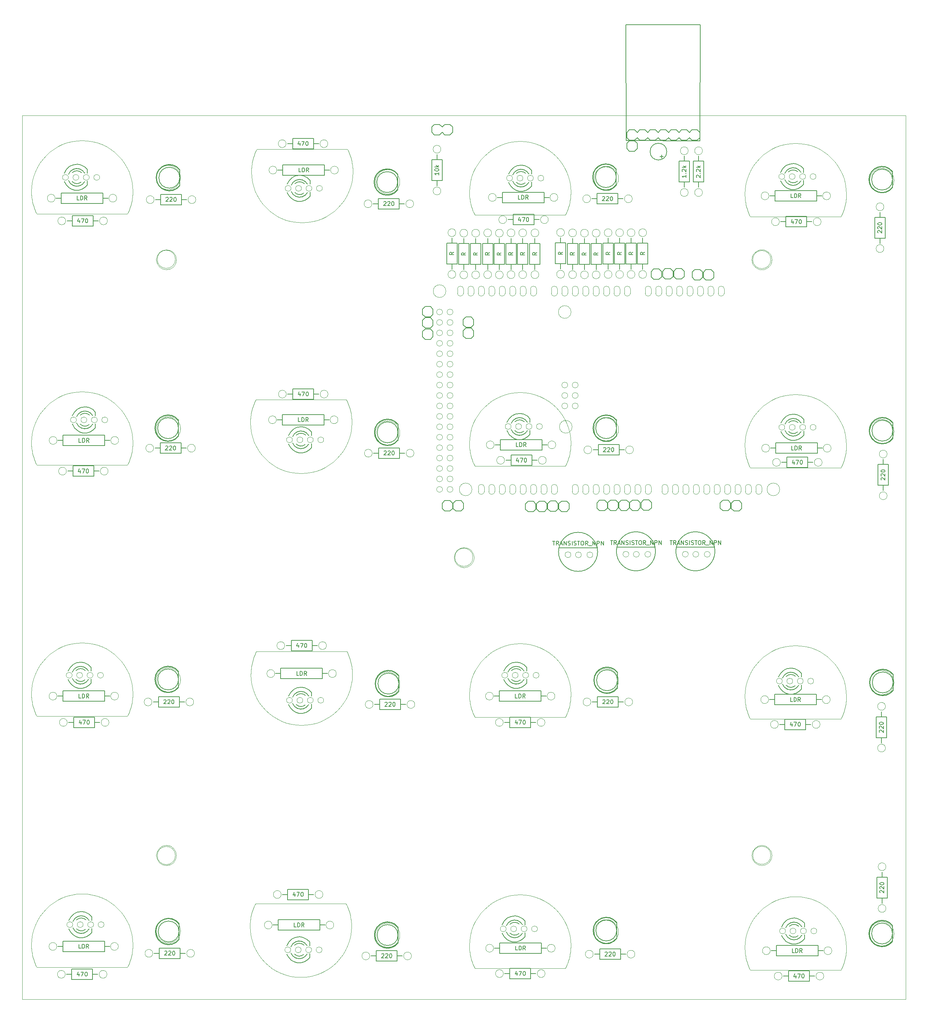
<source format=gbr>
G04 #@! TF.FileFunction,Legend,Top*
%FSLAX46Y46*%
G04 Gerber Fmt 4.6, Leading zero omitted, Abs format (unit mm)*
G04 Created by KiCad (PCBNEW 0.201502231246+5447~21~ubuntu14.04.1-product) date Thu 19 Mar 2015 19:56:55 AEDT*
%MOMM*%
G01*
G04 APERTURE LIST*
%ADD10C,0.100000*%
%ADD11C,0.203200*%
%ADD12C,0.254000*%
%ADD13C,0.152400*%
%ADD14C,0.150000*%
%ADD15C,0.203000*%
G04 APERTURE END LIST*
D10*
X144006988Y-53420685D02*
X144199521Y-54374335D01*
X143481934Y-52641924D02*
X144006988Y-53420685D01*
X142703172Y-52116868D02*
X143481934Y-52641924D01*
X141749521Y-51924335D02*
X142703172Y-52116868D01*
X140795871Y-52116868D02*
X141749521Y-51924335D01*
X140017109Y-52641924D02*
X140795871Y-52116868D01*
X139492055Y-53420685D02*
X140017109Y-52641924D01*
X139299521Y-54374335D02*
X139492055Y-53420685D01*
X139492055Y-55327985D02*
X139299521Y-54374335D01*
X140017109Y-56106747D02*
X139492055Y-55327985D01*
X140795871Y-56631802D02*
X140017109Y-56106747D01*
X141749521Y-56824335D02*
X140795871Y-56631802D01*
X142703172Y-56631802D02*
X141749521Y-56824335D01*
X143481934Y-56106747D02*
X142703172Y-56631802D01*
X144006988Y-55327985D02*
X143481934Y-56106747D01*
X144199521Y-54374335D02*
X144006988Y-55327985D01*
X216507015Y-125920692D02*
X216699548Y-126874342D01*
X215981961Y-125141931D02*
X216507015Y-125920692D01*
X215203199Y-124616875D02*
X215981961Y-125141931D01*
X214249548Y-124424342D02*
X215203199Y-124616875D01*
X213295898Y-124616875D02*
X214249548Y-124424342D01*
X212517136Y-125141931D02*
X213295898Y-124616875D01*
X211992082Y-125920692D02*
X212517136Y-125141931D01*
X211799548Y-126874342D02*
X211992082Y-125920692D01*
X211992082Y-127827992D02*
X211799548Y-126874342D01*
X212517136Y-128606755D02*
X211992082Y-127827992D01*
X213295898Y-129131809D02*
X212517136Y-128606755D01*
X214249548Y-129324342D02*
X213295898Y-129131809D01*
X215203199Y-129131809D02*
X214249548Y-129324342D01*
X215981961Y-128606755D02*
X215203199Y-129131809D01*
X216507015Y-127827992D02*
X215981961Y-128606755D01*
X216699548Y-126874342D02*
X216507015Y-127827992D01*
X71506981Y19079323D02*
X71699514Y18125673D01*
X70981926Y19858083D02*
X71506981Y19079323D01*
X70203164Y20383139D02*
X70981926Y19858083D01*
X69249514Y20575673D02*
X70203164Y20383139D01*
X68295864Y20383139D02*
X69249514Y20575673D01*
X67517101Y19858083D02*
X68295864Y20383139D01*
X66992047Y19079323D02*
X67517101Y19858083D01*
X66799514Y18125673D02*
X66992047Y19079323D01*
X66992047Y17172022D02*
X66799514Y18125673D01*
X67517101Y16393260D02*
X66992047Y17172022D01*
X68295864Y15868206D02*
X67517101Y16393260D01*
X69249514Y15675673D02*
X68295864Y15868206D01*
X70203164Y15868206D02*
X69249514Y15675673D01*
X70981926Y16393260D02*
X70203164Y15868206D01*
X71506981Y17172022D02*
X70981926Y16393260D01*
X71699514Y18125673D02*
X71506981Y17172022D01*
X216649773Y18619433D02*
X216699548Y18125673D01*
X216507015Y19079323D02*
X216649773Y18619433D01*
X216281127Y19495490D02*
X216507015Y19079323D01*
X215981961Y19858083D02*
X216281127Y19495490D01*
X215619366Y20157251D02*
X215981961Y19858083D01*
X215203199Y20383139D02*
X215619366Y20157251D01*
X214743309Y20525897D02*
X215203199Y20383139D01*
X214249548Y20575673D02*
X214743309Y20525897D01*
X213755788Y20525897D02*
X214249548Y20575673D01*
X213295898Y20383139D02*
X213755788Y20525897D01*
X212879731Y20157251D02*
X213295898Y20383139D01*
X212517136Y19858083D02*
X212879731Y20157251D01*
X212217970Y19495490D02*
X212517136Y19858083D01*
X211992082Y19079323D02*
X212217970Y19495490D01*
X211849324Y18619433D02*
X211992082Y19079323D01*
X211799548Y18125673D02*
X211849324Y18619433D01*
X211849324Y17631912D02*
X211799548Y18125673D01*
X211992082Y17172022D02*
X211849324Y17631912D01*
X212217970Y16755855D02*
X211992082Y17172022D01*
X212517136Y16393260D02*
X212217970Y16755855D01*
X212879731Y16094094D02*
X212517136Y16393260D01*
X213295898Y15868206D02*
X212879731Y16094094D01*
X213755788Y15725448D02*
X213295898Y15868206D01*
X214249548Y15675673D02*
X213755788Y15725448D01*
X214743309Y15725448D02*
X214249548Y15675673D01*
X215203199Y15868206D02*
X214743309Y15725448D01*
X215619366Y16094094D02*
X215203199Y15868206D01*
X215981961Y16393260D02*
X215619366Y16094094D01*
X216281127Y16755855D02*
X215981961Y16393260D01*
X216507015Y17172022D02*
X216281127Y16755855D01*
X216649773Y17631912D02*
X216507015Y17172022D01*
X216699548Y18125673D02*
X216649773Y17631912D01*
X71506981Y-125920692D02*
X71699514Y-126874342D01*
X70981926Y-125141931D02*
X71506981Y-125920692D01*
X70203164Y-124616875D02*
X70981926Y-125141931D01*
X69249514Y-124424342D02*
X70203164Y-124616875D01*
X68295864Y-124616875D02*
X69249514Y-124424342D01*
X67517101Y-125141931D02*
X68295864Y-124616875D01*
X66992047Y-125920692D02*
X67517101Y-125141931D01*
X66799514Y-126874342D02*
X66992047Y-125920692D01*
X66992047Y-127827992D02*
X66799514Y-126874342D01*
X67517101Y-128606755D02*
X66992047Y-127827992D01*
X68295864Y-129131809D02*
X67517101Y-128606755D01*
X69249514Y-129324342D02*
X68295864Y-129131809D01*
X70203164Y-129131809D02*
X69249514Y-129324342D01*
X70981926Y-128606755D02*
X70203164Y-129131809D01*
X71506981Y-127827992D02*
X70981926Y-128606755D01*
X71699514Y-126874342D02*
X71506981Y-127827992D01*
X34179530Y39749412D02*
X34179530Y53195662D01*
X34179530Y26303163D02*
X34179530Y39749412D01*
X34179530Y12856911D02*
X34179530Y26303163D01*
X34179530Y-589338D02*
X34179530Y12856911D01*
X34179530Y-14035587D02*
X34179530Y-589338D01*
X34179530Y-27481836D02*
X34179530Y-14035587D01*
X34179530Y-40928085D02*
X34179530Y-27481836D01*
X34179530Y-54374337D02*
X34179530Y-40928085D01*
X34179530Y-67820587D02*
X34179530Y-54374337D01*
X34179530Y-81266836D02*
X34179530Y-67820587D01*
X34179530Y-94713085D02*
X34179530Y-81266836D01*
X34179530Y-108159334D02*
X34179530Y-94713085D01*
X34179530Y-121605583D02*
X34179530Y-108159334D01*
X34179530Y-135051835D02*
X34179530Y-121605583D01*
X34179530Y-148498085D02*
X34179530Y-135051835D01*
X34179530Y-161944334D02*
X34179530Y-148498085D01*
X47625780Y-161944334D02*
X34179530Y-161944334D01*
X61072031Y-161944334D02*
X47625780Y-161944334D01*
X74518280Y-161944334D02*
X61072031Y-161944334D01*
X87964529Y-161944334D02*
X74518280Y-161944334D01*
X101410778Y-161944334D02*
X87964529Y-161944334D01*
X114857028Y-161944334D02*
X101410778Y-161944334D01*
X128303277Y-161944334D02*
X114857028Y-161944334D01*
X141749529Y-161944334D02*
X128303277Y-161944334D01*
X155195778Y-161944334D02*
X141749529Y-161944334D01*
X168642027Y-161944334D02*
X155195778Y-161944334D01*
X182088276Y-161944334D02*
X168642027Y-161944334D01*
X195534526Y-161944334D02*
X182088276Y-161944334D01*
X208980775Y-161944334D02*
X195534526Y-161944334D01*
X222427027Y-161944334D02*
X208980775Y-161944334D01*
X235873276Y-161944334D02*
X222427027Y-161944334D01*
X249319525Y-161944334D02*
X235873276Y-161944334D01*
X249319525Y-148498085D02*
X249319525Y-161944334D01*
X249319525Y-135051835D02*
X249319525Y-148498085D01*
X249319525Y-121605583D02*
X249319525Y-135051835D01*
X249319525Y-108159334D02*
X249319525Y-121605583D01*
X249319525Y-94713085D02*
X249319525Y-108159334D01*
X249319525Y-81266836D02*
X249319525Y-94713085D01*
X249319525Y-67820587D02*
X249319525Y-81266836D01*
X249319525Y-54374337D02*
X249319525Y-67820587D01*
X249319525Y-40928085D02*
X249319525Y-54374337D01*
X249319525Y-27481836D02*
X249319525Y-40928085D01*
X249319525Y-14035587D02*
X249319525Y-27481836D01*
X249319525Y-589338D02*
X249319525Y-14035587D01*
X249319525Y12856911D02*
X249319525Y-589338D01*
X249319525Y26303163D02*
X249319525Y12856911D01*
X249319525Y39749412D02*
X249319525Y26303163D01*
X249319525Y53195662D02*
X249319525Y39749412D01*
X235873276Y53195662D02*
X249319525Y53195662D01*
X222427027Y53195662D02*
X235873276Y53195662D01*
X208980775Y53195662D02*
X222427027Y53195662D01*
X195534526Y53195662D02*
X208980775Y53195662D01*
X182088276Y53195662D02*
X195534526Y53195662D01*
X168642027Y53195662D02*
X182088276Y53195662D01*
X155195778Y53195662D02*
X168642027Y53195662D01*
X141749529Y53195662D02*
X155195778Y53195662D01*
X128303277Y53195662D02*
X141749529Y53195662D01*
X114857028Y53195662D02*
X128303277Y53195662D01*
X101410778Y53195662D02*
X114857028Y53195662D01*
X87964529Y53195662D02*
X101410778Y53195662D01*
X74518280Y53195662D02*
X87964529Y53195662D01*
X61072031Y53195662D02*
X74518280Y53195662D01*
X47625780Y53195662D02*
X61072031Y53195662D01*
X34179530Y53195662D02*
X47625780Y53195662D01*
X69397199Y41080887D02*
X69698823Y41096112D01*
X69104292Y41036183D02*
X69397199Y41080887D01*
X68821585Y40963492D02*
X69104292Y41036183D01*
X68550544Y40864291D02*
X68821585Y40963492D01*
X68292669Y40740068D02*
X68550544Y40864291D01*
X68049442Y40592303D02*
X68292669Y40740068D01*
X67822347Y40422480D02*
X68049442Y40592303D01*
X67612866Y40232081D02*
X67822347Y40422480D01*
X67422467Y40022591D02*
X67612866Y40232081D01*
X67252631Y39795491D02*
X67422467Y40022591D01*
X67104876Y39552262D02*
X67252631Y39795491D01*
X66980651Y39294390D02*
X67104876Y39552262D01*
X66881456Y39023357D02*
X66980651Y39294390D01*
X66808756Y38740645D02*
X66881456Y39023357D01*
X66764052Y38447738D02*
X66808756Y38740645D01*
X66748893Y38146118D02*
X66764052Y38447738D01*
X66764052Y37844497D02*
X66748893Y38146118D01*
X66808756Y37551590D02*
X66764052Y37844497D01*
X66881456Y37268878D02*
X66808756Y37551590D01*
X66980651Y36997844D02*
X66881456Y37268878D01*
X67104876Y36739972D02*
X66980651Y36997844D01*
X67252631Y36496745D02*
X67104876Y36739972D01*
X67422467Y36269643D02*
X67252631Y36496745D01*
X67612866Y36060153D02*
X67422467Y36269643D01*
X67822347Y35869753D02*
X67612866Y36060153D01*
X68049442Y35699931D02*
X67822347Y35869753D01*
X68292669Y35552166D02*
X68049442Y35699931D01*
X68550544Y35427943D02*
X68292669Y35552166D01*
X68821585Y35328742D02*
X68550544Y35427943D01*
X69104292Y35256051D02*
X68821585Y35328742D01*
X69397199Y35211347D02*
X69104292Y35256051D01*
X69698823Y35196122D02*
X69397199Y35211347D01*
X70000446Y35211347D02*
X69698823Y35196122D01*
X70293353Y35256051D02*
X70000446Y35211347D01*
X70576061Y35328742D02*
X70293353Y35256051D01*
X70847102Y35427943D02*
X70576061Y35328742D01*
X71104977Y35552166D02*
X70847102Y35427943D01*
X71348204Y35699931D02*
X71104977Y35552166D01*
X71575299Y35869753D02*
X71348204Y35699931D01*
X71784796Y36060153D02*
X71575299Y35869753D01*
X71975179Y36269643D02*
X71784796Y36060153D01*
X72145014Y36496745D02*
X71975179Y36269643D01*
X72292769Y36739972D02*
X72145014Y36496745D01*
X72416995Y36997844D02*
X72292769Y36739972D01*
X72516190Y37268878D02*
X72416995Y36997844D01*
X72588890Y37551590D02*
X72516190Y37268878D01*
X72633593Y37844497D02*
X72588890Y37551590D01*
X72648753Y38146118D02*
X72633593Y37844497D01*
X72633593Y38447738D02*
X72648753Y38146118D01*
X72588890Y38740645D02*
X72633593Y38447738D01*
X72516190Y39023357D02*
X72588890Y38740645D01*
X72416995Y39294390D02*
X72516190Y39023357D01*
X72292769Y39552262D02*
X72416995Y39294390D01*
X72145014Y39795491D02*
X72292769Y39552262D01*
X71975179Y40022591D02*
X72145014Y39795491D01*
X71784796Y40232081D02*
X71975179Y40022591D01*
X71575299Y40422480D02*
X71784796Y40232081D01*
X71348204Y40592303D02*
X71575299Y40422480D01*
X71104977Y40740068D02*
X71348204Y40592303D01*
X70847102Y40864291D02*
X71104977Y40740068D01*
X70576061Y40963492D02*
X70847102Y40864291D01*
X70293353Y41036183D02*
X70576061Y40963492D01*
X70000446Y41080887D02*
X70293353Y41036183D01*
X69698823Y41096112D02*
X70000446Y41080887D01*
X69397199Y-20046499D02*
X69698823Y-20031274D01*
X69104292Y-20091203D02*
X69397199Y-20046499D01*
X68821585Y-20163894D02*
X69104292Y-20091203D01*
X68550544Y-20263095D02*
X68821585Y-20163894D01*
X68292669Y-20387318D02*
X68550544Y-20263095D01*
X68049442Y-20535083D02*
X68292669Y-20387318D01*
X67822347Y-20704906D02*
X68049442Y-20535083D01*
X67612866Y-20895303D02*
X67822347Y-20704906D01*
X67422467Y-21104795D02*
X67612866Y-20895303D01*
X67252631Y-21331895D02*
X67422467Y-21104795D01*
X67104876Y-21575124D02*
X67252631Y-21331895D01*
X66980651Y-21832996D02*
X67104876Y-21575124D01*
X66881456Y-22104029D02*
X66980651Y-21832996D01*
X66808756Y-22386741D02*
X66881456Y-22104029D01*
X66764052Y-22679648D02*
X66808756Y-22386741D01*
X66748893Y-22981268D02*
X66764052Y-22679648D01*
X66764052Y-23282889D02*
X66748893Y-22981268D01*
X66808756Y-23575796D02*
X66764052Y-23282889D01*
X66881456Y-23858508D02*
X66808756Y-23575796D01*
X66980651Y-24129542D02*
X66881456Y-23858508D01*
X67104876Y-24387414D02*
X66980651Y-24129542D01*
X67252631Y-24630641D02*
X67104876Y-24387414D01*
X67422467Y-24857743D02*
X67252631Y-24630641D01*
X67612866Y-25067233D02*
X67422467Y-24857743D01*
X67822347Y-25257633D02*
X67612866Y-25067233D01*
X68049442Y-25427455D02*
X67822347Y-25257633D01*
X68292669Y-25575220D02*
X68049442Y-25427455D01*
X68550544Y-25699443D02*
X68292669Y-25575220D01*
X68821585Y-25798644D02*
X68550544Y-25699443D01*
X69104292Y-25871335D02*
X68821585Y-25798644D01*
X69397199Y-25916039D02*
X69104292Y-25871335D01*
X69698823Y-25931264D02*
X69397199Y-25916039D01*
X70000446Y-25916039D02*
X69698823Y-25931264D01*
X70293353Y-25871335D02*
X70000446Y-25916039D01*
X70576061Y-25798644D02*
X70293353Y-25871335D01*
X70847102Y-25699443D02*
X70576061Y-25798644D01*
X71104977Y-25575220D02*
X70847102Y-25699443D01*
X71348204Y-25427455D02*
X71104977Y-25575220D01*
X71575299Y-25257633D02*
X71348204Y-25427455D01*
X71784796Y-25067233D02*
X71575299Y-25257633D01*
X71975179Y-24857743D02*
X71784796Y-25067233D01*
X72145014Y-24630641D02*
X71975179Y-24857743D01*
X72292769Y-24387414D02*
X72145014Y-24630641D01*
X72416995Y-24129542D02*
X72292769Y-24387414D01*
X72516190Y-23858508D02*
X72416995Y-24129542D01*
X72588890Y-23575796D02*
X72516190Y-23858508D01*
X72633593Y-23282889D02*
X72588890Y-23575796D01*
X72648753Y-22981268D02*
X72633593Y-23282889D01*
X72633593Y-22679648D02*
X72648753Y-22981268D01*
X72588890Y-22386741D02*
X72633593Y-22679648D01*
X72516190Y-22104029D02*
X72588890Y-22386741D01*
X72416995Y-21832996D02*
X72516190Y-22104029D01*
X72292769Y-21575124D02*
X72416995Y-21832996D01*
X72145014Y-21331895D02*
X72292769Y-21575124D01*
X71975179Y-21104795D02*
X72145014Y-21331895D01*
X71784796Y-20895303D02*
X71975179Y-21104795D01*
X71575299Y-20704906D02*
X71784796Y-20895303D01*
X71348204Y-20535083D02*
X71575299Y-20704906D01*
X71104977Y-20387318D02*
X71348204Y-20535083D01*
X70847102Y-20263095D02*
X71104977Y-20387318D01*
X70576061Y-20163894D02*
X70847102Y-20263095D01*
X70293353Y-20091203D02*
X70576061Y-20163894D01*
X70000446Y-20046499D02*
X70293353Y-20091203D01*
X69698823Y-20031274D02*
X70000446Y-20046499D01*
X69397199Y-81173885D02*
X69698823Y-81158660D01*
X69104292Y-81218589D02*
X69397199Y-81173885D01*
X68821585Y-81291280D02*
X69104292Y-81218589D01*
X68550544Y-81390481D02*
X68821585Y-81291280D01*
X68292669Y-81514704D02*
X68550544Y-81390481D01*
X68049442Y-81662469D02*
X68292669Y-81514704D01*
X67822347Y-81832292D02*
X68049442Y-81662469D01*
X67612866Y-82022689D02*
X67822347Y-81832292D01*
X67422467Y-82232181D02*
X67612866Y-82022689D01*
X67252631Y-82459281D02*
X67422467Y-82232181D01*
X67104876Y-82702510D02*
X67252631Y-82459281D01*
X66980651Y-82960382D02*
X67104876Y-82702510D01*
X66881456Y-83231415D02*
X66980651Y-82960382D01*
X66808756Y-83514127D02*
X66881456Y-83231415D01*
X66764052Y-83807034D02*
X66808756Y-83514127D01*
X66748893Y-84108654D02*
X66764052Y-83807034D01*
X66764052Y-84410275D02*
X66748893Y-84108654D01*
X66808756Y-84703182D02*
X66764052Y-84410275D01*
X66881456Y-84985894D02*
X66808756Y-84703182D01*
X66980651Y-85256928D02*
X66881456Y-84985894D01*
X67104876Y-85514800D02*
X66980651Y-85256928D01*
X67252631Y-85758027D02*
X67104876Y-85514800D01*
X67422467Y-85985129D02*
X67252631Y-85758027D01*
X67612866Y-86194619D02*
X67422467Y-85985129D01*
X67822347Y-86385019D02*
X67612866Y-86194619D01*
X68049442Y-86554841D02*
X67822347Y-86385019D01*
X68292669Y-86702606D02*
X68049442Y-86554841D01*
X68550544Y-86826829D02*
X68292669Y-86702606D01*
X68821585Y-86926030D02*
X68550544Y-86826829D01*
X69104292Y-86998721D02*
X68821585Y-86926030D01*
X69397199Y-87043425D02*
X69104292Y-86998721D01*
X69698823Y-87058650D02*
X69397199Y-87043425D01*
X70000446Y-87043425D02*
X69698823Y-87058650D01*
X70293353Y-86998721D02*
X70000446Y-87043425D01*
X70576061Y-86926030D02*
X70293353Y-86998721D01*
X70847102Y-86826829D02*
X70576061Y-86926030D01*
X71104977Y-86702606D02*
X70847102Y-86826829D01*
X71348204Y-86554841D02*
X71104977Y-86702606D01*
X71575299Y-86385019D02*
X71348204Y-86554841D01*
X71784796Y-86194619D02*
X71575299Y-86385019D01*
X71975179Y-85985129D02*
X71784796Y-86194619D01*
X72145014Y-85758027D02*
X71975179Y-85985129D01*
X72292769Y-85514800D02*
X72145014Y-85758027D01*
X72416995Y-85256928D02*
X72292769Y-85514800D01*
X72516190Y-84985894D02*
X72416995Y-85256928D01*
X72588890Y-84703182D02*
X72516190Y-84985894D01*
X72633593Y-84410275D02*
X72588890Y-84703182D01*
X72648753Y-84108654D02*
X72633593Y-84410275D01*
X72633593Y-83807034D02*
X72648753Y-84108654D01*
X72588890Y-83514127D02*
X72633593Y-83807034D01*
X72516190Y-83231415D02*
X72588890Y-83514127D01*
X72416995Y-82960382D02*
X72516190Y-83231415D01*
X72292769Y-82702510D02*
X72416995Y-82960382D01*
X72145014Y-82459281D02*
X72292769Y-82702510D01*
X71975179Y-82232181D02*
X72145014Y-82459281D01*
X71784796Y-82022689D02*
X71975179Y-82232181D01*
X71575299Y-81832292D02*
X71784796Y-82022689D01*
X71348204Y-81662469D02*
X71575299Y-81832292D01*
X71104977Y-81514704D02*
X71348204Y-81662469D01*
X70847102Y-81390481D02*
X71104977Y-81514704D01*
X70576061Y-81291280D02*
X70847102Y-81390481D01*
X70293353Y-81218589D02*
X70576061Y-81291280D01*
X70000446Y-81173885D02*
X70293353Y-81218589D01*
X69698823Y-81158660D02*
X70000446Y-81173885D01*
X69397199Y-142301257D02*
X69698823Y-142286032D01*
X69104292Y-142345961D02*
X69397199Y-142301257D01*
X68821585Y-142418652D02*
X69104292Y-142345961D01*
X68550544Y-142517853D02*
X68821585Y-142418652D01*
X68292669Y-142642076D02*
X68550544Y-142517853D01*
X68049442Y-142789841D02*
X68292669Y-142642076D01*
X67822347Y-142959663D02*
X68049442Y-142789841D01*
X67612866Y-143150063D02*
X67822347Y-142959663D01*
X67422467Y-143359553D02*
X67612866Y-143150063D01*
X67252631Y-143586653D02*
X67422467Y-143359553D01*
X67104876Y-143829882D02*
X67252631Y-143586653D01*
X66980651Y-144087754D02*
X67104876Y-143829882D01*
X66881456Y-144358787D02*
X66980651Y-144087754D01*
X66808756Y-144641499D02*
X66881456Y-144358787D01*
X66764052Y-144934406D02*
X66808756Y-144641499D01*
X66748893Y-145236026D02*
X66764052Y-144934406D01*
X66764052Y-145537647D02*
X66748893Y-145236026D01*
X66808756Y-145830553D02*
X66764052Y-145537647D01*
X66881456Y-146113266D02*
X66808756Y-145830553D01*
X66980651Y-146384300D02*
X66881456Y-146113266D01*
X67104876Y-146642172D02*
X66980651Y-146384300D01*
X67252631Y-146885399D02*
X67104876Y-146642172D01*
X67422467Y-147112501D02*
X67252631Y-146885399D01*
X67612866Y-147321991D02*
X67422467Y-147112501D01*
X67822347Y-147512391D02*
X67612866Y-147321991D01*
X68049442Y-147682213D02*
X67822347Y-147512391D01*
X68292669Y-147829978D02*
X68049442Y-147682213D01*
X68550544Y-147954201D02*
X68292669Y-147829978D01*
X68821585Y-148053402D02*
X68550544Y-147954201D01*
X69104292Y-148126093D02*
X68821585Y-148053402D01*
X69397199Y-148170797D02*
X69104292Y-148126093D01*
X69698823Y-148186022D02*
X69397199Y-148170797D01*
X70000446Y-148170797D02*
X69698823Y-148186022D01*
X70293353Y-148126093D02*
X70000446Y-148170797D01*
X70576061Y-148053402D02*
X70293353Y-148126093D01*
X70847102Y-147954201D02*
X70576061Y-148053402D01*
X71104977Y-147829978D02*
X70847102Y-147954201D01*
X71348204Y-147682213D02*
X71104977Y-147829978D01*
X71575299Y-147512391D02*
X71348204Y-147682213D01*
X71784796Y-147321991D02*
X71575299Y-147512391D01*
X71975179Y-147112501D02*
X71784796Y-147321991D01*
X72145014Y-146885399D02*
X71975179Y-147112501D01*
X72292769Y-146642172D02*
X72145014Y-146885399D01*
X72416995Y-146384300D02*
X72292769Y-146642172D01*
X72516190Y-146113266D02*
X72416995Y-146384300D01*
X72588890Y-145830553D02*
X72516190Y-146113266D01*
X72633593Y-145537647D02*
X72588890Y-145830553D01*
X72648753Y-145236026D02*
X72633593Y-145537647D01*
X72633593Y-144934406D02*
X72648753Y-145236026D01*
X72588890Y-144641499D02*
X72633593Y-144934406D01*
X72516190Y-144358787D02*
X72588890Y-144641499D01*
X72416995Y-144087754D02*
X72516190Y-144358787D01*
X72292769Y-143829882D02*
X72416995Y-144087754D01*
X72145014Y-143586653D02*
X72292769Y-143829882D01*
X71975179Y-143359553D02*
X72145014Y-143586653D01*
X71784796Y-143150063D02*
X71975179Y-143359553D01*
X71575299Y-142959663D02*
X71784796Y-143150063D01*
X71348204Y-142789841D02*
X71575299Y-142959663D01*
X71104977Y-142642076D02*
X71348204Y-142789841D01*
X70847102Y-142517853D02*
X71104977Y-142642076D01*
X70576061Y-142418652D02*
X70847102Y-142517853D01*
X70293353Y-142345961D02*
X70576061Y-142418652D01*
X70000446Y-142301257D02*
X70293353Y-142345961D01*
X69698823Y-142286032D02*
X70000446Y-142301257D01*
X122813907Y-143333880D02*
X123115531Y-143318655D01*
X122521000Y-143378584D02*
X122813907Y-143333880D01*
X122238293Y-143451275D02*
X122521000Y-143378584D01*
X121967252Y-143550476D02*
X122238293Y-143451275D01*
X121709377Y-143674699D02*
X121967252Y-143550476D01*
X121466150Y-143822464D02*
X121709377Y-143674699D01*
X121239055Y-143992286D02*
X121466150Y-143822464D01*
X121029574Y-144182686D02*
X121239055Y-143992286D01*
X120839175Y-144392176D02*
X121029574Y-144182686D01*
X120669339Y-144619276D02*
X120839175Y-144392176D01*
X120521584Y-144862505D02*
X120669339Y-144619276D01*
X120397359Y-145120377D02*
X120521584Y-144862505D01*
X120298164Y-145391410D02*
X120397359Y-145120377D01*
X120225464Y-145674122D02*
X120298164Y-145391410D01*
X120180760Y-145967029D02*
X120225464Y-145674122D01*
X120165601Y-146268649D02*
X120180760Y-145967029D01*
X120180760Y-146570269D02*
X120165601Y-146268649D01*
X120225464Y-146863176D02*
X120180760Y-146570269D01*
X120298164Y-147145889D02*
X120225464Y-146863176D01*
X120397359Y-147416923D02*
X120298164Y-147145889D01*
X120521584Y-147674795D02*
X120397359Y-147416923D01*
X120669339Y-147918022D02*
X120521584Y-147674795D01*
X120839175Y-148145124D02*
X120669339Y-147918022D01*
X121029574Y-148354614D02*
X120839175Y-148145124D01*
X121239055Y-148545013D02*
X121029574Y-148354614D01*
X121466150Y-148714836D02*
X121239055Y-148545013D01*
X121709377Y-148862601D02*
X121466150Y-148714836D01*
X121967252Y-148986824D02*
X121709377Y-148862601D01*
X122238293Y-149086025D02*
X121967252Y-148986824D01*
X122521000Y-149158716D02*
X122238293Y-149086025D01*
X122813907Y-149203420D02*
X122521000Y-149158716D01*
X123115531Y-149218645D02*
X122813907Y-149203420D01*
X123417154Y-149203420D02*
X123115531Y-149218645D01*
X123710061Y-149158716D02*
X123417154Y-149203420D01*
X123992769Y-149086025D02*
X123710061Y-149158716D01*
X124263810Y-148986824D02*
X123992769Y-149086025D01*
X124521685Y-148862601D02*
X124263810Y-148986824D01*
X124764912Y-148714836D02*
X124521685Y-148862601D01*
X124992007Y-148545013D02*
X124764912Y-148714836D01*
X125201504Y-148354614D02*
X124992007Y-148545013D01*
X125391887Y-148145124D02*
X125201504Y-148354614D01*
X125561722Y-147918022D02*
X125391887Y-148145124D01*
X125709477Y-147674795D02*
X125561722Y-147918022D01*
X125833703Y-147416923D02*
X125709477Y-147674795D01*
X125932898Y-147145889D02*
X125833703Y-147416923D01*
X126005598Y-146863176D02*
X125932898Y-147145889D01*
X126050301Y-146570269D02*
X126005598Y-146863176D01*
X126065461Y-146268649D02*
X126050301Y-146570269D01*
X126050301Y-145967029D02*
X126065461Y-146268649D01*
X126005598Y-145674122D02*
X126050301Y-145967029D01*
X125932898Y-145391410D02*
X126005598Y-145674122D01*
X125833703Y-145120377D02*
X125932898Y-145391410D01*
X125709477Y-144862505D02*
X125833703Y-145120377D01*
X125561722Y-144619276D02*
X125709477Y-144862505D01*
X125391887Y-144392176D02*
X125561722Y-144619276D01*
X125201504Y-144182686D02*
X125391887Y-144392176D01*
X124992007Y-143992286D02*
X125201504Y-144182686D01*
X124764912Y-143822464D02*
X124992007Y-143992286D01*
X124521685Y-143674699D02*
X124764912Y-143822464D01*
X124263810Y-143550476D02*
X124521685Y-143674699D01*
X123992769Y-143451275D02*
X124263810Y-143550476D01*
X123710061Y-143378584D02*
X123992769Y-143451275D01*
X123417154Y-143333880D02*
X123710061Y-143378584D01*
X123115531Y-143318655D02*
X123417154Y-143333880D01*
X122813907Y-82206508D02*
X123115531Y-82191283D01*
X122521000Y-82251212D02*
X122813907Y-82206508D01*
X122238293Y-82323903D02*
X122521000Y-82251212D01*
X121967252Y-82423104D02*
X122238293Y-82323903D01*
X121709377Y-82547327D02*
X121967252Y-82423104D01*
X121466150Y-82695092D02*
X121709377Y-82547327D01*
X121239055Y-82864914D02*
X121466150Y-82695092D01*
X121029574Y-83055314D02*
X121239055Y-82864914D01*
X120839175Y-83264804D02*
X121029574Y-83055314D01*
X120669339Y-83491904D02*
X120839175Y-83264804D01*
X120521584Y-83735133D02*
X120669339Y-83491904D01*
X120397359Y-83993005D02*
X120521584Y-83735133D01*
X120298164Y-84264038D02*
X120397359Y-83993005D01*
X120225464Y-84546750D02*
X120298164Y-84264038D01*
X120180760Y-84839657D02*
X120225464Y-84546750D01*
X120165601Y-85141277D02*
X120180760Y-84839657D01*
X120180760Y-85442898D02*
X120165601Y-85141277D01*
X120225464Y-85735804D02*
X120180760Y-85442898D01*
X120298164Y-86018517D02*
X120225464Y-85735804D01*
X120397359Y-86289551D02*
X120298164Y-86018517D01*
X120521584Y-86547423D02*
X120397359Y-86289551D01*
X120669339Y-86790650D02*
X120521584Y-86547423D01*
X120839175Y-87017752D02*
X120669339Y-86790650D01*
X121029574Y-87227242D02*
X120839175Y-87017752D01*
X121239055Y-87417642D02*
X121029574Y-87227242D01*
X121466150Y-87587464D02*
X121239055Y-87417642D01*
X121709377Y-87735229D02*
X121466150Y-87587464D01*
X121967252Y-87859452D02*
X121709377Y-87735229D01*
X122238293Y-87958653D02*
X121967252Y-87859452D01*
X122521000Y-88031344D02*
X122238293Y-87958653D01*
X122813907Y-88076048D02*
X122521000Y-88031344D01*
X123115531Y-88091273D02*
X122813907Y-88076048D01*
X123417154Y-88076048D02*
X123115531Y-88091273D01*
X123710061Y-88031344D02*
X123417154Y-88076048D01*
X123992769Y-87958653D02*
X123710061Y-88031344D01*
X124263810Y-87859452D02*
X123992769Y-87958653D01*
X124521685Y-87735229D02*
X124263810Y-87859452D01*
X124764912Y-87587464D02*
X124521685Y-87735229D01*
X124992007Y-87417642D02*
X124764912Y-87587464D01*
X125201504Y-87227242D02*
X124992007Y-87417642D01*
X125391887Y-87017752D02*
X125201504Y-87227242D01*
X125561722Y-86790650D02*
X125391887Y-87017752D01*
X125709477Y-86547423D02*
X125561722Y-86790650D01*
X125833703Y-86289551D02*
X125709477Y-86547423D01*
X125932898Y-86018517D02*
X125833703Y-86289551D01*
X126005598Y-85735804D02*
X125932898Y-86018517D01*
X126050301Y-85442898D02*
X126005598Y-85735804D01*
X126065461Y-85141277D02*
X126050301Y-85442898D01*
X126050301Y-84839657D02*
X126065461Y-85141277D01*
X126005598Y-84546750D02*
X126050301Y-84839657D01*
X125932898Y-84264038D02*
X126005598Y-84546750D01*
X125833703Y-83993005D02*
X125932898Y-84264038D01*
X125709477Y-83735133D02*
X125833703Y-83993005D01*
X125561722Y-83491904D02*
X125709477Y-83735133D01*
X125391887Y-83264804D02*
X125561722Y-83491904D01*
X125201504Y-83055314D02*
X125391887Y-83264804D01*
X124992007Y-82864914D02*
X125201504Y-83055314D01*
X124764912Y-82695092D02*
X124992007Y-82864914D01*
X124521685Y-82547327D02*
X124764912Y-82695092D01*
X124263810Y-82423104D02*
X124521685Y-82547327D01*
X123992769Y-82323903D02*
X124263810Y-82423104D01*
X123710061Y-82251212D02*
X123992769Y-82323903D01*
X123417154Y-82206508D02*
X123710061Y-82251212D01*
X123115531Y-82191283D02*
X123417154Y-82206508D01*
X122813907Y-21079122D02*
X123115531Y-21063897D01*
X122521000Y-21123826D02*
X122813907Y-21079122D01*
X122238293Y-21196517D02*
X122521000Y-21123826D01*
X121967252Y-21295718D02*
X122238293Y-21196517D01*
X121709377Y-21419941D02*
X121967252Y-21295718D01*
X121466150Y-21567706D02*
X121709377Y-21419941D01*
X121239055Y-21737528D02*
X121466150Y-21567706D01*
X121029574Y-21927928D02*
X121239055Y-21737528D01*
X120839175Y-22137418D02*
X121029574Y-21927928D01*
X120669339Y-22364518D02*
X120839175Y-22137418D01*
X120521584Y-22607747D02*
X120669339Y-22364518D01*
X120397359Y-22865619D02*
X120521584Y-22607747D01*
X120298164Y-23136652D02*
X120397359Y-22865619D01*
X120225464Y-23419364D02*
X120298164Y-23136652D01*
X120180760Y-23712271D02*
X120225464Y-23419364D01*
X120165601Y-24013891D02*
X120180760Y-23712271D01*
X120180760Y-24315512D02*
X120165601Y-24013891D01*
X120225464Y-24608418D02*
X120180760Y-24315512D01*
X120298164Y-24891131D02*
X120225464Y-24608418D01*
X120397359Y-25162165D02*
X120298164Y-24891131D01*
X120521584Y-25420037D02*
X120397359Y-25162165D01*
X120669339Y-25663264D02*
X120521584Y-25420037D01*
X120839175Y-25890366D02*
X120669339Y-25663264D01*
X121029574Y-26099856D02*
X120839175Y-25890366D01*
X121239055Y-26290256D02*
X121029574Y-26099856D01*
X121466150Y-26460078D02*
X121239055Y-26290256D01*
X121709377Y-26607843D02*
X121466150Y-26460078D01*
X121967252Y-26732066D02*
X121709377Y-26607843D01*
X122238293Y-26831267D02*
X121967252Y-26732066D01*
X122521000Y-26903958D02*
X122238293Y-26831267D01*
X122813907Y-26948662D02*
X122521000Y-26903958D01*
X123115531Y-26963887D02*
X122813907Y-26948662D01*
X123417154Y-26948662D02*
X123115531Y-26963887D01*
X123710061Y-26903958D02*
X123417154Y-26948662D01*
X123992769Y-26831267D02*
X123710061Y-26903958D01*
X124263810Y-26732066D02*
X123992769Y-26831267D01*
X124521685Y-26607843D02*
X124263810Y-26732066D01*
X124764912Y-26460078D02*
X124521685Y-26607843D01*
X124992007Y-26290256D02*
X124764912Y-26460078D01*
X125201504Y-26099856D02*
X124992007Y-26290256D01*
X125391887Y-25890366D02*
X125201504Y-26099856D01*
X125561722Y-25663264D02*
X125391887Y-25890366D01*
X125709477Y-25420037D02*
X125561722Y-25663264D01*
X125833703Y-25162165D02*
X125709477Y-25420037D01*
X125932898Y-24891131D02*
X125833703Y-25162165D01*
X126005598Y-24608418D02*
X125932898Y-24891131D01*
X126050301Y-24315512D02*
X126005598Y-24608418D01*
X126065461Y-24013891D02*
X126050301Y-24315512D01*
X126050301Y-23712271D02*
X126065461Y-24013891D01*
X126005598Y-23419364D02*
X126050301Y-23712271D01*
X125932898Y-23136652D02*
X126005598Y-23419364D01*
X125833703Y-22865619D02*
X125932898Y-23136652D01*
X125709477Y-22607747D02*
X125833703Y-22865619D01*
X125561722Y-22364518D02*
X125709477Y-22607747D01*
X125391887Y-22137418D02*
X125561722Y-22364518D01*
X125201504Y-21927928D02*
X125391887Y-22137418D01*
X124992007Y-21737528D02*
X125201504Y-21927928D01*
X124764912Y-21567706D02*
X124992007Y-21737528D01*
X124521685Y-21419941D02*
X124764912Y-21567706D01*
X124263810Y-21295718D02*
X124521685Y-21419941D01*
X123992769Y-21196517D02*
X124263810Y-21295718D01*
X123710061Y-21123826D02*
X123992769Y-21196517D01*
X123417154Y-21079122D02*
X123710061Y-21123826D01*
X123115531Y-21063897D02*
X123417154Y-21079122D01*
X122813907Y40048264D02*
X123115531Y40063489D01*
X122521000Y40003560D02*
X122813907Y40048264D01*
X122238293Y39930869D02*
X122521000Y40003560D01*
X121967252Y39831668D02*
X122238293Y39930869D01*
X121709377Y39707445D02*
X121967252Y39831668D01*
X121466150Y39559680D02*
X121709377Y39707445D01*
X121239055Y39389858D02*
X121466150Y39559680D01*
X121029574Y39199460D02*
X121239055Y39389858D01*
X120839175Y38989968D02*
X121029574Y39199460D01*
X120669339Y38762868D02*
X120839175Y38989968D01*
X120521584Y38519639D02*
X120669339Y38762868D01*
X120397359Y38261767D02*
X120521584Y38519639D01*
X120298164Y37990734D02*
X120397359Y38261767D01*
X120225464Y37708022D02*
X120298164Y37990734D01*
X120180760Y37415115D02*
X120225464Y37708022D01*
X120165601Y37113495D02*
X120180760Y37415115D01*
X120180760Y36811874D02*
X120165601Y37113495D01*
X120225464Y36518968D02*
X120180760Y36811874D01*
X120298164Y36236255D02*
X120225464Y36518968D01*
X120397359Y35965221D02*
X120298164Y36236255D01*
X120521584Y35707349D02*
X120397359Y35965221D01*
X120669339Y35464122D02*
X120521584Y35707349D01*
X120839175Y35237020D02*
X120669339Y35464122D01*
X121029574Y35027530D02*
X120839175Y35237020D01*
X121239055Y34837130D02*
X121029574Y35027530D01*
X121466150Y34667308D02*
X121239055Y34837130D01*
X121709377Y34519543D02*
X121466150Y34667308D01*
X121967252Y34395320D02*
X121709377Y34519543D01*
X122238293Y34296119D02*
X121967252Y34395320D01*
X122521000Y34223428D02*
X122238293Y34296119D01*
X122813907Y34178724D02*
X122521000Y34223428D01*
X123115531Y34163499D02*
X122813907Y34178724D01*
X123417154Y34178724D02*
X123115531Y34163499D01*
X123710061Y34223428D02*
X123417154Y34178724D01*
X123992769Y34296119D02*
X123710061Y34223428D01*
X124263810Y34395320D02*
X123992769Y34296119D01*
X124521685Y34519543D02*
X124263810Y34395320D01*
X124764912Y34667308D02*
X124521685Y34519543D01*
X124992007Y34837130D02*
X124764912Y34667308D01*
X125201504Y35027530D02*
X124992007Y34837130D01*
X125391887Y35237020D02*
X125201504Y35027530D01*
X125561722Y35464122D02*
X125391887Y35237020D01*
X125709477Y35707349D02*
X125561722Y35464122D01*
X125833703Y35965221D02*
X125709477Y35707349D01*
X125932898Y36236255D02*
X125833703Y35965221D01*
X126005598Y36518968D02*
X125932898Y36236255D01*
X126050301Y36811874D02*
X126005598Y36518968D01*
X126065461Y37113495D02*
X126050301Y36811874D01*
X126050301Y37415115D02*
X126065461Y37113495D01*
X126005598Y37708022D02*
X126050301Y37415115D01*
X125932898Y37990734D02*
X126005598Y37708022D01*
X125833703Y38261767D02*
X125932898Y37990734D01*
X125709477Y38519639D02*
X125833703Y38261767D01*
X125561722Y38762868D02*
X125709477Y38519639D01*
X125391887Y38989968D02*
X125561722Y38762868D01*
X125201504Y39199460D02*
X125391887Y38989968D01*
X124992007Y39389858D02*
X125201504Y39199460D01*
X124764912Y39559680D02*
X124992007Y39389858D01*
X124521685Y39707445D02*
X124764912Y39559680D01*
X124263810Y39831668D02*
X124521685Y39707445D01*
X123992769Y39930869D02*
X124263810Y39831668D01*
X123710061Y40003560D02*
X123992769Y39930869D01*
X123417154Y40048264D02*
X123710061Y40003560D01*
X123115531Y40063489D02*
X123417154Y40048264D01*
X176051630Y40874244D02*
X176353254Y40889469D01*
X175758723Y40829540D02*
X176051630Y40874244D01*
X175476016Y40756848D02*
X175758723Y40829540D01*
X175204975Y40657648D02*
X175476016Y40756848D01*
X174947099Y40533425D02*
X175204975Y40657648D01*
X174703872Y40385659D02*
X174947099Y40533425D01*
X174476777Y40215837D02*
X174703872Y40385659D01*
X174267297Y40025438D02*
X174476777Y40215837D01*
X174076897Y39815948D02*
X174267297Y40025438D01*
X173907062Y39588847D02*
X174076897Y39815948D01*
X173759307Y39345619D02*
X173907062Y39588847D01*
X173635082Y39087747D02*
X173759307Y39345619D01*
X173535886Y38816714D02*
X173635082Y39087747D01*
X173463187Y38534002D02*
X173535886Y38816714D01*
X173418483Y38241095D02*
X173463187Y38534002D01*
X173403324Y37939475D02*
X173418483Y38241095D01*
X173418483Y37637854D02*
X173403324Y37939475D01*
X173463187Y37344947D02*
X173418483Y37637854D01*
X173535886Y37062235D02*
X173463187Y37344947D01*
X173635082Y36791201D02*
X173535886Y37062235D01*
X173759307Y36533329D02*
X173635082Y36791201D01*
X173907062Y36290102D02*
X173759307Y36533329D01*
X174076897Y36063000D02*
X173907062Y36290102D01*
X174267297Y35853510D02*
X174076897Y36063000D01*
X174476777Y35663110D02*
X174267297Y35853510D01*
X174703872Y35493288D02*
X174476777Y35663110D01*
X174947099Y35345523D02*
X174703872Y35493288D01*
X175204975Y35221300D02*
X174947099Y35345523D01*
X175476016Y35122099D02*
X175204975Y35221300D01*
X175758723Y35049408D02*
X175476016Y35122099D01*
X176051630Y35004704D02*
X175758723Y35049408D01*
X176353254Y34989479D02*
X176051630Y35004704D01*
X176654877Y35004704D02*
X176353254Y34989479D01*
X176947784Y35049408D02*
X176654877Y35004704D01*
X177230491Y35122099D02*
X176947784Y35049408D01*
X177501532Y35221300D02*
X177230491Y35122099D01*
X177759408Y35345523D02*
X177501532Y35221300D01*
X178002635Y35493288D02*
X177759408Y35345523D01*
X178229730Y35663110D02*
X178002635Y35493288D01*
X178439227Y35853510D02*
X178229730Y35663110D01*
X178629610Y36063000D02*
X178439227Y35853510D01*
X178799445Y36290102D02*
X178629610Y36063000D01*
X178947200Y36533329D02*
X178799445Y36290102D01*
X179071425Y36791201D02*
X178947200Y36533329D01*
X179170621Y37062235D02*
X179071425Y36791201D01*
X179243320Y37344947D02*
X179170621Y37062235D01*
X179288024Y37637854D02*
X179243320Y37344947D01*
X179303184Y37939475D02*
X179288024Y37637854D01*
X179288024Y38241095D02*
X179303184Y37939475D01*
X179243320Y38534002D02*
X179288024Y38241095D01*
X179170621Y38816714D02*
X179243320Y38534002D01*
X179071425Y39087747D02*
X179170621Y38816714D01*
X178947200Y39345619D02*
X179071425Y39087747D01*
X178799445Y39588847D02*
X178947200Y39345619D01*
X178629610Y39815948D02*
X178799445Y39588847D01*
X178439227Y40025438D02*
X178629610Y39815948D01*
X178229730Y40215837D02*
X178439227Y40025438D01*
X178002635Y40385659D02*
X178229730Y40215837D01*
X177759408Y40533425D02*
X178002635Y40385659D01*
X177501532Y40657648D02*
X177759408Y40533425D01*
X177230491Y40756848D02*
X177501532Y40657648D01*
X176947784Y40829540D02*
X177230491Y40756848D01*
X176654877Y40874244D02*
X176947784Y40829540D01*
X176353254Y40889469D02*
X176654877Y40874244D01*
X176051630Y-20253142D02*
X176353254Y-20237917D01*
X175758723Y-20297846D02*
X176051630Y-20253142D01*
X175476016Y-20370538D02*
X175758723Y-20297846D01*
X175204975Y-20469738D02*
X175476016Y-20370538D01*
X174947099Y-20593961D02*
X175204975Y-20469738D01*
X174703872Y-20741727D02*
X174947099Y-20593961D01*
X174476777Y-20911549D02*
X174703872Y-20741727D01*
X174267297Y-21101948D02*
X174476777Y-20911549D01*
X174076897Y-21311438D02*
X174267297Y-21101948D01*
X173907062Y-21538539D02*
X174076897Y-21311438D01*
X173759307Y-21781767D02*
X173907062Y-21538539D01*
X173635082Y-22039639D02*
X173759307Y-21781767D01*
X173535886Y-22310672D02*
X173635082Y-22039639D01*
X173463187Y-22593384D02*
X173535886Y-22310672D01*
X173418483Y-22886291D02*
X173463187Y-22593384D01*
X173403324Y-23187911D02*
X173418483Y-22886291D01*
X173418483Y-23489532D02*
X173403324Y-23187911D01*
X173463187Y-23782439D02*
X173418483Y-23489532D01*
X173535886Y-24065151D02*
X173463187Y-23782439D01*
X173635082Y-24336185D02*
X173535886Y-24065151D01*
X173759307Y-24594057D02*
X173635082Y-24336185D01*
X173907062Y-24837284D02*
X173759307Y-24594057D01*
X174076897Y-25064386D02*
X173907062Y-24837284D01*
X174267297Y-25273876D02*
X174076897Y-25064386D01*
X174476777Y-25464276D02*
X174267297Y-25273876D01*
X174703872Y-25634098D02*
X174476777Y-25464276D01*
X174947099Y-25781863D02*
X174703872Y-25634098D01*
X175204975Y-25906086D02*
X174947099Y-25781863D01*
X175476016Y-26005287D02*
X175204975Y-25906086D01*
X175758723Y-26077978D02*
X175476016Y-26005287D01*
X176051630Y-26122682D02*
X175758723Y-26077978D01*
X176353254Y-26137907D02*
X176051630Y-26122682D01*
X176654877Y-26122682D02*
X176353254Y-26137907D01*
X176947784Y-26077978D02*
X176654877Y-26122682D01*
X177230491Y-26005287D02*
X176947784Y-26077978D01*
X177501532Y-25906086D02*
X177230491Y-26005287D01*
X177759408Y-25781863D02*
X177501532Y-25906086D01*
X178002635Y-25634098D02*
X177759408Y-25781863D01*
X178229730Y-25464276D02*
X178002635Y-25634098D01*
X178439227Y-25273876D02*
X178229730Y-25464276D01*
X178629610Y-25064386D02*
X178439227Y-25273876D01*
X178799445Y-24837284D02*
X178629610Y-25064386D01*
X178947200Y-24594057D02*
X178799445Y-24837284D01*
X179071425Y-24336185D02*
X178947200Y-24594057D01*
X179170621Y-24065151D02*
X179071425Y-24336185D01*
X179243320Y-23782439D02*
X179170621Y-24065151D01*
X179288024Y-23489532D02*
X179243320Y-23782439D01*
X179303184Y-23187911D02*
X179288024Y-23489532D01*
X179288024Y-22886291D02*
X179303184Y-23187911D01*
X179243320Y-22593384D02*
X179288024Y-22886291D01*
X179170621Y-22310672D02*
X179243320Y-22593384D01*
X179071425Y-22039639D02*
X179170621Y-22310672D01*
X178947200Y-21781767D02*
X179071425Y-22039639D01*
X178799445Y-21538539D02*
X178947200Y-21781767D01*
X178629610Y-21311438D02*
X178799445Y-21538539D01*
X178439227Y-21101948D02*
X178629610Y-21311438D01*
X178229730Y-20911549D02*
X178439227Y-21101948D01*
X178002635Y-20741727D02*
X178229730Y-20911549D01*
X177759408Y-20593961D02*
X178002635Y-20741727D01*
X177501532Y-20469738D02*
X177759408Y-20593961D01*
X177230491Y-20370538D02*
X177501532Y-20469738D01*
X176947784Y-20297846D02*
X177230491Y-20370538D01*
X176654877Y-20253142D02*
X176947784Y-20297846D01*
X176353254Y-20237917D02*
X176654877Y-20253142D01*
X176051630Y-81380500D02*
X176353254Y-81365275D01*
X175758723Y-81425204D02*
X176051630Y-81380500D01*
X175476016Y-81497895D02*
X175758723Y-81425204D01*
X175204975Y-81597096D02*
X175476016Y-81497895D01*
X174947099Y-81721319D02*
X175204975Y-81597096D01*
X174703872Y-81869084D02*
X174947099Y-81721319D01*
X174476777Y-82038906D02*
X174703872Y-81869084D01*
X174267297Y-82229304D02*
X174476777Y-82038906D01*
X174076897Y-82438796D02*
X174267297Y-82229304D01*
X173907062Y-82665896D02*
X174076897Y-82438796D01*
X173759307Y-82909125D02*
X173907062Y-82665896D01*
X173635082Y-83166997D02*
X173759307Y-82909125D01*
X173535886Y-83438030D02*
X173635082Y-83166997D01*
X173463187Y-83720742D02*
X173535886Y-83438030D01*
X173418483Y-84013649D02*
X173463187Y-83720742D01*
X173403324Y-84315269D02*
X173418483Y-84013649D01*
X173418483Y-84616890D02*
X173403324Y-84315269D01*
X173463187Y-84909796D02*
X173418483Y-84616890D01*
X173535886Y-85192509D02*
X173463187Y-84909796D01*
X173635082Y-85463543D02*
X173535886Y-85192509D01*
X173759307Y-85721415D02*
X173635082Y-85463543D01*
X173907062Y-85964642D02*
X173759307Y-85721415D01*
X174076897Y-86191744D02*
X173907062Y-85964642D01*
X174267297Y-86401234D02*
X174076897Y-86191744D01*
X174476777Y-86591634D02*
X174267297Y-86401234D01*
X174703872Y-86761456D02*
X174476777Y-86591634D01*
X174947099Y-86909221D02*
X174703872Y-86761456D01*
X175204975Y-87033444D02*
X174947099Y-86909221D01*
X175476016Y-87132645D02*
X175204975Y-87033444D01*
X175758723Y-87205336D02*
X175476016Y-87132645D01*
X176051630Y-87250040D02*
X175758723Y-87205336D01*
X176353254Y-87265265D02*
X176051630Y-87250040D01*
X176654877Y-87250040D02*
X176353254Y-87265265D01*
X176947784Y-87205336D02*
X176654877Y-87250040D01*
X177230491Y-87132645D02*
X176947784Y-87205336D01*
X177501532Y-87033444D02*
X177230491Y-87132645D01*
X177759408Y-86909221D02*
X177501532Y-87033444D01*
X178002635Y-86761456D02*
X177759408Y-86909221D01*
X178229730Y-86591634D02*
X178002635Y-86761456D01*
X178439227Y-86401234D02*
X178229730Y-86591634D01*
X178629610Y-86191744D02*
X178439227Y-86401234D01*
X178799445Y-85964642D02*
X178629610Y-86191744D01*
X178947200Y-85721415D02*
X178799445Y-85964642D01*
X179071425Y-85463543D02*
X178947200Y-85721415D01*
X179170621Y-85192509D02*
X179071425Y-85463543D01*
X179243320Y-84909796D02*
X179170621Y-85192509D01*
X179288024Y-84616890D02*
X179243320Y-84909796D01*
X179303184Y-84315269D02*
X179288024Y-84616890D01*
X179288024Y-84013649D02*
X179303184Y-84315269D01*
X179243320Y-83720742D02*
X179288024Y-84013649D01*
X179170621Y-83438030D02*
X179243320Y-83720742D01*
X179071425Y-83166997D02*
X179170621Y-83438030D01*
X178947200Y-82909125D02*
X179071425Y-83166997D01*
X178799445Y-82665896D02*
X178947200Y-82909125D01*
X178629610Y-82438796D02*
X178799445Y-82665896D01*
X178439227Y-82229304D02*
X178629610Y-82438796D01*
X178229730Y-82038906D02*
X178439227Y-82229304D01*
X178002635Y-81869084D02*
X178229730Y-82038906D01*
X177759408Y-81721319D02*
X178002635Y-81869084D01*
X177501532Y-81597096D02*
X177759408Y-81721319D01*
X177230491Y-81497895D02*
X177501532Y-81597096D01*
X176947784Y-81425204D02*
X177230491Y-81497895D01*
X176654877Y-81380500D02*
X176947784Y-81425204D01*
X176353254Y-81365275D02*
X176654877Y-81380500D01*
X176051630Y-142507900D02*
X176353254Y-142492675D01*
X175758723Y-142552604D02*
X176051630Y-142507900D01*
X175476016Y-142625295D02*
X175758723Y-142552604D01*
X175204975Y-142724496D02*
X175476016Y-142625295D01*
X174947099Y-142848719D02*
X175204975Y-142724496D01*
X174703872Y-142996484D02*
X174947099Y-142848719D01*
X174476777Y-143166307D02*
X174703872Y-142996484D01*
X174267297Y-143356706D02*
X174476777Y-143166307D01*
X174076897Y-143566196D02*
X174267297Y-143356706D01*
X173907062Y-143793296D02*
X174076897Y-143566196D01*
X173759307Y-144036525D02*
X173907062Y-143793296D01*
X173635082Y-144294397D02*
X173759307Y-144036525D01*
X173535886Y-144565430D02*
X173635082Y-144294397D01*
X173463187Y-144848142D02*
X173535886Y-144565430D01*
X173418483Y-145141049D02*
X173463187Y-144848142D01*
X173403324Y-145442669D02*
X173418483Y-145141049D01*
X173418483Y-145744290D02*
X173403324Y-145442669D01*
X173463187Y-146037197D02*
X173418483Y-145744290D01*
X173535886Y-146319909D02*
X173463187Y-146037197D01*
X173635082Y-146590943D02*
X173535886Y-146319909D01*
X173759307Y-146848815D02*
X173635082Y-146590943D01*
X173907062Y-147092042D02*
X173759307Y-146848815D01*
X174076897Y-147319144D02*
X173907062Y-147092042D01*
X174267297Y-147528634D02*
X174076897Y-147319144D01*
X174476777Y-147719034D02*
X174267297Y-147528634D01*
X174703872Y-147888856D02*
X174476777Y-147719034D01*
X174947099Y-148036621D02*
X174703872Y-147888856D01*
X175204975Y-148160844D02*
X174947099Y-148036621D01*
X175476016Y-148260045D02*
X175204975Y-148160844D01*
X175758723Y-148332736D02*
X175476016Y-148260045D01*
X176051630Y-148377440D02*
X175758723Y-148332736D01*
X176353254Y-148392665D02*
X176051630Y-148377440D01*
X176654877Y-148377440D02*
X176353254Y-148392665D01*
X176947784Y-148332736D02*
X176654877Y-148377440D01*
X177230491Y-148260045D02*
X176947784Y-148332736D01*
X177501532Y-148160844D02*
X177230491Y-148260045D01*
X177759408Y-148036621D02*
X177501532Y-148160844D01*
X178002635Y-147888856D02*
X177759408Y-148036621D01*
X178229730Y-147719034D02*
X178002635Y-147888856D01*
X178439227Y-147528634D02*
X178229730Y-147719034D01*
X178629610Y-147319144D02*
X178439227Y-147528634D01*
X178799445Y-147092042D02*
X178629610Y-147319144D01*
X178947200Y-146848815D02*
X178799445Y-147092042D01*
X179071425Y-146590943D02*
X178947200Y-146848815D01*
X179170621Y-146319909D02*
X179071425Y-146590943D01*
X179243320Y-146037197D02*
X179170621Y-146319909D01*
X179288024Y-145744290D02*
X179243320Y-146037197D01*
X179303184Y-145442669D02*
X179288024Y-145744290D01*
X179288024Y-145141049D02*
X179303184Y-145442669D01*
X179243320Y-144848142D02*
X179288024Y-145141049D01*
X179170621Y-144565430D02*
X179243320Y-144848142D01*
X179071425Y-144294397D02*
X179170621Y-144565430D01*
X178947200Y-144036525D02*
X179071425Y-144294397D01*
X178799445Y-143793296D02*
X178947200Y-144036525D01*
X178629610Y-143566196D02*
X178799445Y-143793296D01*
X178439227Y-143356706D02*
X178629610Y-143566196D01*
X178229730Y-143166307D02*
X178439227Y-143356706D01*
X178002635Y-142996484D02*
X178229730Y-143166307D01*
X177759408Y-142848719D02*
X178002635Y-142996484D01*
X177501532Y-142724496D02*
X177759408Y-142848719D01*
X177230491Y-142625295D02*
X177501532Y-142724496D01*
X176947784Y-142552604D02*
X177230491Y-142625295D01*
X176654877Y-142507900D02*
X176947784Y-142552604D01*
X176353254Y-142492675D02*
X176654877Y-142507900D01*
X36383642Y-26354477D02*
X36383656Y-26354477D01*
X36389286Y-26727970D02*
X36383642Y-26354477D01*
X36406095Y-27098579D02*
X36389286Y-26727970D01*
X36433883Y-27466164D02*
X36406095Y-27098579D01*
X36472463Y-27830595D02*
X36433883Y-27466164D01*
X36521651Y-28191727D02*
X36472463Y-27830595D01*
X36581260Y-28549429D02*
X36521651Y-28191727D01*
X36651104Y-28903559D02*
X36581260Y-28549429D01*
X36730997Y-29253980D02*
X36651104Y-28903559D01*
X36820754Y-29600558D02*
X36730997Y-29253980D01*
X36920187Y-29943150D02*
X36820754Y-29600558D01*
X37029113Y-30281625D02*
X36920187Y-29943150D01*
X37147344Y-30615841D02*
X37029113Y-30281625D01*
X37274695Y-30945660D02*
X37147344Y-30615841D01*
X37410980Y-31270949D02*
X37274695Y-30945660D01*
X37556012Y-31591568D02*
X37410980Y-31270949D01*
X37709606Y-31907380D02*
X37556012Y-31591568D01*
X39088735Y-31907380D02*
X37709606Y-31907380D01*
X40467863Y-31907380D02*
X39088735Y-31907380D01*
X41846991Y-31907380D02*
X40467863Y-31907380D01*
X43226119Y-31907380D02*
X41846991Y-31907380D01*
X44605247Y-31907380D02*
X43226119Y-31907380D01*
X45984375Y-31907380D02*
X44605247Y-31907380D01*
X47363504Y-31907380D02*
X45984375Y-31907380D01*
X48742632Y-31907380D02*
X47363504Y-31907380D01*
X50121760Y-31907380D02*
X48742632Y-31907380D01*
X51500888Y-31907380D02*
X50121760Y-31907380D01*
X52880016Y-31907380D02*
X51500888Y-31907380D01*
X54259144Y-31907380D02*
X52880016Y-31907380D01*
X55638273Y-31907380D02*
X54259144Y-31907380D01*
X57017401Y-31907380D02*
X55638273Y-31907380D01*
X58396530Y-31907380D02*
X57017401Y-31907380D01*
X59775657Y-31907380D02*
X58396530Y-31907380D01*
X59929048Y-31591630D02*
X59775657Y-31907380D01*
X60073670Y-31271045D02*
X59929048Y-31591630D01*
X60209371Y-30945764D02*
X60073670Y-31271045D01*
X60335987Y-30615928D02*
X60209371Y-30945764D01*
X60453372Y-30281681D02*
X60335987Y-30615928D01*
X60561364Y-29943167D02*
X60453372Y-30281681D01*
X60659812Y-29600526D02*
X60561364Y-29943167D01*
X60748553Y-29253898D02*
X60659812Y-29600526D01*
X60827440Y-28903429D02*
X60748553Y-29253898D01*
X60896314Y-28549257D02*
X60827440Y-28903429D01*
X60955019Y-28191529D02*
X60896314Y-28549257D01*
X61003397Y-27830384D02*
X60955019Y-28191529D01*
X61041297Y-27465964D02*
X61003397Y-27830384D01*
X61068560Y-27098412D02*
X61041297Y-27465964D01*
X61085041Y-26727868D02*
X61068560Y-27098412D01*
X61090573Y-26354477D02*
X61085041Y-26727868D01*
X61026785Y-25090184D02*
X61090573Y-26354477D01*
X60839559Y-23862379D02*
X61026785Y-25090184D01*
X60535112Y-22677285D02*
X60839559Y-23862379D01*
X60119655Y-21541118D02*
X60535112Y-22677285D01*
X59599404Y-20460099D02*
X60119655Y-21541118D01*
X58980570Y-19440450D02*
X59599404Y-20460099D01*
X58269364Y-18488391D02*
X58980570Y-19440450D01*
X57472005Y-17610138D02*
X58269364Y-18488391D01*
X56594703Y-16811917D02*
X57472005Y-17610138D01*
X55643671Y-16099941D02*
X56594703Y-16811917D01*
X54625124Y-15480438D02*
X55643671Y-16099941D01*
X53545274Y-14959622D02*
X54625124Y-15480438D01*
X52410335Y-14543717D02*
X53545274Y-14959622D01*
X51226519Y-14238940D02*
X52410335Y-14543717D01*
X50000042Y-14051513D02*
X51226519Y-14238940D01*
X48737115Y-13987654D02*
X50000042Y-14051513D01*
X47474188Y-14051513D02*
X48737115Y-13987654D01*
X46247710Y-14238940D02*
X47474188Y-14051513D01*
X45063895Y-14543717D02*
X46247710Y-14238940D01*
X43928956Y-14959622D02*
X45063895Y-14543717D01*
X42849106Y-15480438D02*
X43928956Y-14959622D01*
X41830558Y-16099941D02*
X42849106Y-15480438D01*
X40879527Y-16811917D02*
X41830558Y-16099941D01*
X40002224Y-17610138D02*
X40879527Y-16811917D01*
X39204864Y-18488391D02*
X40002224Y-17610138D01*
X38493660Y-19440450D02*
X39204864Y-18488391D01*
X37874826Y-20460099D02*
X38493660Y-19440450D01*
X37354573Y-21541118D02*
X37874826Y-20460099D01*
X36939117Y-22677285D02*
X37354573Y-21541118D01*
X36634669Y-23862381D02*
X36939117Y-22677285D01*
X36447445Y-25090184D02*
X36634669Y-23862381D01*
X36383656Y-26354477D02*
X36447445Y-25090184D01*
X36383642Y-87481891D02*
X36383656Y-87481891D01*
X36389286Y-87855384D02*
X36383642Y-87481891D01*
X36406095Y-88225993D02*
X36389286Y-87855384D01*
X36433883Y-88593579D02*
X36406095Y-88225993D01*
X36472463Y-88958009D02*
X36433883Y-88593579D01*
X36521651Y-89319141D02*
X36472463Y-88958009D01*
X36581260Y-89676844D02*
X36521651Y-89319141D01*
X36651104Y-90030973D02*
X36581260Y-89676844D01*
X36730997Y-90381394D02*
X36651104Y-90030973D01*
X36820754Y-90727972D02*
X36730997Y-90381394D01*
X36920187Y-91070564D02*
X36820754Y-90727972D01*
X37029113Y-91409039D02*
X36920187Y-91070564D01*
X37147344Y-91743255D02*
X37029113Y-91409039D01*
X37274695Y-92073074D02*
X37147344Y-91743255D01*
X37410980Y-92398363D02*
X37274695Y-92073074D01*
X37556012Y-92718982D02*
X37410980Y-92398363D01*
X37709606Y-93034794D02*
X37556012Y-92718982D01*
X39088735Y-93034794D02*
X37709606Y-93034794D01*
X40467863Y-93034794D02*
X39088735Y-93034794D01*
X41846991Y-93034794D02*
X40467863Y-93034794D01*
X43226119Y-93034794D02*
X41846991Y-93034794D01*
X44605247Y-93034794D02*
X43226119Y-93034794D01*
X45984375Y-93034794D02*
X44605247Y-93034794D01*
X47363504Y-93034794D02*
X45984375Y-93034794D01*
X48742632Y-93034794D02*
X47363504Y-93034794D01*
X50121760Y-93034794D02*
X48742632Y-93034794D01*
X51500888Y-93034794D02*
X50121760Y-93034794D01*
X52880016Y-93034794D02*
X51500888Y-93034794D01*
X54259144Y-93034794D02*
X52880016Y-93034794D01*
X55638273Y-93034794D02*
X54259144Y-93034794D01*
X57017401Y-93034794D02*
X55638273Y-93034794D01*
X58396530Y-93034794D02*
X57017401Y-93034794D01*
X59775657Y-93034794D02*
X58396530Y-93034794D01*
X59929048Y-92719044D02*
X59775657Y-93034794D01*
X60073670Y-92398459D02*
X59929048Y-92719044D01*
X60209371Y-92073178D02*
X60073670Y-92398459D01*
X60335987Y-91743342D02*
X60209371Y-92073178D01*
X60453372Y-91409095D02*
X60335987Y-91743342D01*
X60561364Y-91070581D02*
X60453372Y-91409095D01*
X60659812Y-90727941D02*
X60561364Y-91070581D01*
X60748553Y-90381313D02*
X60659812Y-90727941D01*
X60827440Y-90030843D02*
X60748553Y-90381313D01*
X60896314Y-89676671D02*
X60827440Y-90030843D01*
X60955019Y-89318943D02*
X60896314Y-89676671D01*
X61003397Y-88957798D02*
X60955019Y-89318943D01*
X61041297Y-88593378D02*
X61003397Y-88957798D01*
X61068560Y-88225826D02*
X61041297Y-88593378D01*
X61085041Y-87855283D02*
X61068560Y-88225826D01*
X61090573Y-87481891D02*
X61085041Y-87855283D01*
X61026785Y-86217598D02*
X61090573Y-87481891D01*
X60839559Y-84989796D02*
X61026785Y-86217598D01*
X60535112Y-83804699D02*
X60839559Y-84989796D01*
X60119655Y-82668532D02*
X60535112Y-83804699D01*
X59599404Y-81587514D02*
X60119655Y-82668532D01*
X58980570Y-80567865D02*
X59599404Y-81587514D01*
X58269364Y-79615805D02*
X58980570Y-80567865D01*
X57472005Y-78737552D02*
X58269364Y-79615805D01*
X56594703Y-77939331D02*
X57472005Y-78737552D01*
X55643671Y-77227355D02*
X56594703Y-77939331D01*
X54625124Y-76607852D02*
X55643671Y-77227355D01*
X53545274Y-76087036D02*
X54625124Y-76607852D01*
X52410335Y-75671131D02*
X53545274Y-76087036D01*
X51226519Y-75366354D02*
X52410335Y-75671131D01*
X50000042Y-75178927D02*
X51226519Y-75366354D01*
X48737115Y-75115069D02*
X50000042Y-75178927D01*
X47474188Y-75178927D02*
X48737115Y-75115069D01*
X46247710Y-75366354D02*
X47474188Y-75178927D01*
X45063895Y-75671131D02*
X46247710Y-75366354D01*
X43928956Y-76087036D02*
X45063895Y-75671131D01*
X42849106Y-76607852D02*
X43928956Y-76087036D01*
X41830558Y-77227355D02*
X42849106Y-76607852D01*
X40879527Y-77939331D02*
X41830558Y-77227355D01*
X40002224Y-78737552D02*
X40879527Y-77939331D01*
X39204864Y-79615805D02*
X40002224Y-78737552D01*
X38493660Y-80567865D02*
X39204864Y-79615805D01*
X37874826Y-81587514D02*
X38493660Y-80567865D01*
X37354573Y-82668532D02*
X37874826Y-81587514D01*
X36939117Y-83804699D02*
X37354573Y-82668532D01*
X36634669Y-84989793D02*
X36939117Y-83804699D01*
X36447445Y-86217598D02*
X36634669Y-84989793D01*
X36383656Y-87481891D02*
X36447445Y-86217598D01*
X36383642Y-148609238D02*
X36383656Y-148609238D01*
X36389286Y-148982731D02*
X36383642Y-148609238D01*
X36406095Y-149353339D02*
X36389286Y-148982731D01*
X36433883Y-149720925D02*
X36406095Y-149353339D01*
X36472463Y-150085353D02*
X36433883Y-149720925D01*
X36521651Y-150446487D02*
X36472463Y-150085353D01*
X36581260Y-150804187D02*
X36521651Y-150446487D01*
X36651104Y-151158314D02*
X36581260Y-150804187D01*
X36730997Y-151508735D02*
X36651104Y-151158314D01*
X36820754Y-151855313D02*
X36730997Y-151508735D01*
X36920187Y-152197905D02*
X36820754Y-151855313D01*
X37029113Y-152536377D02*
X36920187Y-152197905D01*
X37147344Y-152870593D02*
X37029113Y-152536377D01*
X37274695Y-153200412D02*
X37147344Y-152870593D01*
X37410980Y-153525698D02*
X37274695Y-153200412D01*
X37556012Y-153846317D02*
X37410980Y-153525698D01*
X37709606Y-154162129D02*
X37556012Y-153846317D01*
X39088735Y-154162129D02*
X37709606Y-154162129D01*
X40467863Y-154162129D02*
X39088735Y-154162129D01*
X41846991Y-154162129D02*
X40467863Y-154162129D01*
X43226119Y-154162129D02*
X41846991Y-154162129D01*
X44605247Y-154162129D02*
X43226119Y-154162129D01*
X45984375Y-154162129D02*
X44605247Y-154162129D01*
X47363504Y-154162129D02*
X45984375Y-154162129D01*
X48742632Y-154162129D02*
X47363504Y-154162129D01*
X50121760Y-154162129D02*
X48742632Y-154162129D01*
X51500888Y-154162129D02*
X50121760Y-154162129D01*
X52880016Y-154162129D02*
X51500888Y-154162129D01*
X54259144Y-154162129D02*
X52880016Y-154162129D01*
X55638273Y-154162129D02*
X54259144Y-154162129D01*
X57017401Y-154162129D02*
X55638273Y-154162129D01*
X58396530Y-154162129D02*
X57017401Y-154162129D01*
X59775657Y-154162129D02*
X58396530Y-154162129D01*
X59929048Y-153846382D02*
X59775657Y-154162129D01*
X60073670Y-153525794D02*
X59929048Y-153846382D01*
X60209371Y-153200514D02*
X60073670Y-153525794D01*
X60335987Y-152870680D02*
X60209371Y-153200514D01*
X60453372Y-152536433D02*
X60335987Y-152870680D01*
X60561364Y-152197919D02*
X60453372Y-152536433D01*
X60659812Y-151855279D02*
X60561364Y-152197919D01*
X60748553Y-151508651D02*
X60659812Y-151855279D01*
X60827440Y-151158181D02*
X60748553Y-151508651D01*
X60896314Y-150804012D02*
X60827440Y-151158181D01*
X60955019Y-150446284D02*
X60896314Y-150804012D01*
X61003397Y-150085139D02*
X60955019Y-150446284D01*
X61041297Y-149720719D02*
X61003397Y-150085139D01*
X61068560Y-149353170D02*
X61041297Y-149720719D01*
X61085041Y-148982626D02*
X61068560Y-149353170D01*
X61090573Y-148609238D02*
X61085041Y-148982626D01*
X61026785Y-147344941D02*
X61090573Y-148609238D01*
X60839559Y-146117137D02*
X61026785Y-147344941D01*
X60535112Y-144932037D02*
X60839559Y-146117137D01*
X60119655Y-143795870D02*
X60535112Y-144932037D01*
X59599404Y-142714849D02*
X60119655Y-143795870D01*
X58980570Y-141695200D02*
X59599404Y-142714849D01*
X58269364Y-140743137D02*
X58980570Y-141695200D01*
X57472005Y-139864887D02*
X58269364Y-140743137D01*
X56594703Y-139066664D02*
X57472005Y-139864887D01*
X55643671Y-138354688D02*
X56594703Y-139066664D01*
X54625124Y-137735184D02*
X55643671Y-138354688D01*
X53545274Y-137214369D02*
X54625124Y-137735184D01*
X52410335Y-136798464D02*
X53545274Y-137214369D01*
X51226519Y-136493686D02*
X52410335Y-136798464D01*
X50000042Y-136306260D02*
X51226519Y-136493686D01*
X48737115Y-136242401D02*
X50000042Y-136306260D01*
X47474188Y-136306260D02*
X48737115Y-136242401D01*
X46247710Y-136493686D02*
X47474188Y-136306260D01*
X45063895Y-136798464D02*
X46247710Y-136493686D01*
X43928956Y-137214369D02*
X45063895Y-136798464D01*
X42849106Y-137735184D02*
X43928956Y-137214369D01*
X41830558Y-138354688D02*
X42849106Y-137735184D01*
X40879527Y-139066664D02*
X41830558Y-138354688D01*
X40002224Y-139864887D02*
X40879527Y-139066664D01*
X39204864Y-140743137D02*
X40002224Y-139864887D01*
X38493660Y-141695200D02*
X39204864Y-140743137D01*
X37874826Y-142714849D02*
X38493660Y-141695200D01*
X37354573Y-143795870D02*
X37874826Y-142714849D01*
X36939117Y-144932037D02*
X37354573Y-143795870D01*
X36634669Y-146117137D02*
X36939117Y-144932037D01*
X36447445Y-147344941D02*
X36634669Y-146117137D01*
X36383656Y-148609238D02*
X36447445Y-147344941D01*
X89621340Y-144172704D02*
X89621377Y-144172704D01*
X89626985Y-143799212D02*
X89621340Y-144172704D01*
X89643805Y-143428603D02*
X89626985Y-143799212D01*
X89671604Y-143061017D02*
X89643805Y-143428603D01*
X89710184Y-142696589D02*
X89671604Y-143061017D01*
X89759372Y-142335455D02*
X89710184Y-142696589D01*
X89818980Y-141977755D02*
X89759372Y-142335455D01*
X89888825Y-141623628D02*
X89818980Y-141977755D01*
X89968719Y-141273207D02*
X89888825Y-141623628D01*
X90058474Y-140926630D02*
X89968719Y-141273207D01*
X90157910Y-140584037D02*
X90058474Y-140926630D01*
X90266833Y-140245565D02*
X90157910Y-140584037D01*
X90385065Y-139911349D02*
X90266833Y-140245565D01*
X90512417Y-139581530D02*
X90385065Y-139911349D01*
X90648700Y-139256244D02*
X90512417Y-139581530D01*
X90793734Y-138935625D02*
X90648700Y-139256244D01*
X90947327Y-138619813D02*
X90793734Y-138935625D01*
X92326454Y-138619813D02*
X90947327Y-138619813D01*
X93705584Y-138619813D02*
X92326454Y-138619813D01*
X95084714Y-138619813D02*
X93705584Y-138619813D01*
X96463841Y-138619813D02*
X95084714Y-138619813D01*
X97842970Y-138619813D02*
X96463841Y-138619813D01*
X99222097Y-138619813D02*
X97842970Y-138619813D01*
X100601227Y-138619813D02*
X99222097Y-138619813D01*
X101980354Y-138619813D02*
X100601227Y-138619813D01*
X103359481Y-138619813D02*
X101980354Y-138619813D01*
X104738610Y-138619813D02*
X103359481Y-138619813D01*
X106117740Y-138619813D02*
X104738610Y-138619813D01*
X107496867Y-138619813D02*
X106117740Y-138619813D01*
X108875994Y-138619813D02*
X107496867Y-138619813D01*
X110255123Y-138619813D02*
X108875994Y-138619813D01*
X111634253Y-138619813D02*
X110255123Y-138619813D01*
X113013380Y-138619813D02*
X111634253Y-138619813D01*
X113166771Y-138935560D02*
X113013380Y-138619813D01*
X113311392Y-139256148D02*
X113166771Y-138935560D01*
X113447093Y-139581429D02*
X113311392Y-139256148D01*
X113573710Y-139911262D02*
X113447093Y-139581429D01*
X113691094Y-140245509D02*
X113573710Y-139911262D01*
X113799087Y-140584023D02*
X113691094Y-140245509D01*
X113897534Y-140926663D02*
X113799087Y-140584023D01*
X113986276Y-141273292D02*
X113897534Y-140926663D01*
X114065163Y-141623761D02*
X113986276Y-141273292D01*
X114134036Y-141977930D02*
X114065163Y-141623761D01*
X114192741Y-142335658D02*
X114134036Y-141977930D01*
X114241120Y-142696804D02*
X114192741Y-142335658D01*
X114279020Y-143061223D02*
X114241120Y-142696804D01*
X114306282Y-143428772D02*
X114279020Y-143061223D01*
X114322764Y-143799316D02*
X114306282Y-143428772D01*
X114328296Y-144172704D02*
X114322764Y-143799316D01*
X114264508Y-145437001D02*
X114328296Y-144172704D01*
X114077282Y-146664806D02*
X114264508Y-145437001D01*
X113772834Y-147849905D02*
X114077282Y-146664806D01*
X113357378Y-148986072D02*
X113772834Y-147849905D01*
X112837127Y-150067093D02*
X113357378Y-148986072D01*
X112218292Y-151086742D02*
X112837127Y-150067093D01*
X111507087Y-152038805D02*
X112218292Y-151086742D01*
X110709727Y-152917055D02*
X111507087Y-152038805D01*
X109832425Y-153715278D02*
X110709727Y-152917055D01*
X108881393Y-154427255D02*
X109832425Y-153715278D01*
X107862844Y-155046758D02*
X108881393Y-154427255D01*
X106782994Y-155567573D02*
X107862844Y-155046758D01*
X105648057Y-155983479D02*
X106782994Y-155567573D01*
X104464242Y-156288256D02*
X105648057Y-155983479D01*
X103237764Y-156475683D02*
X104464242Y-156288256D01*
X101974836Y-156539541D02*
X103237764Y-156475683D01*
X100711909Y-156475683D02*
X101974836Y-156539541D01*
X99485430Y-156288256D02*
X100711909Y-156475683D01*
X98301615Y-155983479D02*
X99485430Y-156288256D01*
X97166678Y-155567573D02*
X98301615Y-155983479D01*
X96086828Y-155046758D02*
X97166678Y-155567573D01*
X95068280Y-154427255D02*
X96086828Y-155046758D01*
X94117247Y-153715278D02*
X95068280Y-154427255D01*
X93239946Y-152917058D02*
X94117247Y-153715278D01*
X92442586Y-152038805D02*
X93239946Y-152917058D01*
X91731380Y-151086742D02*
X92442586Y-152038805D01*
X91112546Y-150067093D02*
X91731380Y-151086742D01*
X90592295Y-148986072D02*
X91112546Y-150067093D01*
X90176838Y-147849905D02*
X90592295Y-148986072D01*
X89872391Y-146664806D02*
X90176838Y-147849905D01*
X89685165Y-145437001D02*
X89872391Y-146664806D01*
X89621377Y-144172704D02*
X89685165Y-145437001D01*
X89832019Y-82842435D02*
X89832056Y-82842435D01*
X89837664Y-82468942D02*
X89832019Y-82842435D01*
X89854484Y-82098333D02*
X89837664Y-82468942D01*
X89882283Y-81730747D02*
X89854484Y-82098333D01*
X89920863Y-81366316D02*
X89882283Y-81730747D01*
X89970051Y-81005185D02*
X89920863Y-81366316D01*
X90029659Y-80647482D02*
X89970051Y-81005185D01*
X90099504Y-80293353D02*
X90029659Y-80647482D01*
X90179398Y-79942931D02*
X90099504Y-80293353D01*
X90269153Y-79596354D02*
X90179398Y-79942931D01*
X90368588Y-79253762D02*
X90269153Y-79596354D01*
X90477512Y-78915287D02*
X90368588Y-79253762D01*
X90595744Y-78581071D02*
X90477512Y-78915287D01*
X90723096Y-78251252D02*
X90595744Y-78581071D01*
X90859379Y-77925963D02*
X90723096Y-78251252D01*
X91004413Y-77605344D02*
X90859379Y-77925963D01*
X91158006Y-77289532D02*
X91004413Y-77605344D01*
X92537133Y-77289532D02*
X91158006Y-77289532D01*
X93916263Y-77289532D02*
X92537133Y-77289532D01*
X95295390Y-77289532D02*
X93916263Y-77289532D01*
X96674519Y-77289532D02*
X95295390Y-77289532D01*
X98053646Y-77289532D02*
X96674519Y-77289532D01*
X99432776Y-77289532D02*
X98053646Y-77289532D01*
X100811906Y-77289532D02*
X99432776Y-77289532D01*
X102191033Y-77289532D02*
X100811906Y-77289532D01*
X103570159Y-77289532D02*
X102191033Y-77289532D01*
X104949289Y-77289532D02*
X103570159Y-77289532D01*
X106328419Y-77289532D02*
X104949289Y-77289532D01*
X107707546Y-77289532D02*
X106328419Y-77289532D01*
X109086673Y-77289532D02*
X107707546Y-77289532D01*
X110465802Y-77289532D02*
X109086673Y-77289532D01*
X111844932Y-77289532D02*
X110465802Y-77289532D01*
X113224059Y-77289532D02*
X111844932Y-77289532D01*
X113377449Y-77605282D02*
X113224059Y-77289532D01*
X113522071Y-77925867D02*
X113377449Y-77605282D01*
X113657772Y-78251147D02*
X113522071Y-77925867D01*
X113784388Y-78580983D02*
X113657772Y-78251147D01*
X113901773Y-78915230D02*
X113784388Y-78580983D01*
X114009765Y-79253745D02*
X113901773Y-78915230D01*
X114108213Y-79596385D02*
X114009765Y-79253745D01*
X114196955Y-79943013D02*
X114108213Y-79596385D01*
X114275842Y-80293482D02*
X114196955Y-79943013D01*
X114344715Y-80647654D02*
X114275842Y-80293482D01*
X114403420Y-81005382D02*
X114344715Y-80647654D01*
X114451799Y-81366528D02*
X114403420Y-81005382D01*
X114489698Y-81730947D02*
X114451799Y-81366528D01*
X114516961Y-82098500D02*
X114489698Y-81730947D01*
X114533443Y-82469043D02*
X114516961Y-82098500D01*
X114538974Y-82842435D02*
X114533443Y-82469043D01*
X114475187Y-84106728D02*
X114538974Y-82842435D01*
X114287960Y-85334530D02*
X114475187Y-84106728D01*
X113983513Y-86519626D02*
X114287960Y-85334530D01*
X113568057Y-87655794D02*
X113983513Y-86519626D01*
X113047805Y-88736812D02*
X113568057Y-87655794D01*
X112428971Y-89756461D02*
X113047805Y-88736812D01*
X111717765Y-90708521D02*
X112428971Y-89756461D01*
X110920406Y-91586774D02*
X111717765Y-90708521D01*
X110043104Y-92384994D02*
X110920406Y-91586774D01*
X109092071Y-93096970D02*
X110043104Y-92384994D01*
X108073523Y-93716474D02*
X109092071Y-93096970D01*
X106993673Y-94237289D02*
X108073523Y-93716474D01*
X105858736Y-94653195D02*
X106993673Y-94237289D01*
X104674921Y-94957972D02*
X105858736Y-94653195D01*
X103448443Y-95145399D02*
X104674921Y-94957972D01*
X102185515Y-95209257D02*
X103448443Y-95145399D01*
X100922588Y-95145399D02*
X102185515Y-95209257D01*
X99696109Y-94957972D02*
X100922588Y-95145399D01*
X98512294Y-94653195D02*
X99696109Y-94957972D01*
X97377357Y-94237289D02*
X98512294Y-94653195D01*
X96297507Y-93716474D02*
X97377357Y-94237289D01*
X95278959Y-93096970D02*
X96297507Y-93716474D01*
X94327926Y-92384994D02*
X95278959Y-93096970D01*
X93450624Y-91586774D02*
X94327926Y-92384994D01*
X92653265Y-90708521D02*
X93450624Y-91586774D01*
X91942059Y-89756461D02*
X92653265Y-90708521D01*
X91323225Y-88736812D02*
X91942059Y-89756461D01*
X90802974Y-87655794D02*
X91323225Y-88736812D01*
X90387517Y-86519626D02*
X90802974Y-87655794D01*
X90083070Y-85334533D02*
X90387517Y-86519626D01*
X89895844Y-84106728D02*
X90083070Y-85334533D01*
X89832056Y-82842435D02*
X89895844Y-84106728D01*
X89706402Y-21547437D02*
X89706439Y-21547437D01*
X89712046Y-21173944D02*
X89706402Y-21547437D01*
X89728867Y-20803335D02*
X89712046Y-21173944D01*
X89756666Y-20435749D02*
X89728867Y-20803335D01*
X89795246Y-20071319D02*
X89756666Y-20435749D01*
X89844434Y-19710187D02*
X89795246Y-20071319D01*
X89904042Y-19352484D02*
X89844434Y-19710187D01*
X89973887Y-18998355D02*
X89904042Y-19352484D01*
X90053781Y-18647934D02*
X89973887Y-18998355D01*
X90143536Y-18301356D02*
X90053781Y-18647934D01*
X90242971Y-17958764D02*
X90143536Y-18301356D01*
X90351895Y-17620289D02*
X90242971Y-17958764D01*
X90470126Y-17286073D02*
X90351895Y-17620289D01*
X90597479Y-16956254D02*
X90470126Y-17286073D01*
X90733761Y-16630965D02*
X90597479Y-16956254D01*
X90878795Y-16310346D02*
X90733761Y-16630965D01*
X91032389Y-15994534D02*
X90878795Y-16310346D01*
X92411516Y-15994534D02*
X91032389Y-15994534D01*
X93790646Y-15994534D02*
X92411516Y-15994534D01*
X95169773Y-15994534D02*
X93790646Y-15994534D01*
X96548902Y-15994534D02*
X95169773Y-15994534D01*
X97928029Y-15994534D02*
X96548902Y-15994534D01*
X99307159Y-15994534D02*
X97928029Y-15994534D01*
X100686286Y-15994534D02*
X99307159Y-15994534D01*
X102065415Y-15994534D02*
X100686286Y-15994534D01*
X103444542Y-15994534D02*
X102065415Y-15994534D01*
X104823672Y-15994534D02*
X103444542Y-15994534D01*
X106202799Y-15994534D02*
X104823672Y-15994534D01*
X107581929Y-15994534D02*
X106202799Y-15994534D01*
X108961055Y-15994534D02*
X107581929Y-15994534D01*
X110340185Y-15994534D02*
X108961055Y-15994534D01*
X111719312Y-15994534D02*
X110340185Y-15994534D01*
X113098442Y-15994534D02*
X111719312Y-15994534D01*
X113251832Y-16310284D02*
X113098442Y-15994534D01*
X113396454Y-16630869D02*
X113251832Y-16310284D01*
X113532155Y-16956150D02*
X113396454Y-16630869D01*
X113658774Y-17285986D02*
X113532155Y-16956150D01*
X113776156Y-17620233D02*
X113658774Y-17285986D01*
X113884148Y-17958747D02*
X113776156Y-17620233D01*
X113982596Y-18301387D02*
X113884148Y-17958747D01*
X114071341Y-18648015D02*
X113982596Y-18301387D01*
X114150225Y-18998485D02*
X114071341Y-18648015D01*
X114219098Y-19352657D02*
X114150225Y-18998485D01*
X114277803Y-19710385D02*
X114219098Y-19352657D01*
X114326182Y-20071530D02*
X114277803Y-19710385D01*
X114364081Y-20435950D02*
X114326182Y-20071530D01*
X114391344Y-20803502D02*
X114364081Y-20435950D01*
X114407826Y-21174045D02*
X114391344Y-20803502D01*
X114413357Y-21547437D02*
X114407826Y-21174045D01*
X114349570Y-22811730D02*
X114413357Y-21547437D01*
X114162343Y-24039535D02*
X114349570Y-22811730D01*
X113857896Y-25224629D02*
X114162343Y-24039535D01*
X113442440Y-26360796D02*
X113857896Y-25224629D01*
X112922188Y-27441814D02*
X113442440Y-26360796D01*
X112303354Y-28461463D02*
X112922188Y-27441814D01*
X111592148Y-29413523D02*
X112303354Y-28461463D01*
X110794789Y-30291776D02*
X111592148Y-29413523D01*
X109917487Y-31089997D02*
X110794789Y-30291776D01*
X108966454Y-31801973D02*
X109917487Y-31089997D01*
X107947906Y-32421476D02*
X108966454Y-31801973D01*
X106868056Y-32942292D02*
X107947906Y-32421476D01*
X105733119Y-33358197D02*
X106868056Y-32942292D01*
X104549304Y-33662974D02*
X105733119Y-33358197D01*
X103322826Y-33850401D02*
X104549304Y-33662974D01*
X102059898Y-33914259D02*
X103322826Y-33850401D01*
X100796971Y-33850401D02*
X102059898Y-33914259D01*
X99570492Y-33662974D02*
X100796971Y-33850401D01*
X98386677Y-33358197D02*
X99570492Y-33662974D01*
X97251740Y-32942292D02*
X98386677Y-33358197D01*
X96171890Y-32421476D02*
X97251740Y-32942292D01*
X95153342Y-31801973D02*
X96171890Y-32421476D01*
X94202309Y-31089997D02*
X95153342Y-31801973D01*
X93325007Y-30291776D02*
X94202309Y-31089997D01*
X92527648Y-29413523D02*
X93325007Y-30291776D01*
X91816442Y-28461463D02*
X92527648Y-29413523D01*
X91197608Y-27441814D02*
X91816442Y-28461463D01*
X90677357Y-26360796D02*
X91197608Y-27441814D01*
X90261900Y-25224629D02*
X90677357Y-26360796D01*
X89957453Y-24039532D02*
X90261900Y-25224629D01*
X89770227Y-22811730D02*
X89957453Y-24039532D01*
X89706439Y-21547437D02*
X89770227Y-22811730D01*
X89957608Y39496383D02*
X89957645Y39496383D01*
X89963252Y39869876D02*
X89957608Y39496383D01*
X89980073Y40240485D02*
X89963252Y39869876D01*
X90007872Y40608071D02*
X89980073Y40240485D01*
X90046452Y40972501D02*
X90007872Y40608071D01*
X90095640Y41333633D02*
X90046452Y40972501D01*
X90155248Y41691336D02*
X90095640Y41333633D01*
X90225093Y42045465D02*
X90155248Y41691336D01*
X90304987Y42395886D02*
X90225093Y42045465D01*
X90394742Y42742464D02*
X90304987Y42395886D01*
X90494177Y43085056D02*
X90394742Y42742464D01*
X90603101Y43423531D02*
X90494177Y43085056D01*
X90721332Y43757747D02*
X90603101Y43423531D01*
X90848685Y44087566D02*
X90721332Y43757747D01*
X90984967Y44412855D02*
X90848685Y44087566D01*
X91130001Y44733474D02*
X90984967Y44412855D01*
X91283595Y45049286D02*
X91130001Y44733474D01*
X92662722Y45049286D02*
X91283595Y45049286D01*
X94041852Y45049286D02*
X92662722Y45049286D01*
X95420979Y45049286D02*
X94041852Y45049286D01*
X96800108Y45049286D02*
X95420979Y45049286D01*
X98179235Y45049286D02*
X96800108Y45049286D01*
X99558365Y45049286D02*
X98179235Y45049286D01*
X100937492Y45049286D02*
X99558365Y45049286D01*
X102316621Y45049286D02*
X100937492Y45049286D01*
X103695748Y45049286D02*
X102316621Y45049286D01*
X105074878Y45049286D02*
X103695748Y45049286D01*
X106454005Y45049286D02*
X105074878Y45049286D01*
X107833135Y45049286D02*
X106454005Y45049286D01*
X109212261Y45049286D02*
X107833135Y45049286D01*
X110591391Y45049286D02*
X109212261Y45049286D01*
X111970518Y45049286D02*
X110591391Y45049286D01*
X113349648Y45049286D02*
X111970518Y45049286D01*
X113503038Y44733536D02*
X113349648Y45049286D01*
X113647660Y44412951D02*
X113503038Y44733536D01*
X113783361Y44087670D02*
X113647660Y44412951D01*
X113909977Y43757834D02*
X113783361Y44087670D01*
X114027362Y43423587D02*
X113909977Y43757834D01*
X114135354Y43085073D02*
X114027362Y43423587D01*
X114233802Y42742433D02*
X114135354Y43085073D01*
X114322547Y42395805D02*
X114233802Y42742433D01*
X114401431Y42045335D02*
X114322547Y42395805D01*
X114470304Y41691163D02*
X114401431Y42045335D01*
X114529009Y41333435D02*
X114470304Y41691163D01*
X114577388Y40972290D02*
X114529009Y41333435D01*
X114615287Y40607870D02*
X114577388Y40972290D01*
X114642550Y40240318D02*
X114615287Y40607870D01*
X114659032Y39869775D02*
X114642550Y40240318D01*
X114664563Y39496383D02*
X114659032Y39869775D01*
X114600776Y38232090D02*
X114664563Y39496383D01*
X114413549Y37004285D02*
X114600776Y38232090D01*
X114109102Y35819191D02*
X114413549Y37004285D01*
X113693646Y34683024D02*
X114109102Y35819191D01*
X113173394Y33602006D02*
X113693646Y34683024D01*
X112554560Y32582357D02*
X113173394Y33602006D01*
X111843354Y31630297D02*
X112554560Y32582357D01*
X111045995Y30752044D02*
X111843354Y31630297D01*
X110168693Y29953823D02*
X111045995Y30752044D01*
X109217660Y29241847D02*
X110168693Y29953823D01*
X108199112Y28622344D02*
X109217660Y29241847D01*
X107119262Y28101528D02*
X108199112Y28622344D01*
X105984325Y27685623D02*
X107119262Y28101528D01*
X104800510Y27380846D02*
X105984325Y27685623D01*
X103574032Y27193419D02*
X104800510Y27380846D01*
X102311104Y27129561D02*
X103574032Y27193419D01*
X101048177Y27193419D02*
X102311104Y27129561D01*
X99821698Y27380846D02*
X101048177Y27193419D01*
X98637883Y27685623D02*
X99821698Y27380846D01*
X97502946Y28101528D02*
X98637883Y27685623D01*
X96423096Y28622344D02*
X97502946Y28101528D01*
X95404548Y29241847D02*
X96423096Y28622344D01*
X94453515Y29953823D02*
X95404548Y29241847D01*
X93576213Y30752044D02*
X94453515Y29953823D01*
X92778854Y31630297D02*
X93576213Y30752044D01*
X92067648Y32582357D02*
X92778854Y31630297D01*
X91448814Y33602006D02*
X92067648Y32582357D01*
X90928563Y34683024D02*
X91448814Y33602006D01*
X90513106Y35819191D02*
X90928563Y34683024D01*
X90208659Y37004288D02*
X90513106Y35819191D01*
X90021433Y38232090D02*
X90208659Y37004288D01*
X89957645Y39496383D02*
X90021433Y38232090D01*
X143038076Y-148815853D02*
X143038113Y-148815853D01*
X143043721Y-149189346D02*
X143038076Y-148815853D01*
X143060541Y-149559954D02*
X143043721Y-149189346D01*
X143088340Y-149927540D02*
X143060541Y-149559954D01*
X143126920Y-150291968D02*
X143088340Y-149927540D01*
X143176109Y-150653102D02*
X143126920Y-150291968D01*
X143235717Y-151010802D02*
X143176109Y-150653102D01*
X143305561Y-151364929D02*
X143235717Y-151010802D01*
X143385455Y-151715350D02*
X143305561Y-151364929D01*
X143475210Y-152061927D02*
X143385455Y-151715350D01*
X143574646Y-152404520D02*
X143475210Y-152061927D01*
X143683569Y-152742992D02*
X143574646Y-152404520D01*
X143801801Y-153077208D02*
X143683569Y-152742992D01*
X143929154Y-153407027D02*
X143801801Y-153077208D01*
X144065436Y-153732313D02*
X143929154Y-153407027D01*
X144210470Y-154052932D02*
X144065436Y-153732313D01*
X144364064Y-154368744D02*
X144210470Y-154052932D01*
X145743191Y-154368744D02*
X144364064Y-154368744D01*
X147122320Y-154368744D02*
X145743191Y-154368744D01*
X148501450Y-154368744D02*
X147122320Y-154368744D01*
X149880577Y-154368744D02*
X148501450Y-154368744D01*
X151259704Y-154368744D02*
X149880577Y-154368744D01*
X152638833Y-154368744D02*
X151259704Y-154368744D01*
X154017963Y-154368744D02*
X152638833Y-154368744D01*
X155397090Y-154368744D02*
X154017963Y-154368744D01*
X156776217Y-154368744D02*
X155397090Y-154368744D01*
X158155346Y-154368744D02*
X156776217Y-154368744D01*
X159534476Y-154368744D02*
X158155346Y-154368744D01*
X160913603Y-154368744D02*
X159534476Y-154368744D01*
X162292733Y-154368744D02*
X160913603Y-154368744D01*
X163671860Y-154368744D02*
X162292733Y-154368744D01*
X165050986Y-154368744D02*
X163671860Y-154368744D01*
X166430116Y-154368744D02*
X165050986Y-154368744D01*
X166583507Y-154052997D02*
X166430116Y-154368744D01*
X166728129Y-153732409D02*
X166583507Y-154052997D01*
X166863830Y-153407128D02*
X166728129Y-153732409D01*
X166990449Y-153077295D02*
X166863830Y-153407128D01*
X167107830Y-152743048D02*
X166990449Y-153077295D01*
X167215823Y-152404534D02*
X167107830Y-152743048D01*
X167314270Y-152061894D02*
X167215823Y-152404534D01*
X167403015Y-151715265D02*
X167314270Y-152061894D01*
X167481899Y-151364796D02*
X167403015Y-151715265D01*
X167550773Y-151010627D02*
X167481899Y-151364796D01*
X167609478Y-150652899D02*
X167550773Y-151010627D01*
X167657856Y-150291754D02*
X167609478Y-150652899D01*
X167695756Y-149927334D02*
X167657856Y-150291754D01*
X167723018Y-149559785D02*
X167695756Y-149927334D01*
X167739500Y-149189241D02*
X167723018Y-149559785D01*
X167745032Y-148815853D02*
X167739500Y-149189241D01*
X167681244Y-147551556D02*
X167745032Y-148815853D01*
X167494018Y-146323751D02*
X167681244Y-147551556D01*
X167189571Y-145138652D02*
X167494018Y-146323751D01*
X166774114Y-144002485D02*
X167189571Y-145138652D01*
X166253863Y-142921464D02*
X166774114Y-144002485D01*
X165635028Y-141901815D02*
X166253863Y-142921464D01*
X164923823Y-140949752D02*
X165635028Y-141901815D01*
X164126463Y-140071502D02*
X164923823Y-140949752D01*
X163249161Y-139273279D02*
X164126463Y-140071502D01*
X162298129Y-138561303D02*
X163249161Y-139273279D01*
X161279580Y-137941799D02*
X162298129Y-138561303D01*
X160199730Y-137420984D02*
X161279580Y-137941799D01*
X159064793Y-137005078D02*
X160199730Y-137420984D01*
X157880979Y-136700301D02*
X159064793Y-137005078D01*
X156654500Y-136512874D02*
X157880979Y-136700301D01*
X155391572Y-136449016D02*
X156654500Y-136512874D01*
X154128645Y-136512874D02*
X155391572Y-136449016D01*
X152902166Y-136700301D02*
X154128645Y-136512874D01*
X151718351Y-137005078D02*
X152902166Y-136700301D01*
X150583415Y-137420984D02*
X151718351Y-137005078D01*
X149503565Y-137941799D02*
X150583415Y-137420984D01*
X148485016Y-138561303D02*
X149503565Y-137941799D01*
X147533984Y-139273279D02*
X148485016Y-138561303D01*
X146656682Y-140071499D02*
X147533984Y-139273279D01*
X145859322Y-140949752D02*
X146656682Y-140071499D01*
X145148117Y-141901815D02*
X145859322Y-140949752D01*
X144529282Y-142921464D02*
X145148117Y-141901815D01*
X144009031Y-144002485D02*
X144529282Y-142921464D01*
X143593574Y-145138652D02*
X144009031Y-144002485D01*
X143289127Y-146323751D02*
X143593574Y-145138652D01*
X143101901Y-147551556D02*
X143289127Y-146323751D01*
X143038113Y-148815853D02*
X143101901Y-147551556D01*
X143038076Y-87688478D02*
X143038113Y-87688478D01*
X143043721Y-88061971D02*
X143038076Y-87688478D01*
X143060541Y-88432579D02*
X143043721Y-88061971D01*
X143088340Y-88800165D02*
X143060541Y-88432579D01*
X143126920Y-89164596D02*
X143088340Y-88800165D01*
X143176109Y-89525728D02*
X143126920Y-89164596D01*
X143235717Y-89883430D02*
X143176109Y-89525728D01*
X143305561Y-90237560D02*
X143235717Y-89883430D01*
X143385455Y-90587981D02*
X143305561Y-90237560D01*
X143475210Y-90934558D02*
X143385455Y-90587981D01*
X143574646Y-91277151D02*
X143475210Y-90934558D01*
X143683569Y-91615626D02*
X143574646Y-91277151D01*
X143801801Y-91949842D02*
X143683569Y-91615626D01*
X143929154Y-92279661D02*
X143801801Y-91949842D01*
X144065436Y-92604950D02*
X143929154Y-92279661D01*
X144210470Y-92925568D02*
X144065436Y-92604950D01*
X144364064Y-93241381D02*
X144210470Y-92925568D01*
X145743191Y-93241381D02*
X144364064Y-93241381D01*
X147122320Y-93241381D02*
X145743191Y-93241381D01*
X148501450Y-93241381D02*
X147122320Y-93241381D01*
X149880577Y-93241381D02*
X148501450Y-93241381D01*
X151259704Y-93241381D02*
X149880577Y-93241381D01*
X152638833Y-93241381D02*
X151259704Y-93241381D01*
X154017963Y-93241381D02*
X152638833Y-93241381D01*
X155397090Y-93241381D02*
X154017963Y-93241381D01*
X156776217Y-93241381D02*
X155397090Y-93241381D01*
X158155346Y-93241381D02*
X156776217Y-93241381D01*
X159534476Y-93241381D02*
X158155346Y-93241381D01*
X160913603Y-93241381D02*
X159534476Y-93241381D01*
X162292733Y-93241381D02*
X160913603Y-93241381D01*
X163671860Y-93241381D02*
X162292733Y-93241381D01*
X165050986Y-93241381D02*
X163671860Y-93241381D01*
X166430116Y-93241381D02*
X165050986Y-93241381D01*
X166583507Y-92925631D02*
X166430116Y-93241381D01*
X166728129Y-92605046D02*
X166583507Y-92925631D01*
X166863830Y-92279765D02*
X166728129Y-92605046D01*
X166990449Y-91949929D02*
X166863830Y-92279765D01*
X167107830Y-91615682D02*
X166990449Y-91949929D01*
X167215823Y-91277168D02*
X167107830Y-91615682D01*
X167314270Y-90934527D02*
X167215823Y-91277168D01*
X167403015Y-90587899D02*
X167314270Y-90934527D01*
X167481899Y-90237430D02*
X167403015Y-90587899D01*
X167550773Y-89883258D02*
X167481899Y-90237430D01*
X167609478Y-89525530D02*
X167550773Y-89883258D01*
X167657856Y-89164384D02*
X167609478Y-89525530D01*
X167695756Y-88799965D02*
X167657856Y-89164384D01*
X167723018Y-88432413D02*
X167695756Y-88799965D01*
X167739500Y-88061869D02*
X167723018Y-88432413D01*
X167745032Y-87688478D02*
X167739500Y-88061869D01*
X167681244Y-86424184D02*
X167745032Y-87688478D01*
X167494018Y-85196382D02*
X167681244Y-86424184D01*
X167189571Y-84011286D02*
X167494018Y-85196382D01*
X166774114Y-82875119D02*
X167189571Y-84011286D01*
X166253863Y-81794100D02*
X166774114Y-82875119D01*
X165635028Y-80774451D02*
X166253863Y-81794100D01*
X164923823Y-79822391D02*
X165635028Y-80774451D01*
X164126463Y-78944138D02*
X164923823Y-79822391D01*
X163249161Y-78145918D02*
X164126463Y-78944138D01*
X162298129Y-77433942D02*
X163249161Y-78145918D01*
X161279580Y-76814439D02*
X162298129Y-77433942D01*
X160199730Y-76293623D02*
X161279580Y-76814439D01*
X159064793Y-75877718D02*
X160199730Y-76293623D01*
X157880979Y-75572940D02*
X159064793Y-75877718D01*
X156654500Y-75385514D02*
X157880979Y-75572940D01*
X155391572Y-75321655D02*
X156654500Y-75385514D01*
X154128645Y-75385514D02*
X155391572Y-75321655D01*
X152902166Y-75572940D02*
X154128645Y-75385514D01*
X151718351Y-75877718D02*
X152902166Y-75572940D01*
X150583415Y-76293623D02*
X151718351Y-75877718D01*
X149503565Y-76814439D02*
X150583415Y-76293623D01*
X148485016Y-77433942D02*
X149503565Y-76814439D01*
X147533984Y-78145918D02*
X148485016Y-77433942D01*
X146656682Y-78944138D02*
X147533984Y-78145918D01*
X145859322Y-79822391D02*
X146656682Y-78944138D01*
X145148117Y-80774451D02*
X145859322Y-79822391D01*
X144529282Y-81794100D02*
X145148117Y-80774451D01*
X144009031Y-82875119D02*
X144529282Y-81794100D01*
X143593574Y-84011286D02*
X144009031Y-82875119D01*
X143289127Y-85196380D02*
X143593574Y-84011286D01*
X143101901Y-86424184D02*
X143289127Y-85196380D01*
X143038113Y-87688478D02*
X143101901Y-86424184D01*
X143038076Y-26561092D02*
X143038113Y-26561092D01*
X143043721Y-26934585D02*
X143038076Y-26561092D01*
X143060541Y-27305193D02*
X143043721Y-26934585D01*
X143088340Y-27672779D02*
X143060541Y-27305193D01*
X143126920Y-28037210D02*
X143088340Y-27672779D01*
X143176109Y-28398342D02*
X143126920Y-28037210D01*
X143235717Y-28756044D02*
X143176109Y-28398342D01*
X143305561Y-29110174D02*
X143235717Y-28756044D01*
X143385455Y-29460595D02*
X143305561Y-29110174D01*
X143475210Y-29807172D02*
X143385455Y-29460595D01*
X143574646Y-30149765D02*
X143475210Y-29807172D01*
X143683569Y-30488240D02*
X143574646Y-30149765D01*
X143801801Y-30822456D02*
X143683569Y-30488240D01*
X143929154Y-31152275D02*
X143801801Y-30822456D01*
X144065436Y-31477564D02*
X143929154Y-31152275D01*
X144210470Y-31798182D02*
X144065436Y-31477564D01*
X144364064Y-32113995D02*
X144210470Y-31798182D01*
X145743191Y-32113995D02*
X144364064Y-32113995D01*
X147122320Y-32113995D02*
X145743191Y-32113995D01*
X148501450Y-32113995D02*
X147122320Y-32113995D01*
X149880577Y-32113995D02*
X148501450Y-32113995D01*
X151259704Y-32113995D02*
X149880577Y-32113995D01*
X152638833Y-32113995D02*
X151259704Y-32113995D01*
X154017963Y-32113995D02*
X152638833Y-32113995D01*
X155397090Y-32113995D02*
X154017963Y-32113995D01*
X156776217Y-32113995D02*
X155397090Y-32113995D01*
X158155346Y-32113995D02*
X156776217Y-32113995D01*
X159534476Y-32113995D02*
X158155346Y-32113995D01*
X160913603Y-32113995D02*
X159534476Y-32113995D01*
X162292733Y-32113995D02*
X160913603Y-32113995D01*
X163671860Y-32113995D02*
X162292733Y-32113995D01*
X165050986Y-32113995D02*
X163671860Y-32113995D01*
X166430116Y-32113995D02*
X165050986Y-32113995D01*
X166583507Y-31798245D02*
X166430116Y-32113995D01*
X166728129Y-31477660D02*
X166583507Y-31798245D01*
X166863830Y-31152379D02*
X166728129Y-31477660D01*
X166990449Y-30822543D02*
X166863830Y-31152379D01*
X167107830Y-30488296D02*
X166990449Y-30822543D01*
X167215823Y-30149782D02*
X167107830Y-30488296D01*
X167314270Y-29807141D02*
X167215823Y-30149782D01*
X167403015Y-29460513D02*
X167314270Y-29807141D01*
X167481899Y-29110044D02*
X167403015Y-29460513D01*
X167550773Y-28755872D02*
X167481899Y-29110044D01*
X167609478Y-28398144D02*
X167550773Y-28755872D01*
X167657856Y-28036998D02*
X167609478Y-28398144D01*
X167695756Y-27672579D02*
X167657856Y-28036998D01*
X167723018Y-27305027D02*
X167695756Y-27672579D01*
X167739500Y-26934483D02*
X167723018Y-27305027D01*
X167745032Y-26561092D02*
X167739500Y-26934483D01*
X167681244Y-25296798D02*
X167745032Y-26561092D01*
X167494018Y-24068996D02*
X167681244Y-25296798D01*
X167189571Y-22883900D02*
X167494018Y-24068996D01*
X166774114Y-21747733D02*
X167189571Y-22883900D01*
X166253863Y-20666714D02*
X166774114Y-21747733D01*
X165635028Y-19647065D02*
X166253863Y-20666714D01*
X164923823Y-18695005D02*
X165635028Y-19647065D01*
X164126463Y-17816752D02*
X164923823Y-18695005D01*
X163249161Y-17018532D02*
X164126463Y-17816752D01*
X162298129Y-16306556D02*
X163249161Y-17018532D01*
X161279580Y-15687053D02*
X162298129Y-16306556D01*
X160199730Y-15166237D02*
X161279580Y-15687053D01*
X159064793Y-14750332D02*
X160199730Y-15166237D01*
X157880979Y-14445554D02*
X159064793Y-14750332D01*
X156654500Y-14258128D02*
X157880979Y-14445554D01*
X155391572Y-14194269D02*
X156654500Y-14258128D01*
X154128645Y-14258128D02*
X155391572Y-14194269D01*
X152902166Y-14445554D02*
X154128645Y-14258128D01*
X151718351Y-14750332D02*
X152902166Y-14445554D01*
X150583415Y-15166237D02*
X151718351Y-14750332D01*
X149503565Y-15687053D02*
X150583415Y-15166237D01*
X148485016Y-16306556D02*
X149503565Y-15687053D01*
X147533984Y-17018532D02*
X148485016Y-16306556D01*
X146656682Y-17816752D02*
X147533984Y-17018532D01*
X145859322Y-18695005D02*
X146656682Y-17816752D01*
X145148117Y-19647065D02*
X145859322Y-18695005D01*
X144529282Y-20666714D02*
X145148117Y-19647065D01*
X144009031Y-21747733D02*
X144529282Y-20666714D01*
X143593574Y-22883900D02*
X144009031Y-21747733D01*
X143289127Y-24068996D02*
X143593574Y-22883900D01*
X143101901Y-25296798D02*
X143289127Y-24068996D01*
X143038113Y-26561092D02*
X143101901Y-25296798D01*
X143038076Y34566294D02*
X143038113Y34566294D01*
X143043721Y34192801D02*
X143038076Y34566294D01*
X143060541Y33822193D02*
X143043721Y34192801D01*
X143088340Y33454607D02*
X143060541Y33822193D01*
X143126920Y33090176D02*
X143088340Y33454607D01*
X143176109Y32729044D02*
X143126920Y33090176D01*
X143235717Y32371342D02*
X143176109Y32729044D01*
X143305561Y32017212D02*
X143235717Y32371342D01*
X143385455Y31666791D02*
X143305561Y32017212D01*
X143475210Y31320214D02*
X143385455Y31666791D01*
X143574646Y30977621D02*
X143475210Y31320214D01*
X143683569Y30639146D02*
X143574646Y30977621D01*
X143801801Y30304930D02*
X143683569Y30639146D01*
X143929154Y29975111D02*
X143801801Y30304930D01*
X144065436Y29649822D02*
X143929154Y29975111D01*
X144210470Y29329204D02*
X144065436Y29649822D01*
X144364064Y29013391D02*
X144210470Y29329204D01*
X145743191Y29013391D02*
X144364064Y29013391D01*
X147122320Y29013391D02*
X145743191Y29013391D01*
X148501450Y29013391D02*
X147122320Y29013391D01*
X149880577Y29013391D02*
X148501450Y29013391D01*
X151259704Y29013391D02*
X149880577Y29013391D01*
X152638833Y29013391D02*
X151259704Y29013391D01*
X154017963Y29013391D02*
X152638833Y29013391D01*
X155397090Y29013391D02*
X154017963Y29013391D01*
X156776217Y29013391D02*
X155397090Y29013391D01*
X158155346Y29013391D02*
X156776217Y29013391D01*
X159534476Y29013391D02*
X158155346Y29013391D01*
X160913603Y29013391D02*
X159534476Y29013391D01*
X162292733Y29013391D02*
X160913603Y29013391D01*
X163671860Y29013391D02*
X162292733Y29013391D01*
X165050986Y29013391D02*
X163671860Y29013391D01*
X166430116Y29013391D02*
X165050986Y29013391D01*
X166583507Y29329141D02*
X166430116Y29013391D01*
X166728129Y29649726D02*
X166583507Y29329141D01*
X166863830Y29975007D02*
X166728129Y29649726D01*
X166990449Y30304843D02*
X166863830Y29975007D01*
X167107830Y30639090D02*
X166990449Y30304843D01*
X167215823Y30977604D02*
X167107830Y30639090D01*
X167314270Y31320245D02*
X167215823Y30977604D01*
X167403015Y31666873D02*
X167314270Y31320245D01*
X167481899Y32017342D02*
X167403015Y31666873D01*
X167550773Y32371514D02*
X167481899Y32017342D01*
X167609478Y32729242D02*
X167550773Y32371514D01*
X167657856Y33090388D02*
X167609478Y32729242D01*
X167695756Y33454807D02*
X167657856Y33090388D01*
X167723018Y33822359D02*
X167695756Y33454807D01*
X167739500Y34192903D02*
X167723018Y33822359D01*
X167745032Y34566294D02*
X167739500Y34192903D01*
X167681244Y35830588D02*
X167745032Y34566294D01*
X167494018Y37058390D02*
X167681244Y35830588D01*
X167189571Y38243486D02*
X167494018Y37058390D01*
X166774114Y39379653D02*
X167189571Y38243486D01*
X166253863Y40460672D02*
X166774114Y39379653D01*
X165635028Y41480321D02*
X166253863Y40460672D01*
X164923823Y42432381D02*
X165635028Y41480321D01*
X164126463Y43310634D02*
X164923823Y42432381D01*
X163249161Y44108854D02*
X164126463Y43310634D01*
X162298129Y44820830D02*
X163249161Y44108854D01*
X161279580Y45440333D02*
X162298129Y44820830D01*
X160199730Y45961149D02*
X161279580Y45440333D01*
X159064793Y46377054D02*
X160199730Y45961149D01*
X157880979Y46681832D02*
X159064793Y46377054D01*
X156654500Y46869258D02*
X157880979Y46681832D01*
X155391572Y46933117D02*
X156654500Y46869258D01*
X154128645Y46869258D02*
X155391572Y46933117D01*
X152902166Y46681832D02*
X154128645Y46869258D01*
X151718351Y46377054D02*
X152902166Y46681832D01*
X150583415Y45961149D02*
X151718351Y46377054D01*
X149503565Y45440333D02*
X150583415Y45961149D01*
X148485016Y44820830D02*
X149503565Y45440333D01*
X147533984Y44108854D02*
X148485016Y44820830D01*
X146656682Y43310634D02*
X147533984Y44108854D01*
X145859322Y42432381D02*
X146656682Y43310634D01*
X145148117Y41480321D02*
X145859322Y42432381D01*
X144529282Y40460672D02*
X145148117Y41480321D01*
X144009031Y39379653D02*
X144529282Y40460672D01*
X143593574Y38243486D02*
X144009031Y39379653D01*
X143289127Y37058390D02*
X143593574Y38243486D01*
X143101901Y35830588D02*
X143289127Y37058390D01*
X143038113Y34566294D02*
X143101901Y35830588D01*
X210128931Y-149286599D02*
X210128968Y-149286599D01*
X210134575Y-149660092D02*
X210128931Y-149286599D01*
X210151396Y-150030701D02*
X210134575Y-149660092D01*
X210179195Y-150398287D02*
X210151396Y-150030701D01*
X210217774Y-150762715D02*
X210179195Y-150398287D01*
X210266963Y-151123849D02*
X210217774Y-150762715D01*
X210326571Y-151481549D02*
X210266963Y-151123849D01*
X210396415Y-151835676D02*
X210326571Y-151481549D01*
X210476310Y-152186097D02*
X210396415Y-151835676D01*
X210566065Y-152532674D02*
X210476310Y-152186097D01*
X210665500Y-152875267D02*
X210566065Y-152532674D01*
X210774424Y-153213738D02*
X210665500Y-152875267D01*
X210892655Y-153547954D02*
X210774424Y-153213738D01*
X211020008Y-153877773D02*
X210892655Y-153547954D01*
X211156290Y-154203060D02*
X211020008Y-153877773D01*
X211301324Y-154523679D02*
X211156290Y-154203060D01*
X211454918Y-154839491D02*
X211301324Y-154523679D01*
X212834048Y-154839491D02*
X211454918Y-154839491D01*
X214213175Y-154839491D02*
X212834048Y-154839491D01*
X215592302Y-154839491D02*
X214213175Y-154839491D01*
X216971431Y-154839491D02*
X215592302Y-154839491D01*
X218350561Y-154839491D02*
X216971431Y-154839491D01*
X219729688Y-154839491D02*
X218350561Y-154839491D01*
X221108818Y-154839491D02*
X219729688Y-154839491D01*
X222487944Y-154839491D02*
X221108818Y-154839491D01*
X223867074Y-154839491D02*
X222487944Y-154839491D01*
X225246201Y-154839491D02*
X223867074Y-154839491D01*
X226625328Y-154839491D02*
X225246201Y-154839491D01*
X228004457Y-154839491D02*
X226625328Y-154839491D01*
X229383587Y-154839491D02*
X228004457Y-154839491D01*
X230762714Y-154839491D02*
X229383587Y-154839491D01*
X232141844Y-154839491D02*
X230762714Y-154839491D01*
X233520971Y-154839491D02*
X232141844Y-154839491D01*
X233674361Y-154523743D02*
X233520971Y-154839491D01*
X233818983Y-154203156D02*
X233674361Y-154523743D01*
X233954684Y-153877875D02*
X233818983Y-154203156D01*
X234081303Y-153548042D02*
X233954684Y-153877875D01*
X234198685Y-153213795D02*
X234081303Y-153548042D01*
X234306677Y-152875281D02*
X234198685Y-153213795D01*
X234405125Y-152532640D02*
X234306677Y-152875281D01*
X234493870Y-152186012D02*
X234405125Y-152532640D01*
X234572754Y-151835543D02*
X234493870Y-152186012D01*
X234641627Y-151481374D02*
X234572754Y-151835543D01*
X234700332Y-151123646D02*
X234641627Y-151481374D01*
X234748711Y-150762500D02*
X234700332Y-151123646D01*
X234786610Y-150398081D02*
X234748711Y-150762500D01*
X234813873Y-150030531D02*
X234786610Y-150398081D01*
X234830355Y-149659988D02*
X234813873Y-150030531D01*
X234835886Y-149286599D02*
X234830355Y-149659988D01*
X234772098Y-148022303D02*
X234835886Y-149286599D01*
X234584872Y-146794498D02*
X234772098Y-148022303D01*
X234280425Y-145609399D02*
X234584872Y-146794498D01*
X233864968Y-144473232D02*
X234280425Y-145609399D01*
X233344717Y-143392210D02*
X233864968Y-144473232D01*
X232725883Y-142372561D02*
X233344717Y-143392210D01*
X232014677Y-141420499D02*
X232725883Y-142372561D01*
X231217318Y-140542246D02*
X232014677Y-141420499D01*
X230340016Y-139744025D02*
X231217318Y-140542246D01*
X229388983Y-139032049D02*
X230340016Y-139744025D01*
X228370435Y-138412546D02*
X229388983Y-139032049D01*
X227290585Y-137891730D02*
X228370435Y-138412546D01*
X226155648Y-137475825D02*
X227290585Y-137891730D01*
X224971833Y-137171048D02*
X226155648Y-137475825D01*
X223745354Y-136983621D02*
X224971833Y-137171048D01*
X222482427Y-136919763D02*
X223745354Y-136983621D01*
X221219499Y-136983621D02*
X222482427Y-136919763D01*
X219993021Y-137171048D02*
X221219499Y-136983621D01*
X218809206Y-137475825D02*
X219993021Y-137171048D01*
X217674269Y-137891730D02*
X218809206Y-137475825D01*
X216594419Y-138412546D02*
X217674269Y-137891730D01*
X215575871Y-139032049D02*
X216594419Y-138412546D01*
X214624838Y-139744025D02*
X215575871Y-139032049D01*
X213747536Y-140542246D02*
X214624838Y-139744025D01*
X212950177Y-141420499D02*
X213747536Y-140542246D01*
X212238971Y-142372561D02*
X212950177Y-141420499D01*
X211620137Y-143392210D02*
X212238971Y-142372561D01*
X211099885Y-144473232D02*
X211620137Y-143392210D01*
X210684429Y-145609399D02*
X211099885Y-144473232D01*
X210379982Y-146794498D02*
X210684429Y-145609399D01*
X210192755Y-148022303D02*
X210379982Y-146794498D01*
X210128968Y-149286599D02*
X210192755Y-148022303D01*
X210128931Y-88159225D02*
X210128968Y-88159225D01*
X210134575Y-88532717D02*
X210128931Y-88159225D01*
X210151396Y-88903326D02*
X210134575Y-88532717D01*
X210179195Y-89270912D02*
X210151396Y-88903326D01*
X210217774Y-89635343D02*
X210179195Y-89270912D01*
X210266963Y-89996474D02*
X210217774Y-89635343D01*
X210326571Y-90354177D02*
X210266963Y-89996474D01*
X210396415Y-90708307D02*
X210326571Y-90354177D01*
X210476310Y-91058728D02*
X210396415Y-90708307D01*
X210566065Y-91405305D02*
X210476310Y-91058728D01*
X210665500Y-91747897D02*
X210566065Y-91405305D01*
X210774424Y-92086372D02*
X210665500Y-91747897D01*
X210892655Y-92420588D02*
X210774424Y-92086372D01*
X211020008Y-92750407D02*
X210892655Y-92420588D01*
X211156290Y-93075697D02*
X211020008Y-92750407D01*
X211301324Y-93396315D02*
X211156290Y-93075697D01*
X211454918Y-93712127D02*
X211301324Y-93396315D01*
X212834048Y-93712127D02*
X211454918Y-93712127D01*
X214213175Y-93712127D02*
X212834048Y-93712127D01*
X215592302Y-93712127D02*
X214213175Y-93712127D01*
X216971431Y-93712127D02*
X215592302Y-93712127D01*
X218350561Y-93712127D02*
X216971431Y-93712127D01*
X219729688Y-93712127D02*
X218350561Y-93712127D01*
X221108818Y-93712127D02*
X219729688Y-93712127D01*
X222487944Y-93712127D02*
X221108818Y-93712127D01*
X223867074Y-93712127D02*
X222487944Y-93712127D01*
X225246201Y-93712127D02*
X223867074Y-93712127D01*
X226625328Y-93712127D02*
X225246201Y-93712127D01*
X228004457Y-93712127D02*
X226625328Y-93712127D01*
X229383587Y-93712127D02*
X228004457Y-93712127D01*
X230762714Y-93712127D02*
X229383587Y-93712127D01*
X232141844Y-93712127D02*
X230762714Y-93712127D01*
X233520971Y-93712127D02*
X232141844Y-93712127D01*
X233674361Y-93396377D02*
X233520971Y-93712127D01*
X233818983Y-93075793D02*
X233674361Y-93396377D01*
X233954684Y-92750512D02*
X233818983Y-93075793D01*
X234081303Y-92420676D02*
X233954684Y-92750512D01*
X234198685Y-92086429D02*
X234081303Y-92420676D01*
X234306677Y-91747914D02*
X234198685Y-92086429D01*
X234405125Y-91405274D02*
X234306677Y-91747914D01*
X234493870Y-91058646D02*
X234405125Y-91405274D01*
X234572754Y-90708177D02*
X234493870Y-91058646D01*
X234641627Y-90354005D02*
X234572754Y-90708177D01*
X234700332Y-89996277D02*
X234641627Y-90354005D01*
X234748711Y-89635131D02*
X234700332Y-89996277D01*
X234786610Y-89270712D02*
X234748711Y-89635131D01*
X234813873Y-88903160D02*
X234786610Y-89270712D01*
X234830355Y-88532616D02*
X234813873Y-88903160D01*
X234835886Y-88159225D02*
X234830355Y-88532616D01*
X234772098Y-86894931D02*
X234835886Y-88159225D01*
X234584872Y-85667126D02*
X234772098Y-86894931D01*
X234280425Y-84482033D02*
X234584872Y-85667126D01*
X233864968Y-83345865D02*
X234280425Y-84482033D01*
X233344717Y-82264847D02*
X233864968Y-83345865D01*
X232725883Y-81245198D02*
X233344717Y-82264847D01*
X232014677Y-80293138D02*
X232725883Y-81245198D01*
X231217318Y-79414885D02*
X232014677Y-80293138D01*
X230340016Y-78616665D02*
X231217318Y-79414885D01*
X229388983Y-77904689D02*
X230340016Y-78616665D01*
X228370435Y-77285185D02*
X229388983Y-77904689D01*
X227290585Y-76764370D02*
X228370435Y-77285185D01*
X226155648Y-76348464D02*
X227290585Y-76764370D01*
X224971833Y-76043687D02*
X226155648Y-76348464D01*
X223745354Y-75856260D02*
X224971833Y-76043687D01*
X222482427Y-75792402D02*
X223745354Y-75856260D01*
X221219499Y-75856260D02*
X222482427Y-75792402D01*
X219993021Y-76043687D02*
X221219499Y-75856260D01*
X218809206Y-76348464D02*
X219993021Y-76043687D01*
X217674269Y-76764370D02*
X218809206Y-76348464D01*
X216594419Y-77285185D02*
X217674269Y-76764370D01*
X215575871Y-77904689D02*
X216594419Y-77285185D01*
X214624838Y-78616665D02*
X215575871Y-77904689D01*
X213747536Y-79414885D02*
X214624838Y-78616665D01*
X212950177Y-80293138D02*
X213747536Y-79414885D01*
X212238971Y-81245198D02*
X212950177Y-80293138D01*
X211620137Y-82264847D02*
X212238971Y-81245198D01*
X211099885Y-83345865D02*
X211620137Y-82264847D01*
X210684429Y-84482033D02*
X211099885Y-83345865D01*
X210379982Y-85667126D02*
X210684429Y-84482033D01*
X210192755Y-86894931D02*
X210379982Y-85667126D01*
X210128968Y-88159225D02*
X210192755Y-86894931D01*
X210128931Y-27031839D02*
X210128968Y-27031839D01*
X210134575Y-27405331D02*
X210128931Y-27031839D01*
X210151396Y-27775940D02*
X210134575Y-27405331D01*
X210179195Y-28143526D02*
X210151396Y-27775940D01*
X210217774Y-28507957D02*
X210179195Y-28143526D01*
X210266963Y-28869088D02*
X210217774Y-28507957D01*
X210326571Y-29226791D02*
X210266963Y-28869088D01*
X210396415Y-29580921D02*
X210326571Y-29226791D01*
X210476310Y-29931342D02*
X210396415Y-29580921D01*
X210566065Y-30277919D02*
X210476310Y-29931342D01*
X210665500Y-30620511D02*
X210566065Y-30277919D01*
X210774424Y-30958986D02*
X210665500Y-30620511D01*
X210892655Y-31293202D02*
X210774424Y-30958986D01*
X211020008Y-31623021D02*
X210892655Y-31293202D01*
X211156290Y-31948311D02*
X211020008Y-31623021D01*
X211301324Y-32268929D02*
X211156290Y-31948311D01*
X211454918Y-32584741D02*
X211301324Y-32268929D01*
X212834048Y-32584741D02*
X211454918Y-32584741D01*
X214213175Y-32584741D02*
X212834048Y-32584741D01*
X215592302Y-32584741D02*
X214213175Y-32584741D01*
X216971431Y-32584741D02*
X215592302Y-32584741D01*
X218350561Y-32584741D02*
X216971431Y-32584741D01*
X219729688Y-32584741D02*
X218350561Y-32584741D01*
X221108818Y-32584741D02*
X219729688Y-32584741D01*
X222487944Y-32584741D02*
X221108818Y-32584741D01*
X223867074Y-32584741D02*
X222487944Y-32584741D01*
X225246201Y-32584741D02*
X223867074Y-32584741D01*
X226625328Y-32584741D02*
X225246201Y-32584741D01*
X228004457Y-32584741D02*
X226625328Y-32584741D01*
X229383587Y-32584741D02*
X228004457Y-32584741D01*
X230762714Y-32584741D02*
X229383587Y-32584741D01*
X232141844Y-32584741D02*
X230762714Y-32584741D01*
X233520971Y-32584741D02*
X232141844Y-32584741D01*
X233674361Y-32268991D02*
X233520971Y-32584741D01*
X233818983Y-31948407D02*
X233674361Y-32268991D01*
X233954684Y-31623126D02*
X233818983Y-31948407D01*
X234081303Y-31293290D02*
X233954684Y-31623126D01*
X234198685Y-30959043D02*
X234081303Y-31293290D01*
X234306677Y-30620528D02*
X234198685Y-30959043D01*
X234405125Y-30277888D02*
X234306677Y-30620528D01*
X234493870Y-29931260D02*
X234405125Y-30277888D01*
X234572754Y-29580791D02*
X234493870Y-29931260D01*
X234641627Y-29226619D02*
X234572754Y-29580791D01*
X234700332Y-28868891D02*
X234641627Y-29226619D01*
X234748711Y-28507745D02*
X234700332Y-28868891D01*
X234786610Y-28143326D02*
X234748711Y-28507745D01*
X234813873Y-27775774D02*
X234786610Y-28143326D01*
X234830355Y-27405230D02*
X234813873Y-27775774D01*
X234835886Y-27031839D02*
X234830355Y-27405230D01*
X234772098Y-25767545D02*
X234835886Y-27031839D01*
X234584872Y-24539743D02*
X234772098Y-25767545D01*
X234280425Y-23354647D02*
X234584872Y-24539743D01*
X233864968Y-22218479D02*
X234280425Y-23354647D01*
X233344717Y-21137461D02*
X233864968Y-22218479D01*
X232725883Y-20117812D02*
X233344717Y-21137461D01*
X232014677Y-19165752D02*
X232725883Y-20117812D01*
X231217318Y-18287499D02*
X232014677Y-19165752D01*
X230340016Y-17489279D02*
X231217318Y-18287499D01*
X229388983Y-16777303D02*
X230340016Y-17489279D01*
X228370435Y-16157799D02*
X229388983Y-16777303D01*
X227290585Y-15636984D02*
X228370435Y-16157799D01*
X226155648Y-15221078D02*
X227290585Y-15636984D01*
X224971833Y-14916301D02*
X226155648Y-15221078D01*
X223745354Y-14728874D02*
X224971833Y-14916301D01*
X222482427Y-14665016D02*
X223745354Y-14728874D01*
X221219499Y-14728874D02*
X222482427Y-14665016D01*
X219993021Y-14916301D02*
X221219499Y-14728874D01*
X218809206Y-15221078D02*
X219993021Y-14916301D01*
X217674269Y-15636984D02*
X218809206Y-15221078D01*
X216594419Y-16157799D02*
X217674269Y-15636984D01*
X215575871Y-16777303D02*
X216594419Y-16157799D01*
X214624838Y-17489279D02*
X215575871Y-16777303D01*
X213747536Y-18287499D02*
X214624838Y-17489279D01*
X212950177Y-19165752D02*
X213747536Y-18287499D01*
X212238971Y-20117812D02*
X212950177Y-19165752D01*
X211620137Y-21137461D02*
X212238971Y-20117812D01*
X211099885Y-22218479D02*
X211620137Y-21137461D01*
X210684429Y-23354647D02*
X211099885Y-22218479D01*
X210379982Y-24539743D02*
X210684429Y-23354647D01*
X210192755Y-25767545D02*
X210379982Y-24539743D01*
X210128968Y-27031839D02*
X210192755Y-25767545D01*
X210128931Y34095547D02*
X210128968Y34095547D01*
X210134575Y33722055D02*
X210128931Y34095547D01*
X210151396Y33351446D02*
X210134575Y33722055D01*
X210179195Y32983860D02*
X210151396Y33351446D01*
X210217774Y32619429D02*
X210179195Y32983860D01*
X210266963Y32258298D02*
X210217774Y32619429D01*
X210326571Y31900595D02*
X210266963Y32258298D01*
X210396415Y31546465D02*
X210326571Y31900595D01*
X210476310Y31196044D02*
X210396415Y31546465D01*
X210566065Y30849467D02*
X210476310Y31196044D01*
X210665500Y30506875D02*
X210566065Y30849467D01*
X210774424Y30168400D02*
X210665500Y30506875D01*
X210892655Y29834184D02*
X210774424Y30168400D01*
X211020008Y29504365D02*
X210892655Y29834184D01*
X211156290Y29179075D02*
X211020008Y29504365D01*
X211301324Y28858457D02*
X211156290Y29179075D01*
X211454918Y28542645D02*
X211301324Y28858457D01*
X212834048Y28542645D02*
X211454918Y28542645D01*
X214213175Y28542645D02*
X212834048Y28542645D01*
X215592302Y28542645D02*
X214213175Y28542645D01*
X216971431Y28542645D02*
X215592302Y28542645D01*
X218350561Y28542645D02*
X216971431Y28542645D01*
X219729688Y28542645D02*
X218350561Y28542645D01*
X221108818Y28542645D02*
X219729688Y28542645D01*
X222487944Y28542645D02*
X221108818Y28542645D01*
X223867074Y28542645D02*
X222487944Y28542645D01*
X225246201Y28542645D02*
X223867074Y28542645D01*
X226625328Y28542645D02*
X225246201Y28542645D01*
X228004457Y28542645D02*
X226625328Y28542645D01*
X229383587Y28542645D02*
X228004457Y28542645D01*
X230762714Y28542645D02*
X229383587Y28542645D01*
X232141844Y28542645D02*
X230762714Y28542645D01*
X233520971Y28542645D02*
X232141844Y28542645D01*
X233674361Y28858395D02*
X233520971Y28542645D01*
X233818983Y29178979D02*
X233674361Y28858395D01*
X233954684Y29504260D02*
X233818983Y29178979D01*
X234081303Y29834096D02*
X233954684Y29504260D01*
X234198685Y30168343D02*
X234081303Y29834096D01*
X234306677Y30506858D02*
X234198685Y30168343D01*
X234405125Y30849498D02*
X234306677Y30506858D01*
X234493870Y31196126D02*
X234405125Y30849498D01*
X234572754Y31546595D02*
X234493870Y31196126D01*
X234641627Y31900767D02*
X234572754Y31546595D01*
X234700332Y32258495D02*
X234641627Y31900767D01*
X234748711Y32619641D02*
X234700332Y32258495D01*
X234786610Y32984060D02*
X234748711Y32619641D01*
X234813873Y33351612D02*
X234786610Y32984060D01*
X234830355Y33722156D02*
X234813873Y33351612D01*
X234835886Y34095547D02*
X234830355Y33722156D01*
X234772098Y35359841D02*
X234835886Y34095547D01*
X234584872Y36587646D02*
X234772098Y35359841D01*
X234280425Y37772739D02*
X234584872Y36587646D01*
X233864968Y38908907D02*
X234280425Y37772739D01*
X233344717Y39989925D02*
X233864968Y38908907D01*
X232725883Y41009574D02*
X233344717Y39989925D01*
X232014677Y41961634D02*
X232725883Y41009574D01*
X231217318Y42839887D02*
X232014677Y41961634D01*
X230340016Y43638107D02*
X231217318Y42839887D01*
X229388983Y44350083D02*
X230340016Y43638107D01*
X228370435Y44969587D02*
X229388983Y44350083D01*
X227290585Y45490402D02*
X228370435Y44969587D01*
X226155648Y45906308D02*
X227290585Y45490402D01*
X224971833Y46211085D02*
X226155648Y45906308D01*
X223745354Y46398512D02*
X224971833Y46211085D01*
X222482427Y46462370D02*
X223745354Y46398512D01*
X221219499Y46398512D02*
X222482427Y46462370D01*
X219993021Y46211085D02*
X221219499Y46398512D01*
X218809206Y45906308D02*
X219993021Y46211085D01*
X217674269Y45490402D02*
X218809206Y45906308D01*
X216594419Y44969587D02*
X217674269Y45490402D01*
X215575871Y44350083D02*
X216594419Y44969587D01*
X214624838Y43638107D02*
X215575871Y44350083D01*
X213747536Y42839887D02*
X214624838Y43638107D01*
X212950177Y41961634D02*
X213747536Y42839887D01*
X212238971Y41009574D02*
X212950177Y41961634D01*
X211620137Y39989925D02*
X212238971Y41009574D01*
X211099885Y38908907D02*
X211620137Y39989925D01*
X210684429Y37772739D02*
X211099885Y38908907D01*
X210379982Y36587643D02*
X210684429Y37772739D01*
X210192755Y35359841D02*
X210379982Y36587643D01*
X210128968Y34095547D02*
X210192755Y35359841D01*
X36383642Y34772909D02*
X36383656Y34772909D01*
X36389286Y34399416D02*
X36383642Y34772909D01*
X36406095Y34028807D02*
X36389286Y34399416D01*
X36433883Y33661222D02*
X36406095Y34028807D01*
X36472463Y33296791D02*
X36433883Y33661222D01*
X36521651Y32935659D02*
X36472463Y33296791D01*
X36581260Y32577957D02*
X36521651Y32935659D01*
X36651104Y32223827D02*
X36581260Y32577957D01*
X36730997Y31873406D02*
X36651104Y32223827D01*
X36820754Y31526828D02*
X36730997Y31873406D01*
X36920187Y31184236D02*
X36820754Y31526828D01*
X37029113Y30845761D02*
X36920187Y31184236D01*
X37147344Y30511545D02*
X37029113Y30845761D01*
X37274695Y30181726D02*
X37147344Y30511545D01*
X37410980Y29856437D02*
X37274695Y30181726D01*
X37556012Y29535818D02*
X37410980Y29856437D01*
X37709606Y29220006D02*
X37556012Y29535818D01*
X39088735Y29220006D02*
X37709606Y29220006D01*
X40467863Y29220006D02*
X39088735Y29220006D01*
X41846991Y29220006D02*
X40467863Y29220006D01*
X43226119Y29220006D02*
X41846991Y29220006D01*
X44605247Y29220006D02*
X43226119Y29220006D01*
X45984375Y29220006D02*
X44605247Y29220006D01*
X47363504Y29220006D02*
X45984375Y29220006D01*
X48742632Y29220006D02*
X47363504Y29220006D01*
X50121760Y29220006D02*
X48742632Y29220006D01*
X51500888Y29220006D02*
X50121760Y29220006D01*
X52880016Y29220006D02*
X51500888Y29220006D01*
X54259144Y29220006D02*
X52880016Y29220006D01*
X55638273Y29220006D02*
X54259144Y29220006D01*
X57017401Y29220006D02*
X55638273Y29220006D01*
X58396530Y29220006D02*
X57017401Y29220006D01*
X59775657Y29220006D02*
X58396530Y29220006D01*
X59929048Y29535756D02*
X59775657Y29220006D01*
X60073670Y29856341D02*
X59929048Y29535756D01*
X60209371Y30181622D02*
X60073670Y29856341D01*
X60335990Y30511458D02*
X60209371Y30181622D01*
X60453372Y30845705D02*
X60335990Y30511458D01*
X60561364Y31184219D02*
X60453372Y30845705D01*
X60659812Y31526860D02*
X60561364Y31184219D01*
X60748553Y31873488D02*
X60659812Y31526860D01*
X60827440Y32223957D02*
X60748553Y31873488D01*
X60896314Y32578129D02*
X60827440Y32223957D01*
X60955019Y32935857D02*
X60896314Y32578129D01*
X61003397Y33297002D02*
X60955019Y32935857D01*
X61041297Y33661422D02*
X61003397Y33297002D01*
X61068560Y34028974D02*
X61041297Y33661422D01*
X61085041Y34399518D02*
X61068560Y34028974D01*
X61090573Y34772909D02*
X61085041Y34399518D01*
X61026785Y36037202D02*
X61090573Y34772909D01*
X60839559Y37265007D02*
X61026785Y36037202D01*
X60535112Y38450101D02*
X60839559Y37265007D01*
X60119655Y39586268D02*
X60535112Y38450101D01*
X59599404Y40667287D02*
X60119655Y39586268D01*
X58980570Y41686936D02*
X59599404Y40667287D01*
X58269364Y42638995D02*
X58980570Y41686936D01*
X57472005Y43517248D02*
X58269364Y42638995D01*
X56594703Y44315469D02*
X57472005Y43517248D01*
X55643671Y45027445D02*
X56594703Y44315469D01*
X54625124Y45646948D02*
X55643671Y45027445D01*
X53545274Y46167764D02*
X54625124Y45646948D01*
X52410335Y46583669D02*
X53545274Y46167764D01*
X51226519Y46888446D02*
X52410335Y46583669D01*
X50000042Y47075873D02*
X51226519Y46888446D01*
X48737115Y47139732D02*
X50000042Y47075873D01*
X47474188Y47075873D02*
X48737115Y47139732D01*
X46247710Y46888446D02*
X47474188Y47075873D01*
X45063895Y46583669D02*
X46247710Y46888446D01*
X43928956Y46167764D02*
X45063895Y46583669D01*
X42849106Y45646948D02*
X43928956Y46167764D01*
X41830558Y45027445D02*
X42849106Y45646948D01*
X40879527Y44315469D02*
X41830558Y45027445D01*
X40002224Y43517248D02*
X40879527Y44315469D01*
X39204864Y42638995D02*
X40002224Y43517248D01*
X38493660Y41686936D02*
X39204864Y42638995D01*
X37874826Y40667287D02*
X38493660Y41686936D01*
X37354573Y39586268D02*
X37874826Y40667287D01*
X36939117Y38450101D02*
X37354573Y39586268D01*
X36634669Y37265007D02*
X36939117Y38450101D01*
X36447445Y36037202D02*
X36634669Y37265007D01*
X36383656Y34772909D02*
X36447445Y36037202D01*
X243142515Y-142978591D02*
X243444139Y-142963365D01*
X242849608Y-143023294D02*
X243142515Y-142978591D01*
X242566901Y-143095986D02*
X242849608Y-143023294D01*
X242295860Y-143195186D02*
X242566901Y-143095986D01*
X242037985Y-143319410D02*
X242295860Y-143195186D01*
X241794758Y-143467175D02*
X242037985Y-143319410D01*
X241567663Y-143636997D02*
X241794758Y-143467175D01*
X241358182Y-143827396D02*
X241567663Y-143636997D01*
X241167783Y-144036887D02*
X241358182Y-143827396D01*
X240997948Y-144263987D02*
X241167783Y-144036887D01*
X240850192Y-144507215D02*
X240997948Y-144263987D01*
X240725967Y-144765087D02*
X240850192Y-144507215D01*
X240626772Y-145036120D02*
X240725967Y-144765087D01*
X240554072Y-145318832D02*
X240626772Y-145036120D01*
X240509368Y-145611739D02*
X240554072Y-145318832D01*
X240494209Y-145913360D02*
X240509368Y-145611739D01*
X240509368Y-146214980D02*
X240494209Y-145913360D01*
X240554072Y-146507887D02*
X240509368Y-146214980D01*
X240626772Y-146790599D02*
X240554072Y-146507887D01*
X240725967Y-147061633D02*
X240626772Y-146790599D01*
X240850192Y-147319506D02*
X240725967Y-147061633D01*
X240997948Y-147562732D02*
X240850192Y-147319506D01*
X241167783Y-147789834D02*
X240997948Y-147562732D01*
X241358182Y-147999325D02*
X241167783Y-147789834D01*
X241567663Y-148189724D02*
X241358182Y-147999325D01*
X241794758Y-148359546D02*
X241567663Y-148189724D01*
X242037985Y-148507311D02*
X241794758Y-148359546D01*
X242295860Y-148631535D02*
X242037985Y-148507311D01*
X242566901Y-148730735D02*
X242295860Y-148631535D01*
X242849608Y-148803426D02*
X242566901Y-148730735D01*
X243142515Y-148848130D02*
X242849608Y-148803426D01*
X243444139Y-148863355D02*
X243142515Y-148848130D01*
X243745763Y-148848130D02*
X243444139Y-148863355D01*
X244038670Y-148803426D02*
X243745763Y-148848130D01*
X244321377Y-148730735D02*
X244038670Y-148803426D01*
X244592418Y-148631535D02*
X244321377Y-148730735D01*
X244850293Y-148507311D02*
X244592418Y-148631535D01*
X245093520Y-148359546D02*
X244850293Y-148507311D01*
X245320615Y-148189724D02*
X245093520Y-148359546D01*
X245530112Y-147999325D02*
X245320615Y-148189724D01*
X245720495Y-147789834D02*
X245530112Y-147999325D01*
X245890330Y-147562732D02*
X245720495Y-147789834D01*
X246038086Y-147319506D02*
X245890330Y-147562732D01*
X246162311Y-147061633D02*
X246038086Y-147319506D01*
X246261506Y-146790599D02*
X246162311Y-147061633D01*
X246334206Y-146507887D02*
X246261506Y-146790599D01*
X246378910Y-146214980D02*
X246334206Y-146507887D01*
X246394069Y-145913360D02*
X246378910Y-146214980D01*
X246378910Y-145611739D02*
X246394069Y-145913360D01*
X246334206Y-145318832D02*
X246378910Y-145611739D01*
X246261506Y-145036120D02*
X246334206Y-145318832D01*
X246162311Y-144765087D02*
X246261506Y-145036120D01*
X246038086Y-144507215D02*
X246162311Y-144765087D01*
X245890330Y-144263987D02*
X246038086Y-144507215D01*
X245720495Y-144036887D02*
X245890330Y-144263987D01*
X245530112Y-143827396D02*
X245720495Y-144036887D01*
X245320615Y-143636997D02*
X245530112Y-143827396D01*
X245093520Y-143467175D02*
X245320615Y-143636997D01*
X244850293Y-143319410D02*
X245093520Y-143467175D01*
X244592418Y-143195186D02*
X244850293Y-143319410D01*
X244321377Y-143095986D02*
X244592418Y-143195186D01*
X244038670Y-143023294D02*
X244321377Y-143095986D01*
X243745763Y-142978591D02*
X244038670Y-143023294D01*
X243444139Y-142963365D02*
X243745763Y-142978591D01*
X243142515Y-81851190D02*
X243444139Y-81835965D01*
X242849608Y-81895894D02*
X243142515Y-81851190D01*
X242566901Y-81968586D02*
X242849608Y-81895894D01*
X242295860Y-82067786D02*
X242566901Y-81968586D01*
X242037985Y-82192009D02*
X242295860Y-82067786D01*
X241794758Y-82339775D02*
X242037985Y-82192009D01*
X241567663Y-82509597D02*
X241794758Y-82339775D01*
X241358182Y-82699996D02*
X241567663Y-82509597D01*
X241167783Y-82909486D02*
X241358182Y-82699996D01*
X240997948Y-83136587D02*
X241167783Y-82909486D01*
X240850192Y-83379815D02*
X240997948Y-83136587D01*
X240725967Y-83637687D02*
X240850192Y-83379815D01*
X240626772Y-83908720D02*
X240725967Y-83637687D01*
X240554072Y-84191432D02*
X240626772Y-83908720D01*
X240509368Y-84484339D02*
X240554072Y-84191432D01*
X240494209Y-84785959D02*
X240509368Y-84484339D01*
X240509368Y-85087580D02*
X240494209Y-84785959D01*
X240554072Y-85380487D02*
X240509368Y-85087580D01*
X240626772Y-85663199D02*
X240554072Y-85380487D01*
X240725967Y-85934233D02*
X240626772Y-85663199D01*
X240850192Y-86192105D02*
X240725967Y-85934233D01*
X240997948Y-86435332D02*
X240850192Y-86192105D01*
X241167783Y-86662434D02*
X240997948Y-86435332D01*
X241358182Y-86871924D02*
X241167783Y-86662434D01*
X241567663Y-87062324D02*
X241358182Y-86871924D01*
X241794758Y-87232146D02*
X241567663Y-87062324D01*
X242037985Y-87379911D02*
X241794758Y-87232146D01*
X242295860Y-87504134D02*
X242037985Y-87379911D01*
X242566901Y-87603335D02*
X242295860Y-87504134D01*
X242849608Y-87676026D02*
X242566901Y-87603335D01*
X243142515Y-87720730D02*
X242849608Y-87676026D01*
X243444139Y-87735955D02*
X243142515Y-87720730D01*
X243745763Y-87720730D02*
X243444139Y-87735955D01*
X244038670Y-87676026D02*
X243745763Y-87720730D01*
X244321377Y-87603335D02*
X244038670Y-87676026D01*
X244592418Y-87504134D02*
X244321377Y-87603335D01*
X244850293Y-87379911D02*
X244592418Y-87504134D01*
X245093520Y-87232146D02*
X244850293Y-87379911D01*
X245320615Y-87062324D02*
X245093520Y-87232146D01*
X245530112Y-86871924D02*
X245320615Y-87062324D01*
X245720495Y-86662434D02*
X245530112Y-86871924D01*
X245890330Y-86435332D02*
X245720495Y-86662434D01*
X246038086Y-86192105D02*
X245890330Y-86435332D01*
X246162311Y-85934233D02*
X246038086Y-86192105D01*
X246261506Y-85663199D02*
X246162311Y-85934233D01*
X246334206Y-85380487D02*
X246261506Y-85663199D01*
X246378910Y-85087580D02*
X246334206Y-85380487D01*
X246394069Y-84785959D02*
X246378910Y-85087580D01*
X246378910Y-84484339D02*
X246394069Y-84785959D01*
X246334206Y-84191432D02*
X246378910Y-84484339D01*
X246261506Y-83908720D02*
X246334206Y-84191432D01*
X246162311Y-83637687D02*
X246261506Y-83908720D01*
X246038086Y-83379815D02*
X246162311Y-83637687D01*
X245890330Y-83136587D02*
X246038086Y-83379815D01*
X245720495Y-82909486D02*
X245890330Y-83136587D01*
X245530112Y-82699996D02*
X245720495Y-82909486D01*
X245320615Y-82509597D02*
X245530112Y-82699996D01*
X245093520Y-82339775D02*
X245320615Y-82509597D01*
X244850293Y-82192009D02*
X245093520Y-82339775D01*
X244592418Y-82067786D02*
X244850293Y-82192009D01*
X244321377Y-81968586D02*
X244592418Y-82067786D01*
X244038670Y-81895894D02*
X244321377Y-81968586D01*
X243745763Y-81851190D02*
X244038670Y-81895894D01*
X243444139Y-81835965D02*
X243745763Y-81851190D01*
X243142515Y-20723833D02*
X243444139Y-20708607D01*
X242849608Y-20768537D02*
X243142515Y-20723833D01*
X242566901Y-20841228D02*
X242849608Y-20768537D01*
X242295860Y-20940428D02*
X242566901Y-20841228D01*
X242037985Y-21064652D02*
X242295860Y-20940428D01*
X241794758Y-21212417D02*
X242037985Y-21064652D01*
X241567663Y-21382239D02*
X241794758Y-21212417D01*
X241358182Y-21572638D02*
X241567663Y-21382239D01*
X241167783Y-21782129D02*
X241358182Y-21572638D01*
X240997948Y-22009229D02*
X241167783Y-21782129D01*
X240850192Y-22252457D02*
X240997948Y-22009229D01*
X240725967Y-22510329D02*
X240850192Y-22252457D01*
X240626772Y-22781362D02*
X240725967Y-22510329D01*
X240554072Y-23064074D02*
X240626772Y-22781362D01*
X240509368Y-23356981D02*
X240554072Y-23064074D01*
X240494209Y-23658602D02*
X240509368Y-23356981D01*
X240509368Y-23960222D02*
X240494209Y-23658602D01*
X240554072Y-24253129D02*
X240509368Y-23960222D01*
X240626772Y-24535841D02*
X240554072Y-24253129D01*
X240725967Y-24806876D02*
X240626772Y-24535841D01*
X240850192Y-25064748D02*
X240725967Y-24806876D01*
X240997948Y-25307974D02*
X240850192Y-25064748D01*
X241167783Y-25535076D02*
X240997948Y-25307974D01*
X241358182Y-25744567D02*
X241167783Y-25535076D01*
X241567663Y-25934966D02*
X241358182Y-25744567D01*
X241794758Y-26104788D02*
X241567663Y-25934966D01*
X242037985Y-26252553D02*
X241794758Y-26104788D01*
X242295860Y-26376777D02*
X242037985Y-26252553D01*
X242566901Y-26475977D02*
X242295860Y-26376777D01*
X242849608Y-26548668D02*
X242566901Y-26475977D01*
X243142515Y-26593372D02*
X242849608Y-26548668D01*
X243444139Y-26608598D02*
X243142515Y-26593372D01*
X243745763Y-26593372D02*
X243444139Y-26608598D01*
X244038670Y-26548668D02*
X243745763Y-26593372D01*
X244321377Y-26475977D02*
X244038670Y-26548668D01*
X244592418Y-26376777D02*
X244321377Y-26475977D01*
X244850293Y-26252553D02*
X244592418Y-26376777D01*
X245093520Y-26104788D02*
X244850293Y-26252553D01*
X245320615Y-25934966D02*
X245093520Y-26104788D01*
X245530112Y-25744567D02*
X245320615Y-25934966D01*
X245720495Y-25535076D02*
X245530112Y-25744567D01*
X245890330Y-25307974D02*
X245720495Y-25535076D01*
X246038086Y-25064748D02*
X245890330Y-25307974D01*
X246162311Y-24806876D02*
X246038086Y-25064748D01*
X246261506Y-24535841D02*
X246162311Y-24806876D01*
X246334206Y-24253129D02*
X246261506Y-24535841D01*
X246378910Y-23960222D02*
X246334206Y-24253129D01*
X246394069Y-23658602D02*
X246378910Y-23960222D01*
X246378910Y-23356981D02*
X246394069Y-23658602D01*
X246334206Y-23064074D02*
X246378910Y-23356981D01*
X246261506Y-22781362D02*
X246334206Y-23064074D01*
X246162311Y-22510329D02*
X246261506Y-22781362D01*
X246038086Y-22252457D02*
X246162311Y-22510329D01*
X245890330Y-22009229D02*
X246038086Y-22252457D01*
X245720495Y-21782129D02*
X245890330Y-22009229D01*
X245530112Y-21572638D02*
X245720495Y-21782129D01*
X245320615Y-21382239D02*
X245530112Y-21572638D01*
X245093520Y-21212417D02*
X245320615Y-21382239D01*
X244850293Y-21064652D02*
X245093520Y-21212417D01*
X244592418Y-20940428D02*
X244850293Y-21064652D01*
X244321377Y-20841228D02*
X244592418Y-20940428D01*
X244038670Y-20768537D02*
X244321377Y-20841228D01*
X243745763Y-20723833D02*
X244038670Y-20768537D01*
X243444139Y-20708607D02*
X243745763Y-20723833D01*
X243142515Y40403553D02*
X243444139Y40418779D01*
X242849608Y40358849D02*
X243142515Y40403553D01*
X242566901Y40286158D02*
X242849608Y40358849D01*
X242295860Y40186958D02*
X242566901Y40286158D01*
X242037985Y40062734D02*
X242295860Y40186958D01*
X241794758Y39914969D02*
X242037985Y40062734D01*
X241567663Y39745147D02*
X241794758Y39914969D01*
X241358182Y39554748D02*
X241567663Y39745147D01*
X241167783Y39345257D02*
X241358182Y39554748D01*
X240997948Y39118157D02*
X241167783Y39345257D01*
X240850192Y38874929D02*
X240997948Y39118157D01*
X240725967Y38617057D02*
X240850192Y38874929D01*
X240626772Y38346024D02*
X240725967Y38617057D01*
X240554072Y38063312D02*
X240626772Y38346024D01*
X240509368Y37770405D02*
X240554072Y38063312D01*
X240494209Y37468784D02*
X240509368Y37770405D01*
X240509368Y37167164D02*
X240494209Y37468784D01*
X240554072Y36874257D02*
X240509368Y37167164D01*
X240626772Y36591545D02*
X240554072Y36874257D01*
X240725967Y36320510D02*
X240626772Y36591545D01*
X240850192Y36062638D02*
X240725967Y36320510D01*
X240997948Y35819412D02*
X240850192Y36062638D01*
X241167783Y35592310D02*
X240997948Y35819412D01*
X241358182Y35382819D02*
X241167783Y35592310D01*
X241567663Y35192420D02*
X241358182Y35382819D01*
X241794758Y35022598D02*
X241567663Y35192420D01*
X242037985Y34874833D02*
X241794758Y35022598D01*
X242295860Y34750609D02*
X242037985Y34874833D01*
X242566901Y34651409D02*
X242295860Y34750609D01*
X242849608Y34578718D02*
X242566901Y34651409D01*
X243142515Y34534014D02*
X242849608Y34578718D01*
X243444139Y34518788D02*
X243142515Y34534014D01*
X243745763Y34534014D02*
X243444139Y34518788D01*
X244038670Y34578718D02*
X243745763Y34534014D01*
X244321377Y34651409D02*
X244038670Y34578718D01*
X244592418Y34750609D02*
X244321377Y34651409D01*
X244850293Y34874833D02*
X244592418Y34750609D01*
X245093520Y35022598D02*
X244850293Y34874833D01*
X245320615Y35192420D02*
X245093520Y35022598D01*
X245530112Y35382819D02*
X245320615Y35192420D01*
X245720495Y35592310D02*
X245530112Y35382819D01*
X245890330Y35819412D02*
X245720495Y35592310D01*
X246038086Y36062638D02*
X245890330Y35819412D01*
X246162311Y36320510D02*
X246038086Y36062638D01*
X246261506Y36591545D02*
X246162311Y36320510D01*
X246334206Y36874257D02*
X246261506Y36591545D01*
X246378910Y37167164D02*
X246334206Y36874257D01*
X246394069Y37468784D02*
X246378910Y37167164D01*
X246378910Y37770405D02*
X246394069Y37468784D01*
X246334206Y38063312D02*
X246378910Y37770405D01*
X246261506Y38346024D02*
X246334206Y38063312D01*
X246162311Y38617057D02*
X246261506Y38346024D01*
X246038086Y38874929D02*
X246162311Y38617057D01*
X245890330Y39118157D02*
X246038086Y38874929D01*
X245720495Y39345257D02*
X245890330Y39118157D01*
X245530112Y39554748D02*
X245720495Y39345257D01*
X245320615Y39745147D02*
X245530112Y39554748D01*
X245093520Y39914969D02*
X245320615Y39745147D01*
X244850293Y40062734D02*
X245093520Y39914969D01*
X244592418Y40186958D02*
X244850293Y40062734D01*
X244321377Y40286158D02*
X244592418Y40186958D01*
X244038670Y40358849D02*
X244321377Y40286158D01*
X243745763Y40403553D02*
X244038670Y40358849D01*
X243444139Y40418779D02*
X243745763Y40403553D01*
D11*
X72517000Y36169600D02*
X72517000Y39979600D01*
D12*
X72514997Y39982268D02*
G75*
G03X72517000Y36169600I-2537997J-1907668D01*
G01*
D13*
X72517000Y38074600D02*
G75*
G03X72517000Y38074600I-2540000J0D01*
G01*
D11*
X125577600Y35102800D02*
X125577600Y38912800D01*
D12*
X125575597Y38915468D02*
G75*
G03X125577600Y35102800I-2537997J-1907668D01*
G01*
D13*
X125577600Y37007800D02*
G75*
G03X125577600Y37007800I-2540000J0D01*
G01*
D11*
X178816400Y36322000D02*
X178816400Y40132000D01*
D12*
X178814397Y40134668D02*
G75*
G03X178816400Y36322000I-2537997J-1907668D01*
G01*
D13*
X178816400Y38227000D02*
G75*
G03X178816400Y38227000I-2540000J0D01*
G01*
D11*
X246075400Y35712400D02*
X246075400Y39522400D01*
D12*
X246073397Y39525068D02*
G75*
G03X246075400Y35712400I-2537997J-1907668D01*
G01*
D13*
X246075400Y37617400D02*
G75*
G03X246075400Y37617400I-2540000J0D01*
G01*
D11*
X72212200Y-24790400D02*
X72212200Y-20980400D01*
D12*
X72210197Y-20977732D02*
G75*
G03X72212200Y-24790400I-2537997J-1907668D01*
G01*
D13*
X72212200Y-22885400D02*
G75*
G03X72212200Y-22885400I-2540000J0D01*
G01*
D11*
X125653800Y-25806400D02*
X125653800Y-21996400D01*
D12*
X125651797Y-21993732D02*
G75*
G03X125653800Y-25806400I-2537997J-1907668D01*
G01*
D13*
X125653800Y-23901400D02*
G75*
G03X125653800Y-23901400I-2540000J0D01*
G01*
D11*
X178892400Y-24790400D02*
X178892400Y-20980400D01*
D12*
X178890397Y-20977732D02*
G75*
G03X178892400Y-24790400I-2537997J-1907668D01*
G01*
D13*
X178892400Y-22885400D02*
G75*
G03X178892400Y-22885400I-2540000J0D01*
G01*
D11*
X246151400Y-25400000D02*
X246151400Y-21590000D01*
D12*
X246149397Y-21587332D02*
G75*
G03X246151400Y-25400000I-2537997J-1907668D01*
G01*
D13*
X246151400Y-23495000D02*
G75*
G03X246151400Y-23495000I-2540000J0D01*
G01*
D11*
X72212200Y-85953600D02*
X72212200Y-82143600D01*
D12*
X72210197Y-82140932D02*
G75*
G03X72212200Y-85953600I-2537997J-1907668D01*
G01*
D13*
X72212200Y-84048600D02*
G75*
G03X72212200Y-84048600I-2540000J0D01*
G01*
D11*
X125857000Y-86969600D02*
X125857000Y-83159600D01*
D12*
X125854997Y-83156932D02*
G75*
G03X125857000Y-86969600I-2537997J-1907668D01*
G01*
D13*
X125857000Y-85064600D02*
G75*
G03X125857000Y-85064600I-2540000J0D01*
G01*
D11*
X179095400Y-86156800D02*
X179095400Y-82346800D01*
D12*
X179093397Y-82344132D02*
G75*
G03X179095400Y-86156800I-2537997J-1907668D01*
G01*
D13*
X179095400Y-84251800D02*
G75*
G03X179095400Y-84251800I-2540000J0D01*
G01*
D11*
X246227400Y-86690200D02*
X246227400Y-82880200D01*
D12*
X246225397Y-82877532D02*
G75*
G03X246227400Y-86690200I-2537997J-1907668D01*
G01*
D13*
X246227400Y-84785200D02*
G75*
G03X246227400Y-84785200I-2540000J0D01*
G01*
D11*
X72339200Y-147320000D02*
X72339200Y-143510000D01*
D12*
X72337197Y-143507332D02*
G75*
G03X72339200Y-147320000I-2537997J-1907668D01*
G01*
D13*
X72339200Y-145415000D02*
G75*
G03X72339200Y-145415000I-2540000J0D01*
G01*
D11*
X125653800Y-148184000D02*
X125653800Y-144374000D01*
D12*
X125651797Y-144371332D02*
G75*
G03X125653800Y-148184000I-2537997J-1907668D01*
G01*
D13*
X125653800Y-146279000D02*
G75*
G03X125653800Y-146279000I-2540000J0D01*
G01*
D11*
X178917400Y-147066000D02*
X178917400Y-143256000D01*
D12*
X178915397Y-143253332D02*
G75*
G03X178917400Y-147066000I-2537997J-1907668D01*
G01*
D13*
X178917400Y-145161000D02*
G75*
G03X178917400Y-145161000I-2540000J0D01*
G01*
D11*
X246075400Y-147803000D02*
X246075400Y-143993000D01*
D12*
X246073397Y-143990332D02*
G75*
G03X246075400Y-147803000I-2537997J-1907668D01*
G01*
D13*
X246075400Y-145898000D02*
G75*
G03X246075400Y-145898000I-2540000J0D01*
G01*
D14*
X199186800Y47015400D02*
X181203600Y47117000D01*
X181203600Y47117000D02*
X181127400Y75311000D01*
X181127400Y75311000D02*
X198653400Y75311000D01*
X198653400Y75311000D02*
X199263000Y75311000D01*
X199263000Y75311000D02*
X199186800Y47015400D01*
D15*
X181381400Y47828200D02*
X181381400Y49098200D01*
D11*
X183286400Y47193200D02*
X182016400Y47193200D01*
X182016400Y47193200D02*
X181381400Y47828200D01*
X181381400Y49098200D02*
X182016400Y49733200D01*
X186461400Y47828200D02*
X185826400Y47193200D01*
X185826400Y47193200D02*
X184556400Y47193200D01*
X184556400Y47193200D02*
X183921400Y47828200D01*
X183921400Y49098200D02*
X184556400Y49733200D01*
X184556400Y49733200D02*
X185826400Y49733200D01*
X185826400Y49733200D02*
X186461400Y49098200D01*
X183286400Y47193200D02*
X183921400Y47828200D01*
X183921400Y49098200D02*
X183286400Y49733200D01*
X182016400Y49733200D02*
X183286400Y49733200D01*
X190906400Y47193200D02*
X189636400Y47193200D01*
X189636400Y47193200D02*
X189001400Y47828200D01*
X189001400Y49098200D02*
X189636400Y49733200D01*
X189001400Y47828200D02*
X188366400Y47193200D01*
X188366400Y47193200D02*
X187096400Y47193200D01*
X187096400Y47193200D02*
X186461400Y47828200D01*
X186461400Y49098200D02*
X187096400Y49733200D01*
X187096400Y49733200D02*
X188366400Y49733200D01*
X188366400Y49733200D02*
X189001400Y49098200D01*
X194081400Y47828200D02*
X193446400Y47193200D01*
X193446400Y47193200D02*
X192176400Y47193200D01*
X192176400Y47193200D02*
X191541400Y47828200D01*
X191541400Y49098200D02*
X192176400Y49733200D01*
X192176400Y49733200D02*
X193446400Y49733200D01*
X193446400Y49733200D02*
X194081400Y49098200D01*
X190906400Y47193200D02*
X191541400Y47828200D01*
X191541400Y49098200D02*
X190906400Y49733200D01*
X189636400Y49733200D02*
X190906400Y49733200D01*
X198526400Y47193200D02*
X197256400Y47193200D01*
X197256400Y47193200D02*
X196621400Y47828200D01*
X196621400Y49098200D02*
X197256400Y49733200D01*
X196621400Y47828200D02*
X195986400Y47193200D01*
X195986400Y47193200D02*
X194716400Y47193200D01*
X194716400Y47193200D02*
X194081400Y47828200D01*
X194081400Y49098200D02*
X194716400Y49733200D01*
X194716400Y49733200D02*
X195986400Y49733200D01*
X195986400Y49733200D02*
X196621400Y49098200D01*
X199161400Y47828200D02*
X199161400Y49098200D01*
X198526400Y47193200D02*
X199161400Y47828200D01*
X199161400Y49098200D02*
X198526400Y49733200D01*
X197256400Y49733200D02*
X198526400Y49733200D01*
X202565400Y15036800D02*
X201930400Y15671800D01*
X201930400Y15671800D02*
X200660400Y15671800D01*
X200660400Y15671800D02*
X200025400Y15036800D01*
X200025400Y15036800D02*
X200025400Y13766800D01*
X200025400Y13766800D02*
X200660400Y13131800D01*
X200660400Y13131800D02*
X201930400Y13131800D01*
X201930400Y13131800D02*
X202565400Y13766800D01*
X202565400Y13766800D02*
X202565400Y15036800D01*
X134162400Y3378200D02*
X133527400Y4013200D01*
X133527400Y4013200D02*
X132257400Y4013200D01*
X132257400Y4013200D02*
X131622400Y3378200D01*
X131622400Y3378200D02*
X131622400Y2108200D01*
X131622400Y2108200D02*
X132257400Y1473200D01*
X132257400Y1473200D02*
X133527400Y1473200D01*
X133527400Y1473200D02*
X134162400Y2108200D01*
X134162400Y2108200D02*
X134162400Y3378200D01*
X144068400Y3556000D02*
X143433400Y4191000D01*
X143433400Y4191000D02*
X142163400Y4191000D01*
X142163400Y4191000D02*
X141528400Y3556000D01*
X141528400Y3556000D02*
X141528400Y2286000D01*
X141528400Y2286000D02*
X142163400Y1651000D01*
X142163400Y1651000D02*
X143433400Y1651000D01*
X143433400Y1651000D02*
X144068400Y2286000D01*
X144068400Y2286000D02*
X144068400Y3556000D01*
X134162400Y635000D02*
X133527400Y1270000D01*
X133527400Y1270000D02*
X132257400Y1270000D01*
X132257400Y1270000D02*
X131622400Y635000D01*
X131622400Y635000D02*
X131622400Y-635000D01*
X131622400Y-635000D02*
X132257400Y-1270000D01*
X132257400Y-1270000D02*
X133527400Y-1270000D01*
X133527400Y-1270000D02*
X134162400Y-635000D01*
X134162400Y-635000D02*
X134162400Y635000D01*
X144094400Y838200D02*
X143459400Y1473200D01*
X143459400Y1473200D02*
X142189400Y1473200D01*
X142189400Y1473200D02*
X141554400Y838200D01*
X141554400Y838200D02*
X141554400Y-431800D01*
X141554400Y-431800D02*
X142189400Y-1066800D01*
X142189400Y-1066800D02*
X143459400Y-1066800D01*
X143459400Y-1066800D02*
X144094400Y-431800D01*
X144094400Y-431800D02*
X144094400Y838200D01*
X206654400Y-41071800D02*
X206019400Y-40436800D01*
X206019400Y-40436800D02*
X204749400Y-40436800D01*
X204749400Y-40436800D02*
X204114400Y-41071800D01*
X204114400Y-41071800D02*
X204114400Y-42341800D01*
X204114400Y-42341800D02*
X204749400Y-42976800D01*
X204749400Y-42976800D02*
X206019400Y-42976800D01*
X206019400Y-42976800D02*
X206654400Y-42341800D01*
X206654400Y-42341800D02*
X206654400Y-41071800D01*
X187375400Y-40995600D02*
X186740400Y-40360600D01*
X186740400Y-40360600D02*
X185470400Y-40360600D01*
X185470400Y-40360600D02*
X184835400Y-40995600D01*
X184835400Y-40995600D02*
X184835400Y-42265600D01*
X184835400Y-42265600D02*
X185470400Y-42900600D01*
X185470400Y-42900600D02*
X186740400Y-42900600D01*
X186740400Y-42900600D02*
X187375400Y-42265600D01*
X187375400Y-42265600D02*
X187375400Y-40995600D01*
X184632400Y-41046400D02*
X183997400Y-40411400D01*
X183997400Y-40411400D02*
X182727400Y-40411400D01*
X182727400Y-40411400D02*
X182092400Y-41046400D01*
X182092400Y-41046400D02*
X182092400Y-42316400D01*
X182092400Y-42316400D02*
X182727400Y-42951400D01*
X182727400Y-42951400D02*
X183997400Y-42951400D01*
X183997400Y-42951400D02*
X184632400Y-42316400D01*
X184632400Y-42316400D02*
X184632400Y-41046400D01*
X181965400Y-41046400D02*
X181330400Y-40411400D01*
X181330400Y-40411400D02*
X180060400Y-40411400D01*
X180060400Y-40411400D02*
X179425400Y-41046400D01*
X179425400Y-41046400D02*
X179425400Y-42316400D01*
X179425400Y-42316400D02*
X180060400Y-42951400D01*
X180060400Y-42951400D02*
X181330400Y-42951400D01*
X181330400Y-42951400D02*
X181965400Y-42316400D01*
X181965400Y-42316400D02*
X181965400Y-41046400D01*
X179298400Y-41021000D02*
X178663400Y-40386000D01*
X178663400Y-40386000D02*
X177393400Y-40386000D01*
X177393400Y-40386000D02*
X176758400Y-41021000D01*
X176758400Y-41021000D02*
X176758400Y-42291000D01*
X176758400Y-42291000D02*
X177393400Y-42926000D01*
X177393400Y-42926000D02*
X178663400Y-42926000D01*
X178663400Y-42926000D02*
X179298400Y-42291000D01*
X179298400Y-42291000D02*
X179298400Y-41021000D01*
X176631400Y-41071800D02*
X175996400Y-40436800D01*
X175996400Y-40436800D02*
X174726400Y-40436800D01*
X174726400Y-40436800D02*
X174091400Y-41071800D01*
X174091400Y-41071800D02*
X174091400Y-42341800D01*
X174091400Y-42341800D02*
X174726400Y-42976800D01*
X174726400Y-42976800D02*
X175996400Y-42976800D01*
X175996400Y-42976800D02*
X176631400Y-42341800D01*
X176631400Y-42341800D02*
X176631400Y-41071800D01*
X167386400Y-41300400D02*
X166751400Y-40665400D01*
X166751400Y-40665400D02*
X165481400Y-40665400D01*
X165481400Y-40665400D02*
X164846400Y-41300400D01*
X164846400Y-41300400D02*
X164846400Y-42570400D01*
X164846400Y-42570400D02*
X165481400Y-43205400D01*
X165481400Y-43205400D02*
X166751400Y-43205400D01*
X166751400Y-43205400D02*
X167386400Y-42570400D01*
X167386400Y-42570400D02*
X167386400Y-41300400D01*
X164642400Y-41249600D02*
X164007400Y-40614600D01*
X164007400Y-40614600D02*
X162737400Y-40614600D01*
X162737400Y-40614600D02*
X162102400Y-41249600D01*
X162102400Y-41249600D02*
X162102400Y-42519600D01*
X162102400Y-42519600D02*
X162737400Y-43154600D01*
X162737400Y-43154600D02*
X164007400Y-43154600D01*
X164007400Y-43154600D02*
X164642400Y-42519600D01*
X164642400Y-42519600D02*
X164642400Y-41249600D01*
X161950400Y-41275000D02*
X161315400Y-40640000D01*
X161315400Y-40640000D02*
X160045400Y-40640000D01*
X160045400Y-40640000D02*
X159410400Y-41275000D01*
X159410400Y-41275000D02*
X159410400Y-42545000D01*
X159410400Y-42545000D02*
X160045400Y-43180000D01*
X160045400Y-43180000D02*
X161315400Y-43180000D01*
X161315400Y-43180000D02*
X161950400Y-42545000D01*
X161950400Y-42545000D02*
X161950400Y-41275000D01*
X159258400Y-41325800D02*
X158623400Y-40690800D01*
X158623400Y-40690800D02*
X157353400Y-40690800D01*
X157353400Y-40690800D02*
X156718400Y-41325800D01*
X156718400Y-41325800D02*
X156718400Y-42595800D01*
X156718400Y-42595800D02*
X157353400Y-43230800D01*
X157353400Y-43230800D02*
X158623400Y-43230800D01*
X158623400Y-43230800D02*
X159258400Y-42595800D01*
X159258400Y-42595800D02*
X159258400Y-41325800D01*
X141630400Y-41173400D02*
X140995400Y-40538400D01*
X140995400Y-40538400D02*
X139725400Y-40538400D01*
X139725400Y-40538400D02*
X139090400Y-41173400D01*
X139090400Y-41173400D02*
X139090400Y-42443400D01*
X139090400Y-42443400D02*
X139725400Y-43078400D01*
X139725400Y-43078400D02*
X140995400Y-43078400D01*
X140995400Y-43078400D02*
X141630400Y-42443400D01*
X141630400Y-42443400D02*
X141630400Y-41173400D01*
X138963400Y-41173400D02*
X138328400Y-40538400D01*
X138328400Y-40538400D02*
X137058400Y-40538400D01*
X137058400Y-40538400D02*
X136423400Y-41173400D01*
X136423400Y-41173400D02*
X136423400Y-42443400D01*
X136423400Y-42443400D02*
X137058400Y-43078400D01*
X137058400Y-43078400D02*
X138328400Y-43078400D01*
X138328400Y-43078400D02*
X138963400Y-42443400D01*
X138963400Y-42443400D02*
X138963400Y-41173400D01*
X183921400Y46405800D02*
X183286400Y47040800D01*
X183286400Y47040800D02*
X182016400Y47040800D01*
X182016400Y47040800D02*
X181381400Y46405800D01*
X181381400Y46405800D02*
X181381400Y45135800D01*
X181381400Y45135800D02*
X182016400Y44500800D01*
X182016400Y44500800D02*
X183286400Y44500800D01*
X183286400Y44500800D02*
X183921400Y45135800D01*
X183921400Y45135800D02*
X183921400Y46405800D01*
D14*
X48615600Y39293800D02*
G75*
G03X46329600Y39293800I-1143000J-1143000D01*
G01*
X46329600Y37134800D02*
G75*
G03X48488600Y37007800I1143000J1016000D01*
G01*
X46456600Y36245800D02*
G75*
G03X49377600Y37134800I1016000J1905000D01*
G01*
X45440600Y37388800D02*
G75*
G03X48234600Y36118800I2032000J762000D01*
G01*
X48234600Y40182800D02*
G75*
G03X45440600Y38912800I-762000J-2032000D01*
G01*
X49377600Y39166800D02*
G75*
G03X46456600Y40055800I-1905000J-1016000D01*
G01*
X45948600Y36626800D02*
G75*
G03X48996600Y36626800I1524000J1524000D01*
G01*
X48996600Y39674800D02*
G75*
G03X45948600Y39674800I-1524000J-1524000D01*
G01*
X50012600Y36245800D02*
X49504600Y35737800D01*
X49504600Y35737800D02*
X48742600Y35229800D01*
X48742600Y35229800D02*
X47853600Y34975800D01*
X47853600Y34975800D02*
X46964600Y34975800D01*
X46964600Y34975800D02*
X46202600Y35229800D01*
X46202600Y35229800D02*
X45567600Y35610800D01*
X45567600Y35610800D02*
X44932600Y36245800D01*
X44932600Y36245800D02*
X44551600Y36880800D01*
X44551600Y36880800D02*
X44424600Y37134800D01*
X50012600Y40055800D02*
X49377600Y40690800D01*
X49377600Y40690800D02*
X48361600Y41198800D01*
X48361600Y41198800D02*
X47599600Y41325800D01*
X47599600Y41325800D02*
X46583600Y41198800D01*
X46583600Y41198800D02*
X45694600Y40817800D01*
X45694600Y40817800D02*
X44932600Y40055800D01*
X44932600Y40055800D02*
X44424600Y39166800D01*
X50012600Y37261800D02*
X50012600Y36245800D01*
X50012600Y40055800D02*
X50012600Y39166800D01*
X102844600Y36626800D02*
G75*
G03X100558600Y36626800I-1143000J-1143000D01*
G01*
X100558600Y34467800D02*
G75*
G03X102717600Y34340800I1143000J1016000D01*
G01*
X100685600Y33578800D02*
G75*
G03X103606600Y34467800I1016000J1905000D01*
G01*
X99669600Y34721800D02*
G75*
G03X102463600Y33451800I2032000J762000D01*
G01*
X102463600Y37515800D02*
G75*
G03X99669600Y36245800I-762000J-2032000D01*
G01*
X103606600Y36499800D02*
G75*
G03X100685600Y37388800I-1905000J-1016000D01*
G01*
X100177600Y33959800D02*
G75*
G03X103225600Y33959800I1524000J1524000D01*
G01*
X103225600Y37007800D02*
G75*
G03X100177600Y37007800I-1524000J-1524000D01*
G01*
X104241600Y33578800D02*
X103733600Y33070800D01*
X103733600Y33070800D02*
X102971600Y32562800D01*
X102971600Y32562800D02*
X102082600Y32308800D01*
X102082600Y32308800D02*
X101193600Y32308800D01*
X101193600Y32308800D02*
X100431600Y32562800D01*
X100431600Y32562800D02*
X99796600Y32943800D01*
X99796600Y32943800D02*
X99161600Y33578800D01*
X99161600Y33578800D02*
X98780600Y34213800D01*
X98780600Y34213800D02*
X98653600Y34467800D01*
X104241600Y37388800D02*
X103606600Y38023800D01*
X103606600Y38023800D02*
X102590600Y38531800D01*
X102590600Y38531800D02*
X101828600Y38658800D01*
X101828600Y38658800D02*
X100812600Y38531800D01*
X100812600Y38531800D02*
X99923600Y38150800D01*
X99923600Y38150800D02*
X99161600Y37388800D01*
X99161600Y37388800D02*
X98653600Y36499800D01*
X104241600Y34594800D02*
X104241600Y33578800D01*
X104241600Y37388800D02*
X104241600Y36499800D01*
X156768400Y39116000D02*
G75*
G03X154482400Y39116000I-1143000J-1143000D01*
G01*
X154482400Y36957000D02*
G75*
G03X156641400Y36830000I1143000J1016000D01*
G01*
X154609400Y36068000D02*
G75*
G03X157530400Y36957000I1016000J1905000D01*
G01*
X153593400Y37211000D02*
G75*
G03X156387400Y35941000I2032000J762000D01*
G01*
X156387400Y40005000D02*
G75*
G03X153593400Y38735000I-762000J-2032000D01*
G01*
X157530400Y38989000D02*
G75*
G03X154609400Y39878000I-1905000J-1016000D01*
G01*
X154101400Y36449000D02*
G75*
G03X157149400Y36449000I1524000J1524000D01*
G01*
X157149400Y39497000D02*
G75*
G03X154101400Y39497000I-1524000J-1524000D01*
G01*
X158165400Y36068000D02*
X157657400Y35560000D01*
X157657400Y35560000D02*
X156895400Y35052000D01*
X156895400Y35052000D02*
X156006400Y34798000D01*
X156006400Y34798000D02*
X155117400Y34798000D01*
X155117400Y34798000D02*
X154355400Y35052000D01*
X154355400Y35052000D02*
X153720400Y35433000D01*
X153720400Y35433000D02*
X153085400Y36068000D01*
X153085400Y36068000D02*
X152704400Y36703000D01*
X152704400Y36703000D02*
X152577400Y36957000D01*
X158165400Y39878000D02*
X157530400Y40513000D01*
X157530400Y40513000D02*
X156514400Y41021000D01*
X156514400Y41021000D02*
X155752400Y41148000D01*
X155752400Y41148000D02*
X154736400Y41021000D01*
X154736400Y41021000D02*
X153847400Y40640000D01*
X153847400Y40640000D02*
X153085400Y39878000D01*
X153085400Y39878000D02*
X152577400Y38989000D01*
X158165400Y37084000D02*
X158165400Y36068000D01*
X158165400Y39878000D02*
X158165400Y38989000D01*
X223037400Y39497000D02*
G75*
G03X220751400Y39497000I-1143000J-1143000D01*
G01*
X220751400Y37338000D02*
G75*
G03X222910400Y37211000I1143000J1016000D01*
G01*
X220878400Y36449000D02*
G75*
G03X223799400Y37338000I1016000J1905000D01*
G01*
X219862400Y37592000D02*
G75*
G03X222656400Y36322000I2032000J762000D01*
G01*
X222656400Y40386000D02*
G75*
G03X219862400Y39116000I-762000J-2032000D01*
G01*
X223799400Y39370000D02*
G75*
G03X220878400Y40259000I-1905000J-1016000D01*
G01*
X220370400Y36830000D02*
G75*
G03X223418400Y36830000I1524000J1524000D01*
G01*
X223418400Y39878000D02*
G75*
G03X220370400Y39878000I-1524000J-1524000D01*
G01*
X224434400Y36449000D02*
X223926400Y35941000D01*
X223926400Y35941000D02*
X223164400Y35433000D01*
X223164400Y35433000D02*
X222275400Y35179000D01*
X222275400Y35179000D02*
X221386400Y35179000D01*
X221386400Y35179000D02*
X220624400Y35433000D01*
X220624400Y35433000D02*
X219989400Y35814000D01*
X219989400Y35814000D02*
X219354400Y36449000D01*
X219354400Y36449000D02*
X218973400Y37084000D01*
X218973400Y37084000D02*
X218846400Y37338000D01*
X224434400Y40259000D02*
X223799400Y40894000D01*
X223799400Y40894000D02*
X222783400Y41402000D01*
X222783400Y41402000D02*
X222021400Y41529000D01*
X222021400Y41529000D02*
X221005400Y41402000D01*
X221005400Y41402000D02*
X220116400Y41021000D01*
X220116400Y41021000D02*
X219354400Y40259000D01*
X219354400Y40259000D02*
X218846400Y39370000D01*
X224434400Y37465000D02*
X224434400Y36449000D01*
X224434400Y40259000D02*
X224434400Y39370000D01*
X50571400Y-19737000D02*
G75*
G03X48285400Y-19737000I-1143000J-1143000D01*
G01*
X48285400Y-21896000D02*
G75*
G03X50444400Y-22023000I1143000J1016000D01*
G01*
X48412400Y-22785000D02*
G75*
G03X51333400Y-21896000I1016000J1905000D01*
G01*
X47396400Y-21642000D02*
G75*
G03X50190400Y-22912000I2032000J762000D01*
G01*
X50190400Y-18848000D02*
G75*
G03X47396400Y-20118000I-762000J-2032000D01*
G01*
X51333400Y-19864000D02*
G75*
G03X48412400Y-18975000I-1905000J-1016000D01*
G01*
X47904400Y-22404000D02*
G75*
G03X50952400Y-22404000I1524000J1524000D01*
G01*
X50952400Y-19356000D02*
G75*
G03X47904400Y-19356000I-1524000J-1524000D01*
G01*
X51968400Y-22785000D02*
X51460400Y-23293000D01*
X51460400Y-23293000D02*
X50698400Y-23801000D01*
X50698400Y-23801000D02*
X49809400Y-24055000D01*
X49809400Y-24055000D02*
X48920400Y-24055000D01*
X48920400Y-24055000D02*
X48158400Y-23801000D01*
X48158400Y-23801000D02*
X47523400Y-23420000D01*
X47523400Y-23420000D02*
X46888400Y-22785000D01*
X46888400Y-22785000D02*
X46507400Y-22150000D01*
X46507400Y-22150000D02*
X46380400Y-21896000D01*
X51968400Y-18975000D02*
X51333400Y-18340000D01*
X51333400Y-18340000D02*
X50317400Y-17832000D01*
X50317400Y-17832000D02*
X49555400Y-17705000D01*
X49555400Y-17705000D02*
X48539400Y-17832000D01*
X48539400Y-17832000D02*
X47650400Y-18213000D01*
X47650400Y-18213000D02*
X46888400Y-18975000D01*
X46888400Y-18975000D02*
X46380400Y-19864000D01*
X51968400Y-21769000D02*
X51968400Y-22785000D01*
X51968400Y-18975000D02*
X51968400Y-19864000D01*
X103174800Y-24587200D02*
G75*
G03X100888800Y-24587200I-1143000J-1143000D01*
G01*
X100888800Y-26746200D02*
G75*
G03X103047800Y-26873200I1143000J1016000D01*
G01*
X101015800Y-27635200D02*
G75*
G03X103936800Y-26746200I1016000J1905000D01*
G01*
X99999800Y-26492200D02*
G75*
G03X102793800Y-27762200I2032000J762000D01*
G01*
X102793800Y-23698200D02*
G75*
G03X99999800Y-24968200I-762000J-2032000D01*
G01*
X103936800Y-24714200D02*
G75*
G03X101015800Y-23825200I-1905000J-1016000D01*
G01*
X100507800Y-27254200D02*
G75*
G03X103555800Y-27254200I1524000J1524000D01*
G01*
X103555800Y-24206200D02*
G75*
G03X100507800Y-24206200I-1524000J-1524000D01*
G01*
X104571800Y-27635200D02*
X104063800Y-28143200D01*
X104063800Y-28143200D02*
X103301800Y-28651200D01*
X103301800Y-28651200D02*
X102412800Y-28905200D01*
X102412800Y-28905200D02*
X101523800Y-28905200D01*
X101523800Y-28905200D02*
X100761800Y-28651200D01*
X100761800Y-28651200D02*
X100126800Y-28270200D01*
X100126800Y-28270200D02*
X99491800Y-27635200D01*
X99491800Y-27635200D02*
X99110800Y-27000200D01*
X99110800Y-27000200D02*
X98983800Y-26746200D01*
X104571800Y-23825200D02*
X103936800Y-23190200D01*
X103936800Y-23190200D02*
X102920800Y-22682200D01*
X102920800Y-22682200D02*
X102158800Y-22555200D01*
X102158800Y-22555200D02*
X101142800Y-22682200D01*
X101142800Y-22682200D02*
X100253800Y-23063200D01*
X100253800Y-23063200D02*
X99491800Y-23825200D01*
X99491800Y-23825200D02*
X98983800Y-24714200D01*
X104571800Y-26619200D02*
X104571800Y-27635200D01*
X104571800Y-23825200D02*
X104571800Y-24714200D01*
X156413400Y-21336000D02*
G75*
G03X154127400Y-21336000I-1143000J-1143000D01*
G01*
X154127400Y-23495000D02*
G75*
G03X156286400Y-23622000I1143000J1016000D01*
G01*
X154254400Y-24384000D02*
G75*
G03X157175400Y-23495000I1016000J1905000D01*
G01*
X153238400Y-23241000D02*
G75*
G03X156032400Y-24511000I2032000J762000D01*
G01*
X156032400Y-20447000D02*
G75*
G03X153238400Y-21717000I-762000J-2032000D01*
G01*
X157175400Y-21463000D02*
G75*
G03X154254400Y-20574000I-1905000J-1016000D01*
G01*
X153746400Y-24003000D02*
G75*
G03X156794400Y-24003000I1524000J1524000D01*
G01*
X156794400Y-20955000D02*
G75*
G03X153746400Y-20955000I-1524000J-1524000D01*
G01*
X157810400Y-24384000D02*
X157302400Y-24892000D01*
X157302400Y-24892000D02*
X156540400Y-25400000D01*
X156540400Y-25400000D02*
X155651400Y-25654000D01*
X155651400Y-25654000D02*
X154762400Y-25654000D01*
X154762400Y-25654000D02*
X154000400Y-25400000D01*
X154000400Y-25400000D02*
X153365400Y-25019000D01*
X153365400Y-25019000D02*
X152730400Y-24384000D01*
X152730400Y-24384000D02*
X152349400Y-23749000D01*
X152349400Y-23749000D02*
X152222400Y-23495000D01*
X157810400Y-20574000D02*
X157175400Y-19939000D01*
X157175400Y-19939000D02*
X156159400Y-19431000D01*
X156159400Y-19431000D02*
X155397400Y-19304000D01*
X155397400Y-19304000D02*
X154381400Y-19431000D01*
X154381400Y-19431000D02*
X153492400Y-19812000D01*
X153492400Y-19812000D02*
X152730400Y-20574000D01*
X152730400Y-20574000D02*
X152222400Y-21463000D01*
X157810400Y-23368000D02*
X157810400Y-24384000D01*
X157810400Y-20574000D02*
X157810400Y-21463000D01*
X223062400Y-21539200D02*
G75*
G03X220776400Y-21539200I-1143000J-1143000D01*
G01*
X220776400Y-23698200D02*
G75*
G03X222935400Y-23825200I1143000J1016000D01*
G01*
X220903400Y-24587200D02*
G75*
G03X223824400Y-23698200I1016000J1905000D01*
G01*
X219887400Y-23444200D02*
G75*
G03X222681400Y-24714200I2032000J762000D01*
G01*
X222681400Y-20650200D02*
G75*
G03X219887400Y-21920200I-762000J-2032000D01*
G01*
X223824400Y-21666200D02*
G75*
G03X220903400Y-20777200I-1905000J-1016000D01*
G01*
X220395400Y-24206200D02*
G75*
G03X223443400Y-24206200I1524000J1524000D01*
G01*
X223443400Y-21158200D02*
G75*
G03X220395400Y-21158200I-1524000J-1524000D01*
G01*
X224459400Y-24587200D02*
X223951400Y-25095200D01*
X223951400Y-25095200D02*
X223189400Y-25603200D01*
X223189400Y-25603200D02*
X222300400Y-25857200D01*
X222300400Y-25857200D02*
X221411400Y-25857200D01*
X221411400Y-25857200D02*
X220649400Y-25603200D01*
X220649400Y-25603200D02*
X220014400Y-25222200D01*
X220014400Y-25222200D02*
X219379400Y-24587200D01*
X219379400Y-24587200D02*
X218998400Y-23952200D01*
X218998400Y-23952200D02*
X218871400Y-23698200D01*
X224459400Y-20777200D02*
X223824400Y-20142200D01*
X223824400Y-20142200D02*
X222808400Y-19634200D01*
X222808400Y-19634200D02*
X222046400Y-19507200D01*
X222046400Y-19507200D02*
X221030400Y-19634200D01*
X221030400Y-19634200D02*
X220141400Y-20015200D01*
X220141400Y-20015200D02*
X219379400Y-20777200D01*
X219379400Y-20777200D02*
X218871400Y-21666200D01*
X224459400Y-23571200D02*
X224459400Y-24587200D01*
X224459400Y-20777200D02*
X224459400Y-21666200D01*
X49530000Y-81889600D02*
G75*
G03X47244000Y-81889600I-1143000J-1143000D01*
G01*
X47244000Y-84048600D02*
G75*
G03X49403000Y-84175600I1143000J1016000D01*
G01*
X47371000Y-84937600D02*
G75*
G03X50292000Y-84048600I1016000J1905000D01*
G01*
X46355000Y-83794600D02*
G75*
G03X49149000Y-85064600I2032000J762000D01*
G01*
X49149000Y-81000600D02*
G75*
G03X46355000Y-82270600I-762000J-2032000D01*
G01*
X50292000Y-82016600D02*
G75*
G03X47371000Y-81127600I-1905000J-1016000D01*
G01*
X46863000Y-84556600D02*
G75*
G03X49911000Y-84556600I1524000J1524000D01*
G01*
X49911000Y-81508600D02*
G75*
G03X46863000Y-81508600I-1524000J-1524000D01*
G01*
X50927000Y-84937600D02*
X50419000Y-85445600D01*
X50419000Y-85445600D02*
X49657000Y-85953600D01*
X49657000Y-85953600D02*
X48768000Y-86207600D01*
X48768000Y-86207600D02*
X47879000Y-86207600D01*
X47879000Y-86207600D02*
X47117000Y-85953600D01*
X47117000Y-85953600D02*
X46482000Y-85572600D01*
X46482000Y-85572600D02*
X45847000Y-84937600D01*
X45847000Y-84937600D02*
X45466000Y-84302600D01*
X45466000Y-84302600D02*
X45339000Y-84048600D01*
X50927000Y-81127600D02*
X50292000Y-80492600D01*
X50292000Y-80492600D02*
X49276000Y-79984600D01*
X49276000Y-79984600D02*
X48514000Y-79857600D01*
X48514000Y-79857600D02*
X47498000Y-79984600D01*
X47498000Y-79984600D02*
X46609000Y-80365600D01*
X46609000Y-80365600D02*
X45847000Y-81127600D01*
X45847000Y-81127600D02*
X45339000Y-82016600D01*
X50927000Y-83921600D02*
X50927000Y-84937600D01*
X50927000Y-81127600D02*
X50927000Y-82016600D01*
X103174800Y-87985600D02*
G75*
G03X100888800Y-87985600I-1143000J-1143000D01*
G01*
X100888800Y-90144600D02*
G75*
G03X103047800Y-90271600I1143000J1016000D01*
G01*
X101015800Y-91033600D02*
G75*
G03X103936800Y-90144600I1016000J1905000D01*
G01*
X99999800Y-89890600D02*
G75*
G03X102793800Y-91160600I2032000J762000D01*
G01*
X102793800Y-87096600D02*
G75*
G03X99999800Y-88366600I-762000J-2032000D01*
G01*
X103936800Y-88112600D02*
G75*
G03X101015800Y-87223600I-1905000J-1016000D01*
G01*
X100507800Y-90652600D02*
G75*
G03X103555800Y-90652600I1524000J1524000D01*
G01*
X103555800Y-87604600D02*
G75*
G03X100507800Y-87604600I-1524000J-1524000D01*
G01*
X104571800Y-91033600D02*
X104063800Y-91541600D01*
X104063800Y-91541600D02*
X103301800Y-92049600D01*
X103301800Y-92049600D02*
X102412800Y-92303600D01*
X102412800Y-92303600D02*
X101523800Y-92303600D01*
X101523800Y-92303600D02*
X100761800Y-92049600D01*
X100761800Y-92049600D02*
X100126800Y-91668600D01*
X100126800Y-91668600D02*
X99491800Y-91033600D01*
X99491800Y-91033600D02*
X99110800Y-90398600D01*
X99110800Y-90398600D02*
X98983800Y-90144600D01*
X104571800Y-87223600D02*
X103936800Y-86588600D01*
X103936800Y-86588600D02*
X102920800Y-86080600D01*
X102920800Y-86080600D02*
X102158800Y-85953600D01*
X102158800Y-85953600D02*
X101142800Y-86080600D01*
X101142800Y-86080600D02*
X100253800Y-86461600D01*
X100253800Y-86461600D02*
X99491800Y-87223600D01*
X99491800Y-87223600D02*
X98983800Y-88112600D01*
X104571800Y-90017600D02*
X104571800Y-91033600D01*
X104571800Y-87223600D02*
X104571800Y-88112600D01*
X155600400Y-81889600D02*
G75*
G03X153314400Y-81889600I-1143000J-1143000D01*
G01*
X153314400Y-84048600D02*
G75*
G03X155473400Y-84175600I1143000J1016000D01*
G01*
X153441400Y-84937600D02*
G75*
G03X156362400Y-84048600I1016000J1905000D01*
G01*
X152425400Y-83794600D02*
G75*
G03X155219400Y-85064600I2032000J762000D01*
G01*
X155219400Y-81000600D02*
G75*
G03X152425400Y-82270600I-762000J-2032000D01*
G01*
X156362400Y-82016600D02*
G75*
G03X153441400Y-81127600I-1905000J-1016000D01*
G01*
X152933400Y-84556600D02*
G75*
G03X155981400Y-84556600I1524000J1524000D01*
G01*
X155981400Y-81508600D02*
G75*
G03X152933400Y-81508600I-1524000J-1524000D01*
G01*
X156997400Y-84937600D02*
X156489400Y-85445600D01*
X156489400Y-85445600D02*
X155727400Y-85953600D01*
X155727400Y-85953600D02*
X154838400Y-86207600D01*
X154838400Y-86207600D02*
X153949400Y-86207600D01*
X153949400Y-86207600D02*
X153187400Y-85953600D01*
X153187400Y-85953600D02*
X152552400Y-85572600D01*
X152552400Y-85572600D02*
X151917400Y-84937600D01*
X151917400Y-84937600D02*
X151536400Y-84302600D01*
X151536400Y-84302600D02*
X151409400Y-84048600D01*
X156997400Y-81127600D02*
X156362400Y-80492600D01*
X156362400Y-80492600D02*
X155346400Y-79984600D01*
X155346400Y-79984600D02*
X154584400Y-79857600D01*
X154584400Y-79857600D02*
X153568400Y-79984600D01*
X153568400Y-79984600D02*
X152679400Y-80365600D01*
X152679400Y-80365600D02*
X151917400Y-81127600D01*
X151917400Y-81127600D02*
X151409400Y-82016600D01*
X156997400Y-83921600D02*
X156997400Y-84937600D01*
X156997400Y-81127600D02*
X156997400Y-82016600D01*
X222478400Y-83312000D02*
G75*
G03X220192400Y-83312000I-1143000J-1143000D01*
G01*
X220192400Y-85471000D02*
G75*
G03X222351400Y-85598000I1143000J1016000D01*
G01*
X220319400Y-86360000D02*
G75*
G03X223240400Y-85471000I1016000J1905000D01*
G01*
X219303400Y-85217000D02*
G75*
G03X222097400Y-86487000I2032000J762000D01*
G01*
X222097400Y-82423000D02*
G75*
G03X219303400Y-83693000I-762000J-2032000D01*
G01*
X223240400Y-83439000D02*
G75*
G03X220319400Y-82550000I-1905000J-1016000D01*
G01*
X219811400Y-85979000D02*
G75*
G03X222859400Y-85979000I1524000J1524000D01*
G01*
X222859400Y-82931000D02*
G75*
G03X219811400Y-82931000I-1524000J-1524000D01*
G01*
X223875400Y-86360000D02*
X223367400Y-86868000D01*
X223367400Y-86868000D02*
X222605400Y-87376000D01*
X222605400Y-87376000D02*
X221716400Y-87630000D01*
X221716400Y-87630000D02*
X220827400Y-87630000D01*
X220827400Y-87630000D02*
X220065400Y-87376000D01*
X220065400Y-87376000D02*
X219430400Y-86995000D01*
X219430400Y-86995000D02*
X218795400Y-86360000D01*
X218795400Y-86360000D02*
X218414400Y-85725000D01*
X218414400Y-85725000D02*
X218287400Y-85471000D01*
X223875400Y-82550000D02*
X223240400Y-81915000D01*
X223240400Y-81915000D02*
X222224400Y-81407000D01*
X222224400Y-81407000D02*
X221462400Y-81280000D01*
X221462400Y-81280000D02*
X220446400Y-81407000D01*
X220446400Y-81407000D02*
X219557400Y-81788000D01*
X219557400Y-81788000D02*
X218795400Y-82550000D01*
X218795400Y-82550000D02*
X218287400Y-83439000D01*
X223875400Y-85344000D02*
X223875400Y-86360000D01*
X223875400Y-82550000D02*
X223875400Y-83439000D01*
X49682400Y-142596000D02*
G75*
G03X47396400Y-142596000I-1143000J-1143000D01*
G01*
X47396400Y-144755000D02*
G75*
G03X49555400Y-144882000I1143000J1016000D01*
G01*
X47523400Y-145644000D02*
G75*
G03X50444400Y-144755000I1016000J1905000D01*
G01*
X46507400Y-144501000D02*
G75*
G03X49301400Y-145771000I2032000J762000D01*
G01*
X49301400Y-141707000D02*
G75*
G03X46507400Y-142977000I-762000J-2032000D01*
G01*
X50444400Y-142723000D02*
G75*
G03X47523400Y-141834000I-1905000J-1016000D01*
G01*
X47015400Y-145263000D02*
G75*
G03X50063400Y-145263000I1524000J1524000D01*
G01*
X50063400Y-142215000D02*
G75*
G03X47015400Y-142215000I-1524000J-1524000D01*
G01*
X51079400Y-145644000D02*
X50571400Y-146152000D01*
X50571400Y-146152000D02*
X49809400Y-146660000D01*
X49809400Y-146660000D02*
X48920400Y-146914000D01*
X48920400Y-146914000D02*
X48031400Y-146914000D01*
X48031400Y-146914000D02*
X47269400Y-146660000D01*
X47269400Y-146660000D02*
X46634400Y-146279000D01*
X46634400Y-146279000D02*
X45999400Y-145644000D01*
X45999400Y-145644000D02*
X45618400Y-145009000D01*
X45618400Y-145009000D02*
X45491400Y-144755000D01*
X51079400Y-141834000D02*
X50444400Y-141199000D01*
X50444400Y-141199000D02*
X49428400Y-140691000D01*
X49428400Y-140691000D02*
X48666400Y-140564000D01*
X48666400Y-140564000D02*
X47650400Y-140691000D01*
X47650400Y-140691000D02*
X46761400Y-141072000D01*
X46761400Y-141072000D02*
X45999400Y-141834000D01*
X45999400Y-141834000D02*
X45491400Y-142723000D01*
X51079400Y-144628000D02*
X51079400Y-145644000D01*
X51079400Y-141834000D02*
X51079400Y-142723000D01*
X102768400Y-148742000D02*
G75*
G03X100482400Y-148742000I-1143000J-1143000D01*
G01*
X100482400Y-150901000D02*
G75*
G03X102641400Y-151028000I1143000J1016000D01*
G01*
X100609400Y-151790000D02*
G75*
G03X103530400Y-150901000I1016000J1905000D01*
G01*
X99593400Y-150647000D02*
G75*
G03X102387400Y-151917000I2032000J762000D01*
G01*
X102387400Y-147853000D02*
G75*
G03X99593400Y-149123000I-762000J-2032000D01*
G01*
X103530400Y-148869000D02*
G75*
G03X100609400Y-147980000I-1905000J-1016000D01*
G01*
X100101400Y-151409000D02*
G75*
G03X103149400Y-151409000I1524000J1524000D01*
G01*
X103149400Y-148361000D02*
G75*
G03X100101400Y-148361000I-1524000J-1524000D01*
G01*
X104165400Y-151790000D02*
X103657400Y-152298000D01*
X103657400Y-152298000D02*
X102895400Y-152806000D01*
X102895400Y-152806000D02*
X102006400Y-153060000D01*
X102006400Y-153060000D02*
X101117400Y-153060000D01*
X101117400Y-153060000D02*
X100355400Y-152806000D01*
X100355400Y-152806000D02*
X99720400Y-152425000D01*
X99720400Y-152425000D02*
X99085400Y-151790000D01*
X99085400Y-151790000D02*
X98704400Y-151155000D01*
X98704400Y-151155000D02*
X98577400Y-150901000D01*
X104165400Y-147980000D02*
X103530400Y-147345000D01*
X103530400Y-147345000D02*
X102514400Y-146837000D01*
X102514400Y-146837000D02*
X101752400Y-146710000D01*
X101752400Y-146710000D02*
X100736400Y-146837000D01*
X100736400Y-146837000D02*
X99847400Y-147218000D01*
X99847400Y-147218000D02*
X99085400Y-147980000D01*
X99085400Y-147980000D02*
X98577400Y-148869000D01*
X104165400Y-150774000D02*
X104165400Y-151790000D01*
X104165400Y-147980000D02*
X104165400Y-148869000D01*
X155219400Y-143637000D02*
G75*
G03X152933400Y-143637000I-1143000J-1143000D01*
G01*
X152933400Y-145796000D02*
G75*
G03X155092400Y-145923000I1143000J1016000D01*
G01*
X153060400Y-146685000D02*
G75*
G03X155981400Y-145796000I1016000J1905000D01*
G01*
X152044400Y-145542000D02*
G75*
G03X154838400Y-146812000I2032000J762000D01*
G01*
X154838400Y-142748000D02*
G75*
G03X152044400Y-144018000I-762000J-2032000D01*
G01*
X155981400Y-143764000D02*
G75*
G03X153060400Y-142875000I-1905000J-1016000D01*
G01*
X152552400Y-146304000D02*
G75*
G03X155600400Y-146304000I1524000J1524000D01*
G01*
X155600400Y-143256000D02*
G75*
G03X152552400Y-143256000I-1524000J-1524000D01*
G01*
X156616400Y-146685000D02*
X156108400Y-147193000D01*
X156108400Y-147193000D02*
X155346400Y-147701000D01*
X155346400Y-147701000D02*
X154457400Y-147955000D01*
X154457400Y-147955000D02*
X153568400Y-147955000D01*
X153568400Y-147955000D02*
X152806400Y-147701000D01*
X152806400Y-147701000D02*
X152171400Y-147320000D01*
X152171400Y-147320000D02*
X151536400Y-146685000D01*
X151536400Y-146685000D02*
X151155400Y-146050000D01*
X151155400Y-146050000D02*
X151028400Y-145796000D01*
X156616400Y-142875000D02*
X155981400Y-142240000D01*
X155981400Y-142240000D02*
X154965400Y-141732000D01*
X154965400Y-141732000D02*
X154203400Y-141605000D01*
X154203400Y-141605000D02*
X153187400Y-141732000D01*
X153187400Y-141732000D02*
X152298400Y-142113000D01*
X152298400Y-142113000D02*
X151536400Y-142875000D01*
X151536400Y-142875000D02*
X151028400Y-143764000D01*
X156616400Y-145669000D02*
X156616400Y-146685000D01*
X156616400Y-142875000D02*
X156616400Y-143764000D01*
X223240400Y-144145000D02*
G75*
G03X220954400Y-144145000I-1143000J-1143000D01*
G01*
X220954400Y-146304000D02*
G75*
G03X223113400Y-146431000I1143000J1016000D01*
G01*
X221081400Y-147193000D02*
G75*
G03X224002400Y-146304000I1016000J1905000D01*
G01*
X220065400Y-146050000D02*
G75*
G03X222859400Y-147320000I2032000J762000D01*
G01*
X222859400Y-143256000D02*
G75*
G03X220065400Y-144526000I-762000J-2032000D01*
G01*
X224002400Y-144272000D02*
G75*
G03X221081400Y-143383000I-1905000J-1016000D01*
G01*
X220573400Y-146812000D02*
G75*
G03X223621400Y-146812000I1524000J1524000D01*
G01*
X223621400Y-143764000D02*
G75*
G03X220573400Y-143764000I-1524000J-1524000D01*
G01*
X224637400Y-147193000D02*
X224129400Y-147701000D01*
X224129400Y-147701000D02*
X223367400Y-148209000D01*
X223367400Y-148209000D02*
X222478400Y-148463000D01*
X222478400Y-148463000D02*
X221589400Y-148463000D01*
X221589400Y-148463000D02*
X220827400Y-148209000D01*
X220827400Y-148209000D02*
X220192400Y-147828000D01*
X220192400Y-147828000D02*
X219557400Y-147193000D01*
X219557400Y-147193000D02*
X219176400Y-146558000D01*
X219176400Y-146558000D02*
X219049400Y-146304000D01*
X224637400Y-143383000D02*
X224002400Y-142748000D01*
X224002400Y-142748000D02*
X222986400Y-142240000D01*
X222986400Y-142240000D02*
X222224400Y-142113000D01*
X222224400Y-142113000D02*
X221208400Y-142240000D01*
X221208400Y-142240000D02*
X220319400Y-142621000D01*
X220319400Y-142621000D02*
X219557400Y-143383000D01*
X219557400Y-143383000D02*
X219049400Y-144272000D01*
X224637400Y-146177000D02*
X224637400Y-147193000D01*
X224637400Y-143383000D02*
X224637400Y-144272000D01*
X193421000Y-51866800D02*
X202768200Y-51866800D01*
X202768200Y-51866800D02*
X202692000Y-51511200D01*
X202841548Y-52867560D02*
G75*
G03X202841548Y-52867560I-4757108J0D01*
G01*
X178943000Y-51866800D02*
X188290200Y-51866800D01*
X188290200Y-51866800D02*
X188214000Y-51511200D01*
X188363548Y-52867560D02*
G75*
G03X188363548Y-52867560I-4757108J0D01*
G01*
X164846000Y-51993800D02*
X174193200Y-51993800D01*
X174193200Y-51993800D02*
X174117000Y-51638200D01*
X174266548Y-52994560D02*
G75*
G03X174266548Y-52994560I-4757108J0D01*
G01*
X220776400Y-154991000D02*
X225856400Y-154991000D01*
X225856400Y-154991000D02*
X225856400Y-157531000D01*
X225856400Y-157531000D02*
X220776400Y-157531000D01*
X220776400Y-157531000D02*
X220776400Y-154991000D01*
X220776400Y-156261000D02*
X219506400Y-156261000D01*
X225856400Y-156261000D02*
X227126400Y-156261000D01*
X51409600Y26289000D02*
X46329600Y26289000D01*
X46329600Y26289000D02*
X46329600Y28829000D01*
X46329600Y28829000D02*
X51409600Y28829000D01*
X51409600Y28829000D02*
X51409600Y26289000D01*
X51409600Y27559000D02*
X52679600Y27559000D01*
X46329600Y27559000D02*
X45059600Y27559000D01*
X105079800Y45085000D02*
X99999800Y45085000D01*
X99999800Y45085000D02*
X99999800Y47625000D01*
X99999800Y47625000D02*
X105079800Y47625000D01*
X105079800Y47625000D02*
X105079800Y45085000D01*
X105079800Y46355000D02*
X106349800Y46355000D01*
X99999800Y46355000D02*
X98729800Y46355000D01*
X153695400Y29133800D02*
X158775400Y29133800D01*
X158775400Y29133800D02*
X158775400Y26593800D01*
X158775400Y26593800D02*
X153695400Y26593800D01*
X153695400Y26593800D02*
X153695400Y29133800D01*
X153695400Y27863800D02*
X152425400Y27863800D01*
X158775400Y27863800D02*
X160045400Y27863800D01*
X220116400Y28625800D02*
X225196400Y28625800D01*
X225196400Y28625800D02*
X225196400Y26085800D01*
X225196400Y26085800D02*
X220116400Y26085800D01*
X220116400Y26085800D02*
X220116400Y28625800D01*
X220116400Y27355800D02*
X218846400Y27355800D01*
X225196400Y27355800D02*
X226466400Y27355800D01*
X51587400Y-34620200D02*
X46507400Y-34620200D01*
X46507400Y-34620200D02*
X46507400Y-32080200D01*
X46507400Y-32080200D02*
X51587400Y-32080200D01*
X51587400Y-32080200D02*
X51587400Y-34620200D01*
X51587400Y-33350200D02*
X52857400Y-33350200D01*
X46507400Y-33350200D02*
X45237400Y-33350200D01*
X105130600Y-15875000D02*
X100050600Y-15875000D01*
X100050600Y-15875000D02*
X100050600Y-13335000D01*
X100050600Y-13335000D02*
X105130600Y-13335000D01*
X105130600Y-13335000D02*
X105130600Y-15875000D01*
X105130600Y-14605000D02*
X106400600Y-14605000D01*
X100050600Y-14605000D02*
X98780600Y-14605000D01*
X153187400Y-29438600D02*
X158267400Y-29438600D01*
X158267400Y-29438600D02*
X158267400Y-31978600D01*
X158267400Y-31978600D02*
X153187400Y-31978600D01*
X153187400Y-31978600D02*
X153187400Y-29438600D01*
X153187400Y-30708600D02*
X151917400Y-30708600D01*
X158267400Y-30708600D02*
X159537400Y-30708600D01*
X220370400Y-29946600D02*
X225450400Y-29946600D01*
X225450400Y-29946600D02*
X225450400Y-32486600D01*
X225450400Y-32486600D02*
X220370400Y-32486600D01*
X220370400Y-32486600D02*
X220370400Y-29946600D01*
X220370400Y-31216600D02*
X219100400Y-31216600D01*
X225450400Y-31216600D02*
X226720400Y-31216600D01*
X51790600Y-95783400D02*
X46710600Y-95783400D01*
X46710600Y-95783400D02*
X46710600Y-93243400D01*
X46710600Y-93243400D02*
X51790600Y-93243400D01*
X51790600Y-93243400D02*
X51790600Y-95783400D01*
X51790600Y-94513400D02*
X53060600Y-94513400D01*
X46710600Y-94513400D02*
X45440600Y-94513400D01*
X104749600Y-77089000D02*
X99669600Y-77089000D01*
X99669600Y-77089000D02*
X99669600Y-74549000D01*
X99669600Y-74549000D02*
X104749600Y-74549000D01*
X104749600Y-74549000D02*
X104749600Y-77089000D01*
X104749600Y-75819000D02*
X106019600Y-75819000D01*
X99669600Y-75819000D02*
X98399600Y-75819000D01*
X152882400Y-93243400D02*
X157962400Y-93243400D01*
X157962400Y-93243400D02*
X157962400Y-95783400D01*
X157962400Y-95783400D02*
X152882400Y-95783400D01*
X152882400Y-95783400D02*
X152882400Y-93243400D01*
X152882400Y-94513400D02*
X151612400Y-94513400D01*
X157962400Y-94513400D02*
X159232400Y-94513400D01*
X219862400Y-93726000D02*
X224942400Y-93726000D01*
X224942400Y-93726000D02*
X224942400Y-96266000D01*
X224942400Y-96266000D02*
X219862400Y-96266000D01*
X219862400Y-96266000D02*
X219862400Y-93726000D01*
X219862400Y-94996000D02*
X218592400Y-94996000D01*
X224942400Y-94996000D02*
X226212400Y-94996000D01*
X98806000Y-135128000D02*
X103886000Y-135128000D01*
X103886000Y-135128000D02*
X103886000Y-137668000D01*
X103886000Y-137668000D02*
X98806000Y-137668000D01*
X98806000Y-137668000D02*
X98806000Y-135128000D01*
X98806000Y-136398000D02*
X97536000Y-136398000D01*
X103886000Y-136398000D02*
X105156000Y-136398000D01*
X46228000Y-154559000D02*
X51308000Y-154559000D01*
X51308000Y-154559000D02*
X51308000Y-157099000D01*
X51308000Y-157099000D02*
X46228000Y-157099000D01*
X46228000Y-157099000D02*
X46228000Y-154559000D01*
X46228000Y-155829000D02*
X44958000Y-155829000D01*
X51308000Y-155829000D02*
X52578000Y-155829000D01*
X157988400Y-156921000D02*
X152908400Y-156921000D01*
X152908400Y-156921000D02*
X152908400Y-154381000D01*
X152908400Y-154381000D02*
X157988400Y-154381000D01*
X157988400Y-154381000D02*
X157988400Y-156921000D01*
X157988400Y-155651000D02*
X159258400Y-155651000D01*
X152908400Y-155651000D02*
X151638400Y-155651000D01*
X133883400Y37388800D02*
X133883400Y42468800D01*
X133883400Y42468800D02*
X136423400Y42468800D01*
X136423400Y42468800D02*
X136423400Y37388800D01*
X136423400Y37388800D02*
X133883400Y37388800D01*
X135153400Y37388800D02*
X135153400Y36118800D01*
X135153400Y42468800D02*
X135153400Y43738800D01*
X72948800Y31470600D02*
X67868800Y31470600D01*
X67868800Y31470600D02*
X67868800Y34010600D01*
X67868800Y34010600D02*
X72948800Y34010600D01*
X72948800Y34010600D02*
X72948800Y31470600D01*
X72948800Y32740600D02*
X74218800Y32740600D01*
X67868800Y32740600D02*
X66598800Y32740600D01*
X125984000Y30454600D02*
X120904000Y30454600D01*
X120904000Y30454600D02*
X120904000Y32994600D01*
X120904000Y32994600D02*
X125984000Y32994600D01*
X125984000Y32994600D02*
X125984000Y30454600D01*
X125984000Y31724600D02*
X127254000Y31724600D01*
X120904000Y31724600D02*
X119634000Y31724600D01*
X174142400Y34213800D02*
X179222400Y34213800D01*
X179222400Y34213800D02*
X179222400Y31673800D01*
X179222400Y31673800D02*
X174142400Y31673800D01*
X174142400Y31673800D02*
X174142400Y34213800D01*
X174142400Y32943800D02*
X172872400Y32943800D01*
X179222400Y32943800D02*
X180492400Y32943800D01*
X241757400Y23368000D02*
X241757400Y28448000D01*
X241757400Y28448000D02*
X244297400Y28448000D01*
X244297400Y28448000D02*
X244297400Y23368000D01*
X244297400Y23368000D02*
X241757400Y23368000D01*
X243027400Y23368000D02*
X243027400Y22098000D01*
X243027400Y28448000D02*
X243027400Y29718000D01*
X72821800Y-29032200D02*
X67741800Y-29032200D01*
X67741800Y-29032200D02*
X67741800Y-26492200D01*
X67741800Y-26492200D02*
X72821800Y-26492200D01*
X72821800Y-26492200D02*
X72821800Y-29032200D01*
X72821800Y-27762200D02*
X74091800Y-27762200D01*
X67741800Y-27762200D02*
X66471800Y-27762200D01*
X126060200Y-30251400D02*
X120980200Y-30251400D01*
X120980200Y-30251400D02*
X120980200Y-27711400D01*
X120980200Y-27711400D02*
X126060200Y-27711400D01*
X126060200Y-27711400D02*
X126060200Y-30251400D01*
X126060200Y-28981400D02*
X127330200Y-28981400D01*
X120980200Y-28981400D02*
X119710200Y-28981400D01*
X174421400Y-26898600D02*
X179501400Y-26898600D01*
X179501400Y-26898600D02*
X179501400Y-29438600D01*
X179501400Y-29438600D02*
X174421400Y-29438600D01*
X174421400Y-29438600D02*
X174421400Y-26898600D01*
X174421400Y-28168600D02*
X173151400Y-28168600D01*
X179501400Y-28168600D02*
X180771400Y-28168600D01*
X242544400Y-36804600D02*
X242544400Y-31724600D01*
X242544400Y-31724600D02*
X245084400Y-31724600D01*
X245084400Y-31724600D02*
X245084400Y-36804600D01*
X245084400Y-36804600D02*
X242544400Y-36804600D01*
X243814400Y-36804600D02*
X243814400Y-38074600D01*
X243814400Y-31724600D02*
X243814400Y-30454600D01*
X72415400Y-90805000D02*
X67335400Y-90805000D01*
X67335400Y-90805000D02*
X67335400Y-88265000D01*
X67335400Y-88265000D02*
X72415400Y-88265000D01*
X72415400Y-88265000D02*
X72415400Y-90805000D01*
X72415400Y-89535000D02*
X73685400Y-89535000D01*
X67335400Y-89535000D02*
X66065400Y-89535000D01*
X126263400Y-91414600D02*
X121183400Y-91414600D01*
X121183400Y-91414600D02*
X121183400Y-88874600D01*
X121183400Y-88874600D02*
X126263400Y-88874600D01*
X126263400Y-88874600D02*
X126263400Y-91414600D01*
X126263400Y-90144600D02*
X127533400Y-90144600D01*
X121183400Y-90144600D02*
X119913400Y-90144600D01*
X174218400Y-88265000D02*
X179298400Y-88265000D01*
X179298400Y-88265000D02*
X179298400Y-90805000D01*
X179298400Y-90805000D02*
X174218400Y-90805000D01*
X174218400Y-90805000D02*
X174218400Y-88265000D01*
X174218400Y-89535000D02*
X172948400Y-89535000D01*
X179298400Y-89535000D02*
X180568400Y-89535000D01*
X242138400Y-98221800D02*
X242138400Y-93141800D01*
X242138400Y-93141800D02*
X244678400Y-93141800D01*
X244678400Y-93141800D02*
X244678400Y-98221800D01*
X244678400Y-98221800D02*
X242138400Y-98221800D01*
X243408400Y-98221800D02*
X243408400Y-99491800D01*
X243408400Y-93141800D02*
X243408400Y-91871800D01*
X72618600Y-151994000D02*
X67538600Y-151994000D01*
X67538600Y-151994000D02*
X67538600Y-149454000D01*
X67538600Y-149454000D02*
X72618600Y-149454000D01*
X72618600Y-149454000D02*
X72618600Y-151994000D01*
X72618600Y-150724000D02*
X73888600Y-150724000D01*
X67538600Y-150724000D02*
X66268600Y-150724000D01*
X125450600Y-152629000D02*
X120370600Y-152629000D01*
X120370600Y-152629000D02*
X120370600Y-150089000D01*
X120370600Y-150089000D02*
X125450600Y-150089000D01*
X125450600Y-150089000D02*
X125450600Y-152629000D01*
X125450600Y-151359000D02*
X126720600Y-151359000D01*
X120370600Y-151359000D02*
X119100600Y-151359000D01*
X174777400Y-149657000D02*
X179857400Y-149657000D01*
X179857400Y-149657000D02*
X179857400Y-152197000D01*
X179857400Y-152197000D02*
X174777400Y-152197000D01*
X174777400Y-152197000D02*
X174777400Y-149657000D01*
X174777400Y-150927000D02*
X173507400Y-150927000D01*
X179857400Y-150927000D02*
X181127400Y-150927000D01*
X244805400Y-132182000D02*
X244805400Y-137262000D01*
X244805400Y-137262000D02*
X242265400Y-137262000D01*
X242265400Y-137262000D02*
X242265400Y-132182000D01*
X242265400Y-132182000D02*
X244805400Y-132182000D01*
X243535400Y-132182000D02*
X243535400Y-130912000D01*
X243535400Y-137262000D02*
X243535400Y-138532000D01*
X183692400Y22148800D02*
X183692400Y17068800D01*
X183692400Y17068800D02*
X181152400Y17068800D01*
X181152400Y17068800D02*
X181152400Y22148800D01*
X181152400Y22148800D02*
X183692400Y22148800D01*
X182422400Y22148800D02*
X182422400Y23418800D01*
X182422400Y17068800D02*
X182422400Y15798800D01*
X178104400Y22148800D02*
X178104400Y17068800D01*
X178104400Y17068800D02*
X175564400Y17068800D01*
X175564400Y17068800D02*
X175564400Y22148800D01*
X175564400Y22148800D02*
X178104400Y22148800D01*
X176834400Y22148800D02*
X176834400Y23418800D01*
X176834400Y17068800D02*
X176834400Y15798800D01*
X172339400Y22047200D02*
X172339400Y16967200D01*
X172339400Y16967200D02*
X169799400Y16967200D01*
X169799400Y16967200D02*
X169799400Y22047200D01*
X169799400Y22047200D02*
X172339400Y22047200D01*
X171069400Y22047200D02*
X171069400Y23317200D01*
X171069400Y16967200D02*
X171069400Y15697200D01*
X166522400Y22199600D02*
X166522400Y17119600D01*
X166522400Y17119600D02*
X163982400Y17119600D01*
X163982400Y17119600D02*
X163982400Y22199600D01*
X163982400Y22199600D02*
X166522400Y22199600D01*
X165252400Y22199600D02*
X165252400Y23469600D01*
X165252400Y17119600D02*
X165252400Y15849600D01*
X157302400Y22098000D02*
X157302400Y17018000D01*
X157302400Y17018000D02*
X154762400Y17018000D01*
X154762400Y17018000D02*
X154762400Y22098000D01*
X154762400Y22098000D02*
X157302400Y22098000D01*
X156032400Y22098000D02*
X156032400Y23368000D01*
X156032400Y17018000D02*
X156032400Y15748000D01*
X151612400Y22047200D02*
X151612400Y16967200D01*
X151612400Y16967200D02*
X149072400Y16967200D01*
X149072400Y16967200D02*
X149072400Y22047200D01*
X149072400Y22047200D02*
X151612400Y22047200D01*
X150342400Y22047200D02*
X150342400Y23317200D01*
X150342400Y16967200D02*
X150342400Y15697200D01*
X145846400Y22047200D02*
X145846400Y16967200D01*
X145846400Y16967200D02*
X143306400Y16967200D01*
X143306400Y16967200D02*
X143306400Y22047200D01*
X143306400Y22047200D02*
X145846400Y22047200D01*
X144576400Y22047200D02*
X144576400Y23317200D01*
X144576400Y16967200D02*
X144576400Y15697200D01*
X140055400Y22148800D02*
X140055400Y17068800D01*
X140055400Y17068800D02*
X137515400Y17068800D01*
X137515400Y17068800D02*
X137515400Y22148800D01*
X137515400Y22148800D02*
X140055400Y22148800D01*
X138785400Y22148800D02*
X138785400Y23418800D01*
X138785400Y17068800D02*
X138785400Y15798800D01*
X180898400Y22148800D02*
X180898400Y17068800D01*
X180898400Y17068800D02*
X178358400Y17068800D01*
X178358400Y17068800D02*
X178358400Y22148800D01*
X178358400Y22148800D02*
X180898400Y22148800D01*
X179628400Y22148800D02*
X179628400Y23418800D01*
X179628400Y17068800D02*
X179628400Y15798800D01*
X186512400Y22148800D02*
X186512400Y17068800D01*
X186512400Y17068800D02*
X183972400Y17068800D01*
X183972400Y17068800D02*
X183972400Y22148800D01*
X183972400Y22148800D02*
X186512400Y22148800D01*
X185242400Y22148800D02*
X185242400Y23418800D01*
X185242400Y17068800D02*
X185242400Y15798800D01*
X175183400Y22047200D02*
X175183400Y16967200D01*
X175183400Y16967200D02*
X172643400Y16967200D01*
X172643400Y16967200D02*
X172643400Y22047200D01*
X172643400Y22047200D02*
X175183400Y22047200D01*
X173913400Y22047200D02*
X173913400Y23317200D01*
X173913400Y16967200D02*
X173913400Y15697200D01*
X169443400Y22098000D02*
X169443400Y17018000D01*
X169443400Y17018000D02*
X166903400Y17018000D01*
X166903400Y17018000D02*
X166903400Y22098000D01*
X166903400Y22098000D02*
X169443400Y22098000D01*
X168173400Y22098000D02*
X168173400Y23368000D01*
X168173400Y17018000D02*
X168173400Y15748000D01*
X160274400Y22098000D02*
X160274400Y17018000D01*
X160274400Y17018000D02*
X157734400Y17018000D01*
X157734400Y17018000D02*
X157734400Y22098000D01*
X157734400Y22098000D02*
X160274400Y22098000D01*
X159004400Y22098000D02*
X159004400Y23368000D01*
X159004400Y17018000D02*
X159004400Y15748000D01*
X154457400Y22098000D02*
X154457400Y17018000D01*
X154457400Y17018000D02*
X151917400Y17018000D01*
X151917400Y17018000D02*
X151917400Y22098000D01*
X151917400Y22098000D02*
X154457400Y22098000D01*
X153187400Y22098000D02*
X153187400Y23368000D01*
X153187400Y17018000D02*
X153187400Y15748000D01*
X148767400Y22098000D02*
X148767400Y17018000D01*
X148767400Y17018000D02*
X146227400Y17018000D01*
X146227400Y17018000D02*
X146227400Y22098000D01*
X146227400Y22098000D02*
X148767400Y22098000D01*
X147497400Y22098000D02*
X147497400Y23368000D01*
X147497400Y17018000D02*
X147497400Y15748000D01*
X142951400Y22047200D02*
X142951400Y16967200D01*
X142951400Y16967200D02*
X140411400Y16967200D01*
X140411400Y16967200D02*
X140411400Y22047200D01*
X140411400Y22047200D02*
X142951400Y22047200D01*
X141681400Y22047200D02*
X141681400Y23317200D01*
X141681400Y16967200D02*
X141681400Y15697200D01*
X196646400Y42087800D02*
X196646400Y37007800D01*
X196646400Y37007800D02*
X194106400Y37007800D01*
X194106400Y37007800D02*
X194106400Y42087800D01*
X194106400Y42087800D02*
X196646400Y42087800D01*
X195376400Y42087800D02*
X195376400Y43357800D01*
X195376400Y37007800D02*
X195376400Y35737800D01*
D11*
X134518400Y51054000D02*
X135788400Y51054000D01*
X135788400Y51054000D02*
X136423400Y50419000D01*
X136423400Y49149000D02*
X135788400Y48514000D01*
X136423400Y50419000D02*
X137058400Y51054000D01*
X137058400Y51054000D02*
X138328400Y51054000D01*
X138328400Y51054000D02*
X138963400Y50419000D01*
X138963400Y49149000D02*
X138328400Y48514000D01*
X138328400Y48514000D02*
X137058400Y48514000D01*
X137058400Y48514000D02*
X136423400Y49149000D01*
X133883400Y50419000D02*
X133883400Y49149000D01*
X134518400Y51054000D02*
X133883400Y50419000D01*
X133883400Y49149000D02*
X134518400Y48514000D01*
X135788400Y48514000D02*
X134518400Y48514000D01*
X138963400Y50419000D02*
X138963400Y49149000D01*
D14*
X43637200Y34366200D02*
X43637200Y31826200D01*
X43637200Y31826200D02*
X53797200Y31826200D01*
X53797200Y31826200D02*
X53797200Y34366200D01*
X53797200Y34366200D02*
X43637200Y34366200D01*
X55067200Y33096200D02*
X53797200Y33096200D01*
X42367200Y33096200D02*
X43637200Y33096200D01*
X97612200Y41198800D02*
X97612200Y38658800D01*
X97612200Y38658800D02*
X107772200Y38658800D01*
X107772200Y38658800D02*
X107772200Y41198800D01*
X107772200Y41198800D02*
X97612200Y41198800D01*
X109042200Y39928800D02*
X107772200Y39928800D01*
X96342200Y39928800D02*
X97612200Y39928800D01*
X151053400Y34544000D02*
X151053400Y32004000D01*
X151053400Y32004000D02*
X161213400Y32004000D01*
X161213400Y32004000D02*
X161213400Y34544000D01*
X161213400Y34544000D02*
X151053400Y34544000D01*
X162483400Y33274000D02*
X161213400Y33274000D01*
X149783400Y33274000D02*
X151053400Y33274000D01*
X217449400Y34925000D02*
X217449400Y32385000D01*
X217449400Y32385000D02*
X227609400Y32385000D01*
X227609400Y32385000D02*
X227609400Y34925000D01*
X227609400Y34925000D02*
X217449400Y34925000D01*
X228879400Y33655000D02*
X227609400Y33655000D01*
X216179400Y33655000D02*
X217449400Y33655000D01*
X44094400Y-24610000D02*
X44094400Y-27150000D01*
X44094400Y-27150000D02*
X54254400Y-27150000D01*
X54254400Y-27150000D02*
X54254400Y-24610000D01*
X54254400Y-24610000D02*
X44094400Y-24610000D01*
X55524400Y-25880000D02*
X54254400Y-25880000D01*
X42824400Y-25880000D02*
X44094400Y-25880000D01*
X97510600Y-19583400D02*
X97510600Y-22123400D01*
X97510600Y-22123400D02*
X107670600Y-22123400D01*
X107670600Y-22123400D02*
X107670600Y-19583400D01*
X107670600Y-19583400D02*
X97510600Y-19583400D01*
X108940600Y-20853400D02*
X107670600Y-20853400D01*
X96240600Y-20853400D02*
X97510600Y-20853400D01*
X150545400Y-25679400D02*
X150545400Y-28219400D01*
X150545400Y-28219400D02*
X160705400Y-28219400D01*
X160705400Y-28219400D02*
X160705400Y-25679400D01*
X160705400Y-25679400D02*
X150545400Y-25679400D01*
X161975400Y-26949400D02*
X160705400Y-26949400D01*
X149275400Y-26949400D02*
X150545400Y-26949400D01*
X217601400Y-26492200D02*
X217601400Y-29032200D01*
X217601400Y-29032200D02*
X227761400Y-29032200D01*
X227761400Y-29032200D02*
X227761400Y-26492200D01*
X227761400Y-26492200D02*
X217601400Y-26492200D01*
X229031400Y-27762200D02*
X227761400Y-27762200D01*
X216331400Y-27762200D02*
X217601400Y-27762200D01*
X44069000Y-86842600D02*
X44069000Y-89382600D01*
X44069000Y-89382600D02*
X54229000Y-89382600D01*
X54229000Y-89382600D02*
X54229000Y-86842600D01*
X54229000Y-86842600D02*
X44069000Y-86842600D01*
X55499000Y-88112600D02*
X54229000Y-88112600D01*
X42799000Y-88112600D02*
X44069000Y-88112600D01*
X97104200Y-81356200D02*
X97104200Y-83896200D01*
X97104200Y-83896200D02*
X107264200Y-83896200D01*
X107264200Y-83896200D02*
X107264200Y-81356200D01*
X107264200Y-81356200D02*
X97104200Y-81356200D01*
X108534200Y-82626200D02*
X107264200Y-82626200D01*
X95834200Y-82626200D02*
X97104200Y-82626200D01*
X150342400Y-86842600D02*
X150342400Y-89382600D01*
X150342400Y-89382600D02*
X160502400Y-89382600D01*
X160502400Y-89382600D02*
X160502400Y-86842600D01*
X160502400Y-86842600D02*
X150342400Y-86842600D01*
X161772400Y-88112600D02*
X160502400Y-88112600D01*
X149072400Y-88112600D02*
X150342400Y-88112600D01*
X217373400Y-87706200D02*
X217373400Y-90246200D01*
X217373400Y-90246200D02*
X227533400Y-90246200D01*
X227533400Y-90246200D02*
X227533400Y-87706200D01*
X227533400Y-87706200D02*
X217373400Y-87706200D01*
X228803400Y-88976200D02*
X227533400Y-88976200D01*
X216103400Y-88976200D02*
X217373400Y-88976200D01*
X44043600Y-147777000D02*
X44043600Y-150317000D01*
X44043600Y-150317000D02*
X54203600Y-150317000D01*
X54203600Y-150317000D02*
X54203600Y-147777000D01*
X54203600Y-147777000D02*
X44043600Y-147777000D01*
X55473600Y-149047000D02*
X54203600Y-149047000D01*
X42773600Y-149047000D02*
X44043600Y-149047000D01*
X96494600Y-142570000D02*
X96494600Y-145110000D01*
X96494600Y-145110000D02*
X106654600Y-145110000D01*
X106654600Y-145110000D02*
X106654600Y-142570000D01*
X106654600Y-142570000D02*
X96494600Y-142570000D01*
X107924600Y-143840000D02*
X106654600Y-143840000D01*
X95224600Y-143840000D02*
X96494600Y-143840000D01*
X150393400Y-148209000D02*
X150393400Y-150749000D01*
X150393400Y-150749000D02*
X160553400Y-150749000D01*
X160553400Y-150749000D02*
X160553400Y-148209000D01*
X160553400Y-148209000D02*
X150393400Y-148209000D01*
X161823400Y-149479000D02*
X160553400Y-149479000D01*
X149123400Y-149479000D02*
X150393400Y-149479000D01*
X217779400Y-148819000D02*
X217779400Y-151359000D01*
X217779400Y-151359000D02*
X227939400Y-151359000D01*
X227939400Y-151359000D02*
X227939400Y-148819000D01*
X227939400Y-148819000D02*
X217779400Y-148819000D01*
X229209400Y-150089000D02*
X227939400Y-150089000D01*
X216509400Y-150089000D02*
X217779400Y-150089000D01*
X197586400Y37007800D02*
X197586400Y42087800D01*
X197586400Y42087800D02*
X200126400Y42087800D01*
X200126400Y42087800D02*
X200126400Y37007800D01*
X200126400Y37007800D02*
X197586400Y37007800D01*
X198856400Y37007800D02*
X198856400Y35737800D01*
X198856400Y42087800D02*
X198856400Y43357800D01*
D11*
X199847400Y15087600D02*
X199212400Y15722600D01*
X199212400Y15722600D02*
X197942400Y15722600D01*
X197942400Y15722600D02*
X197307400Y15087600D01*
X197307400Y15087600D02*
X197307400Y13817600D01*
X197307400Y13817600D02*
X197942400Y13182600D01*
X197942400Y13182600D02*
X199212400Y13182600D01*
X199212400Y13182600D02*
X199847400Y13817600D01*
X199847400Y13817600D02*
X199847400Y15087600D01*
X134188400Y6070600D02*
X133553400Y6705600D01*
X133553400Y6705600D02*
X132283400Y6705600D01*
X132283400Y6705600D02*
X131648400Y6070600D01*
X131648400Y6070600D02*
X131648400Y4800600D01*
X131648400Y4800600D02*
X132283400Y4165600D01*
X132283400Y4165600D02*
X133553400Y4165600D01*
X133553400Y4165600D02*
X134188400Y4800600D01*
X134188400Y4800600D02*
X134188400Y6070600D01*
X209372400Y-41148000D02*
X208737400Y-40513000D01*
X208737400Y-40513000D02*
X207467400Y-40513000D01*
X207467400Y-40513000D02*
X206832400Y-41148000D01*
X206832400Y-41148000D02*
X206832400Y-42418000D01*
X206832400Y-42418000D02*
X207467400Y-43053000D01*
X207467400Y-43053000D02*
X208737400Y-43053000D01*
X208737400Y-43053000D02*
X209372400Y-42418000D01*
X209372400Y-42418000D02*
X209372400Y-41148000D01*
X195351400Y15316200D02*
X194716400Y15951200D01*
X194716400Y15951200D02*
X193446400Y15951200D01*
X193446400Y15951200D02*
X192811400Y15316200D01*
X192811400Y15316200D02*
X192811400Y14046200D01*
X192811400Y14046200D02*
X193446400Y13411200D01*
X193446400Y13411200D02*
X194716400Y13411200D01*
X194716400Y13411200D02*
X195351400Y14046200D01*
X195351400Y14046200D02*
X195351400Y15316200D01*
X192633400Y15290800D02*
X191998400Y15925800D01*
X191998400Y15925800D02*
X190728400Y15925800D01*
X190728400Y15925800D02*
X190093400Y15290800D01*
X190093400Y15290800D02*
X190093400Y14020800D01*
X190093400Y14020800D02*
X190728400Y13385800D01*
X190728400Y13385800D02*
X191998400Y13385800D01*
X191998400Y13385800D02*
X192633400Y14020800D01*
X192633400Y14020800D02*
X192633400Y15290800D01*
X189865400Y15214600D02*
X189230400Y15849600D01*
X189230400Y15849600D02*
X187960400Y15849600D01*
X187960400Y15849600D02*
X187325400Y15214600D01*
X187325400Y15214600D02*
X187325400Y13944600D01*
X187325400Y13944600D02*
X187960400Y13309600D01*
X187960400Y13309600D02*
X189230400Y13309600D01*
X189230400Y13309600D02*
X189865400Y13944600D01*
X189865400Y13944600D02*
X189865400Y15214600D01*
D14*
X189877400Y42824600D02*
X189877400Y43624600D01*
X190277400Y43224600D02*
X189477400Y43224600D01*
D13*
X191109400Y44424600D02*
G75*
G03X191109400Y44424600I-2032000J0D01*
G01*
D10*
X45390600Y38150800D02*
G75*
G03X45390600Y38150800I-712000J0D01*
G01*
X47928600Y38150800D02*
G75*
G03X47928600Y38150800I-710000J0D01*
G01*
X50470600Y38150800D02*
G75*
G03X50470600Y38150800I-712000J0D01*
G01*
X53010600Y38150800D02*
G75*
G03X53010600Y38150800I-712000J0D01*
G01*
X99619600Y35483800D02*
G75*
G03X99619600Y35483800I-712000J0D01*
G01*
X102157600Y35483800D02*
G75*
G03X102157600Y35483800I-710000J0D01*
G01*
X104699600Y35483800D02*
G75*
G03X104699600Y35483800I-712000J0D01*
G01*
X107239600Y35483800D02*
G75*
G03X107239600Y35483800I-712000J0D01*
G01*
X153543400Y37973000D02*
G75*
G03X153543400Y37973000I-712000J0D01*
G01*
X156081400Y37973000D02*
G75*
G03X156081400Y37973000I-710000J0D01*
G01*
X158623400Y37973000D02*
G75*
G03X158623400Y37973000I-712000J0D01*
G01*
X161163400Y37973000D02*
G75*
G03X161163400Y37973000I-712000J0D01*
G01*
X219812400Y38354000D02*
G75*
G03X219812400Y38354000I-712000J0D01*
G01*
X222350400Y38354000D02*
G75*
G03X222350400Y38354000I-710000J0D01*
G01*
X224892400Y38354000D02*
G75*
G03X224892400Y38354000I-712000J0D01*
G01*
X227432400Y38354000D02*
G75*
G03X227432400Y38354000I-712000J0D01*
G01*
X47346400Y-20880000D02*
G75*
G03X47346400Y-20880000I-712000J0D01*
G01*
X49884400Y-20880000D02*
G75*
G03X49884400Y-20880000I-710000J0D01*
G01*
X52426400Y-20880000D02*
G75*
G03X52426400Y-20880000I-712000J0D01*
G01*
X54966400Y-20880000D02*
G75*
G03X54966400Y-20880000I-712000J0D01*
G01*
X99949800Y-25730200D02*
G75*
G03X99949800Y-25730200I-712000J0D01*
G01*
X102487800Y-25730200D02*
G75*
G03X102487800Y-25730200I-710000J0D01*
G01*
X105029800Y-25730200D02*
G75*
G03X105029800Y-25730200I-712000J0D01*
G01*
X107569800Y-25730200D02*
G75*
G03X107569800Y-25730200I-712000J0D01*
G01*
X153188400Y-22479000D02*
G75*
G03X153188400Y-22479000I-712000J0D01*
G01*
X155726400Y-22479000D02*
G75*
G03X155726400Y-22479000I-710000J0D01*
G01*
X158268400Y-22479000D02*
G75*
G03X158268400Y-22479000I-712000J0D01*
G01*
X160808400Y-22479000D02*
G75*
G03X160808400Y-22479000I-712000J0D01*
G01*
X219837400Y-22682200D02*
G75*
G03X219837400Y-22682200I-712000J0D01*
G01*
X222375400Y-22682200D02*
G75*
G03X222375400Y-22682200I-710000J0D01*
G01*
X224917400Y-22682200D02*
G75*
G03X224917400Y-22682200I-712000J0D01*
G01*
X227457400Y-22682200D02*
G75*
G03X227457400Y-22682200I-712000J0D01*
G01*
X46305000Y-83032600D02*
G75*
G03X46305000Y-83032600I-712000J0D01*
G01*
X48843000Y-83032600D02*
G75*
G03X48843000Y-83032600I-710000J0D01*
G01*
X51385000Y-83032600D02*
G75*
G03X51385000Y-83032600I-712000J0D01*
G01*
X53925000Y-83032600D02*
G75*
G03X53925000Y-83032600I-712000J0D01*
G01*
X99949800Y-89128600D02*
G75*
G03X99949800Y-89128600I-712000J0D01*
G01*
X102487800Y-89128600D02*
G75*
G03X102487800Y-89128600I-710000J0D01*
G01*
X105029800Y-89128600D02*
G75*
G03X105029800Y-89128600I-712000J0D01*
G01*
X107569800Y-89128600D02*
G75*
G03X107569800Y-89128600I-712000J0D01*
G01*
X152375400Y-83032600D02*
G75*
G03X152375400Y-83032600I-712000J0D01*
G01*
X154913400Y-83032600D02*
G75*
G03X154913400Y-83032600I-710000J0D01*
G01*
X157455400Y-83032600D02*
G75*
G03X157455400Y-83032600I-712000J0D01*
G01*
X159995400Y-83032600D02*
G75*
G03X159995400Y-83032600I-712000J0D01*
G01*
X219253400Y-84455000D02*
G75*
G03X219253400Y-84455000I-712000J0D01*
G01*
X221791400Y-84455000D02*
G75*
G03X221791400Y-84455000I-710000J0D01*
G01*
X224333400Y-84455000D02*
G75*
G03X224333400Y-84455000I-712000J0D01*
G01*
X226873400Y-84455000D02*
G75*
G03X226873400Y-84455000I-712000J0D01*
G01*
X46457400Y-143739000D02*
G75*
G03X46457400Y-143739000I-712000J0D01*
G01*
X48995400Y-143739000D02*
G75*
G03X48995400Y-143739000I-710000J0D01*
G01*
X51537400Y-143739000D02*
G75*
G03X51537400Y-143739000I-712000J0D01*
G01*
X54077400Y-143739000D02*
G75*
G03X54077400Y-143739000I-712000J0D01*
G01*
X99543400Y-149885000D02*
G75*
G03X99543400Y-149885000I-712000J0D01*
G01*
X102081400Y-149885000D02*
G75*
G03X102081400Y-149885000I-710000J0D01*
G01*
X104623400Y-149885000D02*
G75*
G03X104623400Y-149885000I-712000J0D01*
G01*
X107163400Y-149885000D02*
G75*
G03X107163400Y-149885000I-712000J0D01*
G01*
X151994400Y-144780000D02*
G75*
G03X151994400Y-144780000I-712000J0D01*
G01*
X154532400Y-144780000D02*
G75*
G03X154532400Y-144780000I-710000J0D01*
G01*
X157074400Y-144780000D02*
G75*
G03X157074400Y-144780000I-712000J0D01*
G01*
X159614400Y-144780000D02*
G75*
G03X159614400Y-144780000I-712000J0D01*
G01*
X220015400Y-145288000D02*
G75*
G03X220015400Y-145288000I-712000J0D01*
G01*
X222553400Y-145288000D02*
G75*
G03X222553400Y-145288000I-710000J0D01*
G01*
X225095400Y-145288000D02*
G75*
G03X225095400Y-145288000I-712000J0D01*
G01*
X227635400Y-145288000D02*
G75*
G03X227635400Y-145288000I-712000J0D01*
G01*
X196340800Y-53568600D02*
G75*
G03X196340800Y-53568600I-710000J0D01*
G01*
X198880800Y-53594000D02*
G75*
G03X198880800Y-53594000I-710000J0D01*
G01*
X201674800Y-53594000D02*
G75*
G03X201674800Y-53594000I-710000J0D01*
G01*
X181862800Y-53568600D02*
G75*
G03X181862800Y-53568600I-710000J0D01*
G01*
X184402800Y-53594000D02*
G75*
G03X184402800Y-53594000I-710000J0D01*
G01*
X187196800Y-53594000D02*
G75*
G03X187196800Y-53594000I-710000J0D01*
G01*
X167765800Y-53695600D02*
G75*
G03X167765800Y-53695600I-710000J0D01*
G01*
X170305800Y-53721000D02*
G75*
G03X170305800Y-53721000I-710000J0D01*
G01*
X173099800Y-53721000D02*
G75*
G03X173099800Y-53721000I-710000J0D01*
G01*
X219185890Y-156261000D02*
G75*
G03X219185890Y-156261000I-949490J0D01*
G01*
X229345890Y-156261000D02*
G75*
G03X229345890Y-156261000I-949490J0D01*
G01*
X54899090Y27559000D02*
G75*
G03X54899090Y27559000I-949490J0D01*
G01*
X44739090Y27559000D02*
G75*
G03X44739090Y27559000I-949490J0D01*
G01*
X108569290Y46355000D02*
G75*
G03X108569290Y46355000I-949490J0D01*
G01*
X98409290Y46355000D02*
G75*
G03X98409290Y46355000I-949490J0D01*
G01*
X152104890Y27863800D02*
G75*
G03X152104890Y27863800I-949490J0D01*
G01*
X162264890Y27863800D02*
G75*
G03X162264890Y27863800I-949490J0D01*
G01*
X218525890Y27355800D02*
G75*
G03X218525890Y27355800I-949490J0D01*
G01*
X228685890Y27355800D02*
G75*
G03X228685890Y27355800I-949490J0D01*
G01*
X55076890Y-33350200D02*
G75*
G03X55076890Y-33350200I-949490J0D01*
G01*
X44916890Y-33350200D02*
G75*
G03X44916890Y-33350200I-949490J0D01*
G01*
X108620090Y-14605000D02*
G75*
G03X108620090Y-14605000I-949490J0D01*
G01*
X98460090Y-14605000D02*
G75*
G03X98460090Y-14605000I-949490J0D01*
G01*
X151596890Y-30708600D02*
G75*
G03X151596890Y-30708600I-949490J0D01*
G01*
X161756890Y-30708600D02*
G75*
G03X161756890Y-30708600I-949490J0D01*
G01*
X218779890Y-31216600D02*
G75*
G03X218779890Y-31216600I-949490J0D01*
G01*
X228939890Y-31216600D02*
G75*
G03X228939890Y-31216600I-949490J0D01*
G01*
X55280090Y-94513400D02*
G75*
G03X55280090Y-94513400I-949490J0D01*
G01*
X45120090Y-94513400D02*
G75*
G03X45120090Y-94513400I-949490J0D01*
G01*
X108239090Y-75819000D02*
G75*
G03X108239090Y-75819000I-949490J0D01*
G01*
X98079090Y-75819000D02*
G75*
G03X98079090Y-75819000I-949490J0D01*
G01*
X151291890Y-94513400D02*
G75*
G03X151291890Y-94513400I-949490J0D01*
G01*
X161451890Y-94513400D02*
G75*
G03X161451890Y-94513400I-949490J0D01*
G01*
X218271890Y-94996000D02*
G75*
G03X218271890Y-94996000I-949490J0D01*
G01*
X228431890Y-94996000D02*
G75*
G03X228431890Y-94996000I-949490J0D01*
G01*
X97215490Y-136398000D02*
G75*
G03X97215490Y-136398000I-949490J0D01*
G01*
X107375490Y-136398000D02*
G75*
G03X107375490Y-136398000I-949490J0D01*
G01*
X44637490Y-155829000D02*
G75*
G03X44637490Y-155829000I-949490J0D01*
G01*
X54797490Y-155829000D02*
G75*
G03X54797490Y-155829000I-949490J0D01*
G01*
X161477890Y-155651000D02*
G75*
G03X161477890Y-155651000I-949490J0D01*
G01*
X151317890Y-155651000D02*
G75*
G03X151317890Y-155651000I-949490J0D01*
G01*
X136102890Y34848800D02*
G75*
G03X136102890Y34848800I-949490J0D01*
G01*
X136102890Y45008800D02*
G75*
G03X136102890Y45008800I-949490J0D01*
G01*
X76438290Y32740600D02*
G75*
G03X76438290Y32740600I-949490J0D01*
G01*
X66278290Y32740600D02*
G75*
G03X66278290Y32740600I-949490J0D01*
G01*
X129473490Y31724600D02*
G75*
G03X129473490Y31724600I-949490J0D01*
G01*
X119313490Y31724600D02*
G75*
G03X119313490Y31724600I-949490J0D01*
G01*
X172551890Y32943800D02*
G75*
G03X172551890Y32943800I-949490J0D01*
G01*
X182711890Y32943800D02*
G75*
G03X182711890Y32943800I-949490J0D01*
G01*
X243976890Y20828000D02*
G75*
G03X243976890Y20828000I-949490J0D01*
G01*
X243976890Y30988000D02*
G75*
G03X243976890Y30988000I-949490J0D01*
G01*
X76311290Y-27762200D02*
G75*
G03X76311290Y-27762200I-949490J0D01*
G01*
X66151290Y-27762200D02*
G75*
G03X66151290Y-27762200I-949490J0D01*
G01*
X129549690Y-28981400D02*
G75*
G03X129549690Y-28981400I-949490J0D01*
G01*
X119389690Y-28981400D02*
G75*
G03X119389690Y-28981400I-949490J0D01*
G01*
X172830890Y-28168600D02*
G75*
G03X172830890Y-28168600I-949490J0D01*
G01*
X182990890Y-28168600D02*
G75*
G03X182990890Y-28168600I-949490J0D01*
G01*
X244763890Y-39344600D02*
G75*
G03X244763890Y-39344600I-949490J0D01*
G01*
X244763890Y-29184600D02*
G75*
G03X244763890Y-29184600I-949490J0D01*
G01*
X75904890Y-89535000D02*
G75*
G03X75904890Y-89535000I-949490J0D01*
G01*
X65744890Y-89535000D02*
G75*
G03X65744890Y-89535000I-949490J0D01*
G01*
X129752890Y-90144600D02*
G75*
G03X129752890Y-90144600I-949490J0D01*
G01*
X119592890Y-90144600D02*
G75*
G03X119592890Y-90144600I-949490J0D01*
G01*
X172627890Y-89535000D02*
G75*
G03X172627890Y-89535000I-949490J0D01*
G01*
X182787890Y-89535000D02*
G75*
G03X182787890Y-89535000I-949490J0D01*
G01*
X244357890Y-100761800D02*
G75*
G03X244357890Y-100761800I-949490J0D01*
G01*
X244357890Y-90601800D02*
G75*
G03X244357890Y-90601800I-949490J0D01*
G01*
X76108090Y-150724000D02*
G75*
G03X76108090Y-150724000I-949490J0D01*
G01*
X65948090Y-150724000D02*
G75*
G03X65948090Y-150724000I-949490J0D01*
G01*
X128940090Y-151359000D02*
G75*
G03X128940090Y-151359000I-949490J0D01*
G01*
X118780090Y-151359000D02*
G75*
G03X118780090Y-151359000I-949490J0D01*
G01*
X173186890Y-150927000D02*
G75*
G03X173186890Y-150927000I-949490J0D01*
G01*
X183346890Y-150927000D02*
G75*
G03X183346890Y-150927000I-949490J0D01*
G01*
X244484890Y-129642000D02*
G75*
G03X244484890Y-129642000I-949490J0D01*
G01*
X244484890Y-139802000D02*
G75*
G03X244484890Y-139802000I-949490J0D01*
G01*
X183371890Y24688800D02*
G75*
G03X183371890Y24688800I-949490J0D01*
G01*
X183371890Y14528800D02*
G75*
G03X183371890Y14528800I-949490J0D01*
G01*
X177783890Y24688800D02*
G75*
G03X177783890Y24688800I-949490J0D01*
G01*
X177783890Y14528800D02*
G75*
G03X177783890Y14528800I-949490J0D01*
G01*
X172018890Y24587200D02*
G75*
G03X172018890Y24587200I-949490J0D01*
G01*
X172018890Y14427200D02*
G75*
G03X172018890Y14427200I-949490J0D01*
G01*
X166201890Y24739600D02*
G75*
G03X166201890Y24739600I-949490J0D01*
G01*
X166201890Y14579600D02*
G75*
G03X166201890Y14579600I-949490J0D01*
G01*
X156981890Y24638000D02*
G75*
G03X156981890Y24638000I-949490J0D01*
G01*
X156981890Y14478000D02*
G75*
G03X156981890Y14478000I-949490J0D01*
G01*
X151291890Y24587200D02*
G75*
G03X151291890Y24587200I-949490J0D01*
G01*
X151291890Y14427200D02*
G75*
G03X151291890Y14427200I-949490J0D01*
G01*
X145525890Y24587200D02*
G75*
G03X145525890Y24587200I-949490J0D01*
G01*
X145525890Y14427200D02*
G75*
G03X145525890Y14427200I-949490J0D01*
G01*
X139734890Y24688800D02*
G75*
G03X139734890Y24688800I-949490J0D01*
G01*
X139734890Y14528800D02*
G75*
G03X139734890Y14528800I-949490J0D01*
G01*
X180577890Y24688800D02*
G75*
G03X180577890Y24688800I-949490J0D01*
G01*
X180577890Y14528800D02*
G75*
G03X180577890Y14528800I-949490J0D01*
G01*
X186191890Y24688800D02*
G75*
G03X186191890Y24688800I-949490J0D01*
G01*
X186191890Y14528800D02*
G75*
G03X186191890Y14528800I-949490J0D01*
G01*
X174862890Y24587200D02*
G75*
G03X174862890Y24587200I-949490J0D01*
G01*
X174862890Y14427200D02*
G75*
G03X174862890Y14427200I-949490J0D01*
G01*
X169122890Y24638000D02*
G75*
G03X169122890Y24638000I-949490J0D01*
G01*
X169122890Y14478000D02*
G75*
G03X169122890Y14478000I-949490J0D01*
G01*
X159953890Y24638000D02*
G75*
G03X159953890Y24638000I-949490J0D01*
G01*
X159953890Y14478000D02*
G75*
G03X159953890Y14478000I-949490J0D01*
G01*
X154136890Y24638000D02*
G75*
G03X154136890Y24638000I-949490J0D01*
G01*
X154136890Y14478000D02*
G75*
G03X154136890Y14478000I-949490J0D01*
G01*
X148446890Y24638000D02*
G75*
G03X148446890Y24638000I-949490J0D01*
G01*
X148446890Y14478000D02*
G75*
G03X148446890Y14478000I-949490J0D01*
G01*
X142630890Y24587200D02*
G75*
G03X142630890Y24587200I-949490J0D01*
G01*
X142630890Y14427200D02*
G75*
G03X142630890Y14427200I-949490J0D01*
G01*
X196325890Y44627800D02*
G75*
G03X196325890Y44627800I-949490J0D01*
G01*
X196325890Y34467800D02*
G75*
G03X196325890Y34467800I-949490J0D01*
G01*
X163016400Y-37287200D02*
X163016400Y-38303200D01*
X164440400Y-37287200D02*
X164440400Y-38303200D01*
X163016400Y-38303200D02*
G75*
G03X164440400Y-38303200I712000J0D01*
G01*
X164440400Y-37287200D02*
G75*
G03X163016400Y-37287200I-712000J0D01*
G01*
X160476400Y-37287200D02*
X160476400Y-38303200D01*
X161900400Y-37287200D02*
X161900400Y-38303200D01*
X160476400Y-38303200D02*
G75*
G03X161900400Y-38303200I712000J0D01*
G01*
X161900400Y-37287200D02*
G75*
G03X160476400Y-37287200I-712000J0D01*
G01*
X157936400Y-37287200D02*
X157936400Y-38303200D01*
X159360400Y-37287200D02*
X159360400Y-38303200D01*
X157936400Y-38303200D02*
G75*
G03X159360400Y-38303200I712000J0D01*
G01*
X159360400Y-37287200D02*
G75*
G03X157936400Y-37287200I-712000J0D01*
G01*
X155396400Y-37287200D02*
X155396400Y-38303200D01*
X156820400Y-37287200D02*
X156820400Y-38303200D01*
X155396400Y-38303200D02*
G75*
G03X156820400Y-38303200I712000J0D01*
G01*
X156820400Y-37287200D02*
G75*
G03X155396400Y-37287200I-712000J0D01*
G01*
X152856400Y-37287200D02*
X152856400Y-38303200D01*
X154280400Y-37287200D02*
X154280400Y-38303200D01*
X152856400Y-38303200D02*
G75*
G03X154280400Y-38303200I712000J0D01*
G01*
X154280400Y-37287200D02*
G75*
G03X152856400Y-37287200I-712000J0D01*
G01*
X150316400Y-37287200D02*
X150316400Y-38303200D01*
X151740400Y-37287200D02*
X151740400Y-38303200D01*
X150316400Y-38303200D02*
G75*
G03X151740400Y-38303200I712000J0D01*
G01*
X151740400Y-37287200D02*
G75*
G03X150316400Y-37287200I-712000J0D01*
G01*
X147776400Y-37287200D02*
X147776400Y-38303200D01*
X149200400Y-37287200D02*
X149200400Y-38303200D01*
X147776400Y-38303200D02*
G75*
G03X149200400Y-38303200I712000J0D01*
G01*
X149200400Y-37287200D02*
G75*
G03X147776400Y-37287200I-712000J0D01*
G01*
X145236400Y-37287200D02*
X145236400Y-38303200D01*
X146660400Y-37287200D02*
X146660400Y-38303200D01*
X145236400Y-38303200D02*
G75*
G03X146660400Y-38303200I712000J0D01*
G01*
X146660400Y-37287200D02*
G75*
G03X145236400Y-37287200I-712000J0D01*
G01*
X140156400Y10972800D02*
X140156400Y9956800D01*
X141580400Y10972800D02*
X141580400Y9956800D01*
X140156400Y9956800D02*
G75*
G03X141580400Y9956800I712000J0D01*
G01*
X141580400Y10972800D02*
G75*
G03X140156400Y10972800I-712000J0D01*
G01*
X142696400Y10972800D02*
X142696400Y9956800D01*
X144120400Y10972800D02*
X144120400Y9956800D01*
X142696400Y9956800D02*
G75*
G03X144120400Y9956800I712000J0D01*
G01*
X144120400Y10972800D02*
G75*
G03X142696400Y10972800I-712000J0D01*
G01*
X145236400Y10972800D02*
X145236400Y9956800D01*
X146660400Y10972800D02*
X146660400Y9956800D01*
X145236400Y9956800D02*
G75*
G03X146660400Y9956800I712000J0D01*
G01*
X146660400Y10972800D02*
G75*
G03X145236400Y10972800I-712000J0D01*
G01*
X147776400Y10972800D02*
X147776400Y9956800D01*
X149200400Y10972800D02*
X149200400Y9956800D01*
X147776400Y9956800D02*
G75*
G03X149200400Y9956800I712000J0D01*
G01*
X149200400Y10972800D02*
G75*
G03X147776400Y10972800I-712000J0D01*
G01*
X157936400Y10972800D02*
X157936400Y9956800D01*
X159360400Y10972800D02*
X159360400Y9956800D01*
X157936400Y9956800D02*
G75*
G03X159360400Y9956800I712000J0D01*
G01*
X159360400Y10972800D02*
G75*
G03X157936400Y10972800I-712000J0D01*
G01*
X163016400Y10972800D02*
X163016400Y9956800D01*
X164440400Y10972800D02*
X164440400Y9956800D01*
X163016400Y9956800D02*
G75*
G03X164440400Y9956800I712000J0D01*
G01*
X164440400Y10972800D02*
G75*
G03X163016400Y10972800I-712000J0D01*
G01*
X165556400Y10972800D02*
X165556400Y9956800D01*
X166980400Y10972800D02*
X166980400Y9956800D01*
X165556400Y9956800D02*
G75*
G03X166980400Y9956800I712000J0D01*
G01*
X166980400Y10972800D02*
G75*
G03X165556400Y10972800I-712000J0D01*
G01*
X155396400Y10972800D02*
X155396400Y9956800D01*
X156820400Y10972800D02*
X156820400Y9956800D01*
X155396400Y9956800D02*
G75*
G03X156820400Y9956800I712000J0D01*
G01*
X156820400Y10972800D02*
G75*
G03X155396400Y10972800I-712000J0D01*
G01*
X152856400Y10972800D02*
X152856400Y9956800D01*
X154280400Y10972800D02*
X154280400Y9956800D01*
X152856400Y9956800D02*
G75*
G03X154280400Y9956800I712000J0D01*
G01*
X154280400Y10972800D02*
G75*
G03X152856400Y10972800I-712000J0D01*
G01*
X150316400Y10972800D02*
X150316400Y995
... [70648 chars truncated]
</source>
